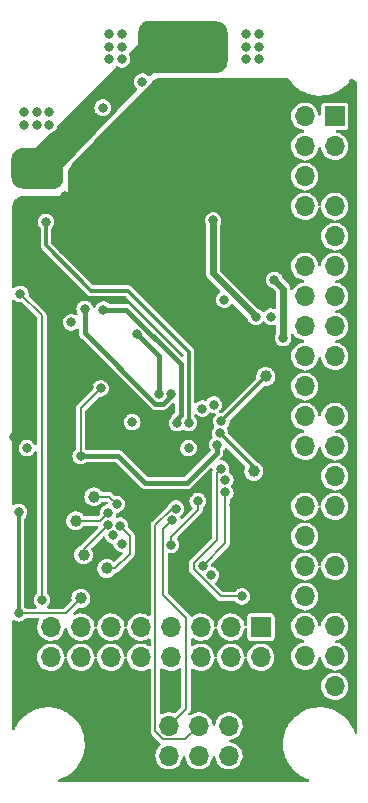
<source format=gbr>
%TF.GenerationSoftware,KiCad,Pcbnew,(6.0.0-0)*%
%TF.CreationDate,2022-06-22T07:40:47-04:00*%
%TF.ProjectId,hermes_v1,6865726d-6573-45f7-9631-2e6b69636164,rev?*%
%TF.SameCoordinates,Original*%
%TF.FileFunction,Copper,L4,Bot*%
%TF.FilePolarity,Positive*%
%FSLAX46Y46*%
G04 Gerber Fmt 4.6, Leading zero omitted, Abs format (unit mm)*
G04 Created by KiCad (PCBNEW (6.0.0-0)) date 2022-06-22 07:40:47*
%MOMM*%
%LPD*%
G01*
G04 APERTURE LIST*
%TA.AperFunction,ComponentPad*%
%ADD10C,0.600000*%
%TD*%
%TA.AperFunction,ComponentPad*%
%ADD11O,1.550000X0.890000*%
%TD*%
%TA.AperFunction,ComponentPad*%
%ADD12O,0.950000X1.250000*%
%TD*%
%TA.AperFunction,SMDPad,CuDef*%
%ADD13R,2.950000X4.900000*%
%TD*%
%TA.AperFunction,ComponentPad*%
%ADD14R,1.700000X1.700000*%
%TD*%
%TA.AperFunction,ComponentPad*%
%ADD15O,1.700000X1.700000*%
%TD*%
%TA.AperFunction,SMDPad,CuDef*%
%ADD16C,1.000000*%
%TD*%
%TA.AperFunction,ViaPad*%
%ADD17C,0.800000*%
%TD*%
%TA.AperFunction,Conductor*%
%ADD18C,0.200000*%
%TD*%
%TA.AperFunction,Conductor*%
%ADD19C,0.400000*%
%TD*%
%TA.AperFunction,Conductor*%
%ADD20C,0.600000*%
%TD*%
%TA.AperFunction,Conductor*%
%ADD21C,0.300000*%
%TD*%
%TA.AperFunction,Conductor*%
%ADD22C,0.350000*%
%TD*%
G04 APERTURE END LIST*
D10*
%TO.P,U3,57,GND*%
%TO.N,GND*%
X252525000Y-69975000D03*
X253800000Y-69975000D03*
X252525000Y-72525000D03*
X253800000Y-72525000D03*
X251250000Y-72525000D03*
X251250000Y-69975000D03*
X253800000Y-71250000D03*
X251250000Y-71250000D03*
X252525000Y-71250000D03*
%TD*%
D11*
%TO.P,J2,6,Shield*%
%TO.N,GND*%
X240950000Y-68925000D03*
X240950000Y-61925000D03*
D12*
X243650000Y-62925000D03*
X243650000Y-67925000D03*
%TD*%
D10*
%TO.P,U6,9,AGND*%
%TO.N,GND*%
X249950000Y-52500000D03*
X249950000Y-55100000D03*
X248650000Y-52500000D03*
X249950000Y-53800000D03*
X248650000Y-56400000D03*
D13*
X249300000Y-54450000D03*
D10*
X249950000Y-56400000D03*
X248650000Y-53800000D03*
X248650000Y-55100000D03*
%TD*%
D14*
%TO.P,J3,1,Pin_1*%
%TO.N,GND*%
X250700000Y-97100000D03*
D15*
%TO.P,J3,2,Pin_2*%
X250700000Y-94560000D03*
%TO.P,J3,3,Pin_3*%
%TO.N,FC_UART0_RX*%
X253240000Y-97100000D03*
%TO.P,J3,4,Pin_4*%
%TO.N,FC_UART1_RX*%
X253240000Y-94560000D03*
%TO.P,J3,5,Pin_5*%
%TO.N,FC_UART0_TX*%
X255780000Y-97100000D03*
%TO.P,J3,6,Pin_6*%
%TO.N,FC_UART1_TX*%
X255780000Y-94560000D03*
%TO.P,J3,7,Pin_7*%
%TO.N,+5V*%
X258320000Y-97100000D03*
%TO.P,J3,8,Pin_8*%
%TO.N,3V3_IO*%
X258320000Y-94560000D03*
%TD*%
D14*
%TO.P,J1,1,Pin_1*%
%TO.N,+5V*%
X267275000Y-42965000D03*
D15*
%TO.P,J1,2,Pin_2*%
%TO.N,unconnected-(J1-Pad2)*%
X264735000Y-42965000D03*
%TO.P,J1,3,Pin_3*%
%TO.N,+5V*%
X267275000Y-45505000D03*
%TO.P,J1,4,Pin_4*%
%TO.N,unconnected-(J1-Pad4)*%
X264735000Y-45505000D03*
%TO.P,J1,5,Pin_5*%
%TO.N,GND*%
X267275000Y-48045000D03*
%TO.P,J1,6,Pin_6*%
%TO.N,unconnected-(J1-Pad6)*%
X264735000Y-48045000D03*
%TO.P,J1,7,Pin_7*%
%TO.N,unconnected-(J1-Pad7)*%
X267275000Y-50585000D03*
%TO.P,J1,8,Pin_8*%
%TO.N,unconnected-(J1-Pad8)*%
X264735000Y-50585000D03*
%TO.P,J1,9,Pin_9*%
%TO.N,unconnected-(J1-Pad9)*%
X267275000Y-53125000D03*
%TO.P,J1,10,Pin_10*%
%TO.N,GND*%
X264735000Y-53125000D03*
%TO.P,J1,11,Pin_11*%
%TO.N,unconnected-(J1-Pad11)*%
X267275000Y-55665000D03*
%TO.P,J1,12,Pin_12*%
%TO.N,unconnected-(J1-Pad12)*%
X264735000Y-55665000D03*
%TO.P,J1,13,Pin_13*%
%TO.N,unconnected-(J1-Pad13)*%
X267275000Y-58205000D03*
%TO.P,J1,14,Pin_14*%
%TO.N,unconnected-(J1-Pad14)*%
X264735000Y-58205000D03*
%TO.P,J1,15,Pin_15*%
%TO.N,unconnected-(J1-Pad15)*%
X267275000Y-60745000D03*
%TO.P,J1,16,Pin_16*%
%TO.N,unconnected-(J1-Pad16)*%
X264735000Y-60745000D03*
%TO.P,J1,17,Pin_17*%
%TO.N,unconnected-(J1-Pad17)*%
X267275000Y-63285000D03*
%TO.P,J1,18,Pin_18*%
%TO.N,unconnected-(J1-Pad18)*%
X264735000Y-63285000D03*
%TO.P,J1,19,Pin_19*%
%TO.N,GND*%
X267275000Y-65825000D03*
%TO.P,J1,20,Pin_20*%
%TO.N,unconnected-(J1-Pad20)*%
X264735000Y-65825000D03*
%TO.P,J1,21,Pin_21*%
%TO.N,unconnected-(J1-Pad21)*%
X267275000Y-68365000D03*
%TO.P,J1,22,Pin_22*%
%TO.N,unconnected-(J1-Pad22)*%
X264735000Y-68365000D03*
%TO.P,J1,23,Pin_23*%
%TO.N,unconnected-(J1-Pad23)*%
X267275000Y-70905000D03*
%TO.P,J1,24,Pin_24*%
%TO.N,unconnected-(J1-Pad24)*%
X264735000Y-70905000D03*
%TO.P,J1,25,Pin_25*%
%TO.N,unconnected-(J1-Pad25)*%
X267275000Y-73445000D03*
%TO.P,J1,26,Pin_26*%
%TO.N,GND*%
X264735000Y-73445000D03*
%TO.P,J1,27,Pin_27*%
%TO.N,unconnected-(J1-Pad27)*%
X267275000Y-75985000D03*
%TO.P,J1,28,Pin_28*%
%TO.N,unconnected-(J1-Pad28)*%
X264735000Y-75985000D03*
%TO.P,J1,29,Pin_29*%
%TO.N,GND*%
X267275000Y-78525000D03*
%TO.P,J1,30,Pin_30*%
%TO.N,unconnected-(J1-Pad30)*%
X264735000Y-78525000D03*
%TO.P,J1,31,Pin_31*%
%TO.N,unconnected-(J1-Pad31)*%
X267275000Y-81065000D03*
%TO.P,J1,32,Pin_32*%
%TO.N,unconnected-(J1-Pad32)*%
X264735000Y-81065000D03*
%TO.P,J1,33,Pin_33*%
%TO.N,GND*%
X267275000Y-83605000D03*
%TO.P,J1,34,Pin_34*%
%TO.N,unconnected-(J1-Pad34)*%
X264735000Y-83605000D03*
%TO.P,J1,35,Pin_35*%
%TO.N,unconnected-(J1-Pad35)*%
X267275000Y-86145000D03*
%TO.P,J1,36,Pin_36*%
%TO.N,unconnected-(J1-Pad36)*%
X264735000Y-86145000D03*
%TO.P,J1,37,Pin_37*%
%TO.N,unconnected-(J1-Pad37)*%
X267275000Y-88685000D03*
%TO.P,J1,38,Pin_38*%
%TO.N,unconnected-(J1-Pad38)*%
X264735000Y-88685000D03*
%TO.P,J1,39,Pin_39*%
%TO.N,unconnected-(J1-Pad39)*%
X267275000Y-91225000D03*
%TO.P,J1,40,Pin_40*%
%TO.N,GND*%
X264735000Y-91225000D03*
%TD*%
D14*
%TO.P,J8,1,Pin_1*%
%TO.N,FC_SERVO_1*%
X261025000Y-86200000D03*
D15*
%TO.P,J8,2,Pin_2*%
%TO.N,FC_SERVO_2*%
X258485000Y-86200000D03*
%TO.P,J8,3,Pin_3*%
%TO.N,FC_SERVO_3*%
X255945000Y-86200000D03*
%TO.P,J8,4,Pin_4*%
%TO.N,FC_SERVO_4*%
X253405000Y-86200000D03*
%TO.P,J8,5,Pin_5*%
%TO.N,FC_SERVO_5*%
X250865000Y-86200000D03*
%TO.P,J8,6,Pin_6*%
%TO.N,FC_SERVO_6*%
X248325000Y-86200000D03*
%TO.P,J8,7,Pin_7*%
%TO.N,FC_SERVO_7*%
X245785000Y-86200000D03*
%TO.P,J8,8,Pin_8*%
%TO.N,FC_RADIO_PPM*%
X243245000Y-86200000D03*
%TD*%
D14*
%TO.P,J9,1,Pin_1*%
%TO.N,GND*%
X243225000Y-91300000D03*
D15*
%TO.P,J9,2,Pin_2*%
%TO.N,+5V*%
X243225000Y-88760000D03*
%TO.P,J9,3,Pin_3*%
%TO.N,GND*%
X245765000Y-91300000D03*
%TO.P,J9,4,Pin_4*%
%TO.N,+5V*%
X245765000Y-88760000D03*
%TO.P,J9,5,Pin_5*%
%TO.N,GND*%
X248305000Y-91300000D03*
%TO.P,J9,6,Pin_6*%
%TO.N,+5V*%
X248305000Y-88760000D03*
%TO.P,J9,7,Pin_7*%
%TO.N,GND*%
X250845000Y-91300000D03*
%TO.P,J9,8,Pin_8*%
%TO.N,+5V*%
X250845000Y-88760000D03*
%TO.P,J9,9,Pin_9*%
%TO.N,GND*%
X253385000Y-91300000D03*
%TO.P,J9,10,Pin_10*%
%TO.N,+5V*%
X253385000Y-88760000D03*
%TO.P,J9,11,Pin_11*%
%TO.N,GND*%
X255925000Y-91300000D03*
%TO.P,J9,12,Pin_12*%
%TO.N,+5V*%
X255925000Y-88760000D03*
%TO.P,J9,13,Pin_13*%
%TO.N,GND*%
X258465000Y-91300000D03*
%TO.P,J9,14,Pin_14*%
%TO.N,+5V*%
X258465000Y-88760000D03*
%TO.P,J9,15,Pin_15*%
%TO.N,GND*%
X261005000Y-91300000D03*
%TO.P,J9,16,Pin_16*%
%TO.N,+5V*%
X261005000Y-88760000D03*
%TD*%
D16*
%TO.P,TP8,1,1*%
%TO.N,FC_SWD*%
X261440000Y-64980000D03*
%TD*%
%TO.P,TP5,1,1*%
%TO.N,GND*%
X244010000Y-82450000D03*
%TD*%
%TO.P,TP6,1,1*%
%TO.N,FC_SPI0_MISO*%
X246880000Y-75170000D03*
%TD*%
%TO.P,TP1,1,1*%
%TO.N,FC_SPI0_CS*%
X245340000Y-77200000D03*
%TD*%
%TO.P,TP7,1,1*%
%TO.N,FC_SWCLK*%
X260430000Y-73010000D03*
%TD*%
%TO.P,TP3,1,1*%
%TO.N,3V3_IO*%
X245780000Y-83760000D03*
%TD*%
%TO.P,TP2,1,1*%
%TO.N,FC_SPI0_MOSI*%
X247970000Y-81230000D03*
%TD*%
%TO.P,TP4,1,1*%
%TO.N,FC_SPI0_SCK*%
X246010000Y-80080000D03*
%TD*%
D17*
%TO.N,GND*%
X241000000Y-42550000D03*
X241000000Y-43650000D03*
X243100000Y-43650000D03*
X243100000Y-42550000D03*
X242050000Y-43650000D03*
X242050000Y-42550000D03*
X249250000Y-37075000D03*
X248150000Y-37075000D03*
X249250000Y-36025000D03*
X248150000Y-36025000D03*
X248150000Y-38125000D03*
X249250000Y-38125000D03*
X259750000Y-38125000D03*
X260850000Y-37075000D03*
X259750000Y-37075000D03*
X260850000Y-38125000D03*
X260850000Y-36025000D03*
X259750000Y-36025000D03*
X240075000Y-70075000D03*
X254250000Y-52175000D03*
X261525000Y-51800000D03*
X252325000Y-49225000D03*
X244450000Y-80075000D03*
X258750000Y-72650000D03*
X244250000Y-54250000D03*
X258625000Y-48100000D03*
X244400000Y-49700000D03*
X241642878Y-72767878D03*
X261915000Y-76425000D03*
X262115000Y-82050000D03*
X250975000Y-40025000D03*
X258900000Y-65600000D03*
X242835000Y-58065000D03*
X253850000Y-57100000D03*
X247625000Y-42225000D03*
X255340000Y-61592500D03*
X240700000Y-51837500D03*
X257715000Y-82325000D03*
X246425000Y-65875000D03*
X258725000Y-75900000D03*
X257315000Y-61592500D03*
%TO.N,+1V1*%
X257329128Y-70750500D03*
X245761881Y-71723876D03*
X247450000Y-65990000D03*
%TO.N,+3V3*%
X262150000Y-56800000D03*
X262900000Y-61725000D03*
%TO.N,VCC*%
X240950000Y-46900000D03*
X242000000Y-46900000D03*
X242000000Y-48000000D03*
X243050000Y-48000000D03*
X243050000Y-46900000D03*
X253150000Y-36025000D03*
X253150000Y-37075000D03*
X252050000Y-36025000D03*
X253150000Y-38125000D03*
X252050000Y-38125000D03*
X252050000Y-37075000D03*
X256950000Y-37075000D03*
X255850000Y-38125000D03*
X256950000Y-36025000D03*
X255850000Y-37075000D03*
X256950000Y-38125000D03*
X255850000Y-36025000D03*
X240950000Y-48000000D03*
%TO.N,+5V*%
X257890000Y-58470000D03*
%TO.N,FC_STATUS_BLUE*%
X250500000Y-61350000D03*
X252425000Y-66500000D03*
%TO.N,FC_STATUS_RED*%
X247675000Y-59325000D03*
X253919729Y-68938809D03*
%TO.N,FC_STATUS_GREEN*%
X246100000Y-59275000D03*
X253424503Y-66500000D03*
%TO.N,FC_BOOTSEL*%
X242475000Y-83899500D03*
X240655000Y-57995000D03*
%TO.N,FC_RUN*%
X242825000Y-51887500D03*
X254919075Y-68921123D03*
%TO.N,FC_USB_VBUS*%
X261875000Y-59925000D03*
X241210000Y-71050000D03*
X244975000Y-60400000D03*
%TO.N,FC_SERVO_1*%
X259425000Y-83600000D03*
X257631540Y-72795314D03*
%TO.N,FC_SERVO_5*%
X255677574Y-75533514D03*
X253416941Y-79225000D03*
%TO.N,FC_I2C0_SCL*%
X257998539Y-74800000D03*
X256100000Y-81000000D03*
X249227589Y-79128715D03*
%TO.N,FC_I2C0_SDA*%
X257998540Y-73725000D03*
X248500911Y-78429215D03*
X256800000Y-81800000D03*
%TO.N,FC_SWCLK*%
X257560982Y-69778262D03*
%TO.N,FC_SWD*%
X257668069Y-68784514D03*
%TO.N,REG_5VIN*%
X256975000Y-51775000D03*
X260575000Y-59925000D03*
%TO.N,FC_SPI0_CS*%
X248093245Y-76506755D03*
%TO.N,FC_SPI0_MOSI*%
X249079368Y-77605774D03*
%TO.N,FC_SPI0_SCK*%
X248075000Y-77525000D03*
%TO.N,FC_SPI0_MISO*%
X248800000Y-75800000D03*
%TO.N,FC_UART1_TX*%
X253824500Y-76175000D03*
%TO.N,FC_UART1_RX*%
X253519313Y-77126768D03*
%TO.N,FC_UART0_TX*%
X257014326Y-67358427D03*
%TO.N,FC_UART0_RX*%
X256075000Y-67700000D03*
%TO.N,/FlightControlComputer/3V_MCU*%
X250125000Y-68850000D03*
X254900000Y-71050000D03*
%TO.N,3V3_IO*%
X240520000Y-85030000D03*
X240520000Y-76460000D03*
%TD*%
D18*
%TO.N,+1V1*%
X245761881Y-71723876D02*
X245761881Y-67678119D01*
D19*
X251250000Y-74025000D02*
X248948876Y-71723876D01*
X248948876Y-71723876D02*
X245761881Y-71723876D01*
X254750000Y-74025000D02*
X251250000Y-74025000D01*
D18*
X245761881Y-67678119D02*
X247450000Y-65990000D01*
D19*
X257329128Y-70750500D02*
X257329128Y-71445872D01*
X257329128Y-71445872D02*
X254750000Y-74025000D01*
D20*
%TO.N,+3V3*%
X262900000Y-57550000D02*
X262900000Y-61725000D01*
X262150000Y-56800000D02*
X262900000Y-57550000D01*
D19*
%TO.N,FC_STATUS_BLUE*%
X252425000Y-63275000D02*
X252425000Y-66500000D01*
X250500000Y-61350000D02*
X252425000Y-63275000D01*
%TO.N,FC_STATUS_RED*%
X249605680Y-59325000D02*
X254224014Y-63943334D01*
X247675000Y-59325000D02*
X249605680Y-59325000D01*
X254224014Y-63943334D02*
X254224014Y-68250986D01*
X253919729Y-68555271D02*
X253919729Y-68938809D01*
X254224014Y-68250986D02*
X253919729Y-68555271D01*
%TO.N,FC_STATUS_GREEN*%
X253424503Y-66631177D02*
X252755680Y-67300000D01*
X246100000Y-61305680D02*
X246100000Y-59275000D01*
X252755680Y-67300000D02*
X252094320Y-67300000D01*
X252094320Y-67300000D02*
X246100000Y-61305680D01*
X253424503Y-66500000D02*
X253424503Y-66631177D01*
D18*
%TO.N,FC_BOOTSEL*%
X242475000Y-83899500D02*
X242475000Y-59815000D01*
X242475000Y-59815000D02*
X240655000Y-57995000D01*
D21*
%TO.N,FC_RUN*%
X249750000Y-57725000D02*
X246665030Y-57725000D01*
X242825000Y-53884970D02*
X242825000Y-51887500D01*
X246665030Y-57725000D02*
X242825000Y-53884970D01*
X254919075Y-68921123D02*
X254919075Y-62894075D01*
X254919075Y-62894075D02*
X249750000Y-57725000D01*
D18*
%TO.N,FC_SERVO_1*%
X255325000Y-81314259D02*
X257610741Y-83600000D01*
X257299029Y-78811712D02*
X255325000Y-80785741D01*
X255325000Y-80785741D02*
X255325000Y-81314259D01*
X257610741Y-83600000D02*
X259425000Y-83600000D01*
X257631540Y-72795314D02*
X257299029Y-73127825D01*
X257299029Y-73127825D02*
X257299029Y-78811712D01*
%TO.N,FC_SERVO_5*%
X255677574Y-76322426D02*
X253416941Y-78583059D01*
X255677574Y-75533514D02*
X255677574Y-76322426D01*
X253416941Y-78583059D02*
X253416941Y-79225000D01*
%TO.N,FC_I2C0_SCL*%
X256100000Y-81000000D02*
X257998539Y-79101461D01*
X257998539Y-79101461D02*
X257998539Y-74800000D01*
D21*
%TO.N,FC_SWCLK*%
X260430000Y-73010000D02*
X260430000Y-72647280D01*
X260430000Y-72647280D02*
X257560982Y-69778262D01*
%TO.N,FC_SWD*%
X261440000Y-64980000D02*
X257668069Y-68751931D01*
X257668069Y-68751931D02*
X257668069Y-68784514D01*
D20*
%TO.N,REG_5VIN*%
X260575000Y-59925000D02*
X260575000Y-59882898D01*
X256950000Y-56257898D02*
X256950000Y-51800000D01*
X256950000Y-51800000D02*
X256975000Y-51775000D01*
X260575000Y-59882898D02*
X256950000Y-56257898D01*
D18*
%TO.N,FC_SPI0_CS*%
X245340000Y-77200000D02*
X247400000Y-77200000D01*
X247400000Y-77200000D02*
X248093245Y-76506755D01*
%TO.N,FC_SPI0_MOSI*%
X249927100Y-79980006D02*
X249927100Y-78453506D01*
X249927100Y-78453506D02*
X249079368Y-77605774D01*
X248677106Y-81230000D02*
X249927100Y-79980006D01*
X247970000Y-81230000D02*
X248677106Y-81230000D01*
%TO.N,FC_SPI0_SCK*%
X248075000Y-77525000D02*
X246010000Y-79590000D01*
X246010000Y-79590000D02*
X246010000Y-80080000D01*
%TO.N,FC_SPI0_MISO*%
X248170000Y-75170000D02*
X246880000Y-75170000D01*
X248800000Y-75800000D02*
X248170000Y-75170000D01*
%TO.N,FC_UART1_TX*%
X254630489Y-95709511D02*
X252763856Y-95709511D01*
X252090000Y-77566822D02*
X253481822Y-76175000D01*
X255780000Y-94560000D02*
X254630489Y-95709511D01*
X252763856Y-95709511D02*
X252090000Y-95035655D01*
X252090000Y-95035655D02*
X252090000Y-77566822D01*
X253481822Y-76175000D02*
X253824500Y-76175000D01*
%TO.N,FC_UART1_RX*%
X252717430Y-77928651D02*
X252717430Y-83457430D01*
X253519313Y-77126768D02*
X252717430Y-77928651D01*
X254690000Y-85430000D02*
X254690000Y-93110000D01*
X254690000Y-93110000D02*
X253240000Y-94560000D01*
X252717430Y-83457430D02*
X254690000Y-85430000D01*
%TO.N,3V3_IO*%
X244510000Y-85030000D02*
X245780000Y-83760000D01*
X240520000Y-85030000D02*
X244510000Y-85030000D01*
D22*
X240520000Y-76460000D02*
X240520000Y-85030000D01*
%TD*%
%TA.AperFunction,Conductor*%
%TO.N,VCC*%
G36*
X253537978Y-37561743D02*
G01*
X251648075Y-39547204D01*
X251588293Y-39574022D01*
X251518089Y-39563447D01*
X251487380Y-39543263D01*
X251383392Y-39450613D01*
X251377721Y-39445560D01*
X251227881Y-39366224D01*
X251063441Y-39324919D01*
X251055843Y-39324879D01*
X251055841Y-39324879D01*
X250978668Y-39324475D01*
X250893895Y-39324031D01*
X250886508Y-39325805D01*
X250886504Y-39325805D01*
X250743162Y-39360220D01*
X250729032Y-39363612D01*
X250722288Y-39367093D01*
X250722285Y-39367094D01*
X250717089Y-39369776D01*
X250578369Y-39441375D01*
X250450604Y-39552831D01*
X250353113Y-39691547D01*
X250291524Y-39849513D01*
X250269394Y-40017611D01*
X250287999Y-40186135D01*
X250346266Y-40345356D01*
X250350502Y-40351659D01*
X250350502Y-40351660D01*
X250365617Y-40374153D01*
X250440830Y-40486083D01*
X250446442Y-40491190D01*
X250446445Y-40491193D01*
X250513541Y-40552245D01*
X250550463Y-40612885D01*
X250548740Y-40683860D01*
X250520006Y-40732310D01*
X245353688Y-46159849D01*
X243683191Y-47914810D01*
X241556873Y-45985024D01*
X242236580Y-45298706D01*
X242236590Y-45298697D01*
X243148830Y-44377585D01*
X243210226Y-44343428D01*
X243331628Y-44315623D01*
X243339029Y-44313928D01*
X243490498Y-44237747D01*
X243619423Y-44127634D01*
X243718361Y-43989947D01*
X243781601Y-43832634D01*
X243791345Y-43764169D01*
X243820746Y-43699546D01*
X243826562Y-43693260D01*
X244587340Y-42925083D01*
X245287997Y-42217611D01*
X246919394Y-42217611D01*
X246937999Y-42386135D01*
X246996266Y-42545356D01*
X247000502Y-42551659D01*
X247000502Y-42551660D01*
X247013574Y-42571113D01*
X247090830Y-42686083D01*
X247096442Y-42691190D01*
X247096445Y-42691193D01*
X247210612Y-42795077D01*
X247210616Y-42795080D01*
X247216233Y-42800191D01*
X247222906Y-42803814D01*
X247222910Y-42803817D01*
X247358558Y-42877467D01*
X247358560Y-42877468D01*
X247365235Y-42881092D01*
X247372584Y-42883020D01*
X247521883Y-42922188D01*
X247521885Y-42922188D01*
X247529233Y-42924116D01*
X247615609Y-42925473D01*
X247691161Y-42926660D01*
X247691164Y-42926660D01*
X247698760Y-42926779D01*
X247706165Y-42925083D01*
X247706166Y-42925083D01*
X247766586Y-42911245D01*
X247864029Y-42888928D01*
X248015498Y-42812747D01*
X248144423Y-42702634D01*
X248243361Y-42564947D01*
X248252340Y-42542611D01*
X248303766Y-42414687D01*
X248303767Y-42414685D01*
X248306601Y-42407634D01*
X248330490Y-42239778D01*
X248330645Y-42225000D01*
X248328840Y-42210080D01*
X248313000Y-42079193D01*
X248310276Y-42056680D01*
X248250345Y-41898077D01*
X248217247Y-41849919D01*
X248158614Y-41764608D01*
X248158613Y-41764607D01*
X248154312Y-41758349D01*
X248142514Y-41747837D01*
X248033392Y-41650612D01*
X248033388Y-41650610D01*
X248027721Y-41645560D01*
X247877881Y-41566224D01*
X247713441Y-41524919D01*
X247705843Y-41524879D01*
X247705841Y-41524879D01*
X247628668Y-41524475D01*
X247543895Y-41524031D01*
X247536508Y-41525805D01*
X247536504Y-41525805D01*
X247393162Y-41560220D01*
X247379032Y-41563612D01*
X247372288Y-41567093D01*
X247372285Y-41567094D01*
X247367089Y-41569776D01*
X247228369Y-41641375D01*
X247100604Y-41752831D01*
X247096237Y-41759045D01*
X247032370Y-41849919D01*
X247003113Y-41891547D01*
X246941524Y-42049513D01*
X246940532Y-42057046D01*
X246940532Y-42057047D01*
X246937070Y-42083349D01*
X246919394Y-42217611D01*
X245287997Y-42217611D01*
X248207088Y-39270129D01*
X248729365Y-38742772D01*
X248791512Y-38708446D01*
X248862352Y-38713168D01*
X248879013Y-38720704D01*
X248990235Y-38781092D01*
X248997584Y-38783020D01*
X249146883Y-38822188D01*
X249146885Y-38822188D01*
X249154233Y-38824116D01*
X249240609Y-38825473D01*
X249316161Y-38826660D01*
X249316164Y-38826660D01*
X249323760Y-38826779D01*
X249331165Y-38825083D01*
X249331166Y-38825083D01*
X249391586Y-38811245D01*
X249489029Y-38788928D01*
X249640498Y-38712747D01*
X249769423Y-38602634D01*
X249868361Y-38464947D01*
X249876237Y-38445356D01*
X249928766Y-38314687D01*
X249928767Y-38314685D01*
X249931601Y-38307634D01*
X249938877Y-38256511D01*
X249954909Y-38143862D01*
X249954909Y-38143859D01*
X249955490Y-38139778D01*
X249955645Y-38125000D01*
X249935276Y-37956680D01*
X249932204Y-37948550D01*
X249878031Y-37805184D01*
X249878029Y-37805181D01*
X249875345Y-37798077D01*
X249848221Y-37758611D01*
X249826120Y-37691143D01*
X249844005Y-37622436D01*
X249862532Y-37598584D01*
X250360520Y-37095752D01*
X251661660Y-35781957D01*
X253537978Y-37561743D01*
G37*
%TD.AperFunction*%
%TD*%
%TA.AperFunction,Conductor*%
%TO.N,VCC*%
G36*
X244300000Y-48177193D02*
G01*
X244299389Y-48189588D01*
X244283586Y-48349451D01*
X244278733Y-48373760D01*
X244233755Y-48521469D01*
X244224235Y-48544358D01*
X244151212Y-48680393D01*
X244137400Y-48700970D01*
X244060966Y-48793635D01*
X244039150Y-48820083D01*
X244021573Y-48837561D01*
X243901905Y-48935133D01*
X243881248Y-48948829D01*
X243744791Y-49021082D01*
X243721853Y-49030469D01*
X243573890Y-49074609D01*
X243549557Y-49079323D01*
X243389605Y-49094216D01*
X243377219Y-49094757D01*
X242716698Y-49091004D01*
X241539395Y-49084315D01*
X240900488Y-49080685D01*
X240888186Y-49080013D01*
X240712331Y-49061746D01*
X240688217Y-49056824D01*
X240525200Y-49006550D01*
X240502503Y-48997035D01*
X240352364Y-48916029D01*
X240331949Y-48902283D01*
X240200420Y-48793635D01*
X240183066Y-48776183D01*
X240113812Y-48691367D01*
X240075164Y-48644035D01*
X240061539Y-48623547D01*
X239981387Y-48472950D01*
X239972001Y-48450199D01*
X239922654Y-48286897D01*
X239917869Y-48262756D01*
X239900602Y-48086802D01*
X239900000Y-48074496D01*
X239900000Y-46614218D01*
X239900594Y-46602001D01*
X239917611Y-46427319D01*
X239922326Y-46403346D01*
X239970972Y-46241115D01*
X239980226Y-46218501D01*
X240059269Y-46068709D01*
X240072710Y-46048312D01*
X240179183Y-45916584D01*
X240196303Y-45899171D01*
X240326193Y-45790471D01*
X240346362Y-45776682D01*
X240494777Y-45695102D01*
X240517230Y-45685463D01*
X240678613Y-45634058D01*
X240702502Y-45628935D01*
X240876872Y-45608943D01*
X240889077Y-45608141D01*
X241537941Y-45597081D01*
X241537945Y-45597081D01*
X241540979Y-45597029D01*
X241540981Y-45597029D01*
X244300000Y-45550000D01*
X244300000Y-48177193D01*
G37*
%TD.AperFunction*%
%TD*%
%TA.AperFunction,Conductor*%
%TO.N,GND*%
G36*
X263339527Y-39720002D02*
G01*
X263380248Y-39762523D01*
X263410313Y-39814076D01*
X263620999Y-40096219D01*
X263623443Y-40098817D01*
X263623448Y-40098823D01*
X263859820Y-40350093D01*
X263862270Y-40352697D01*
X263864999Y-40355007D01*
X264054652Y-40515560D01*
X264131024Y-40580214D01*
X264423807Y-40775845D01*
X264426989Y-40777484D01*
X264426991Y-40777485D01*
X264733670Y-40935436D01*
X264733675Y-40935438D01*
X264736853Y-40937075D01*
X264740194Y-40938341D01*
X264740199Y-40938343D01*
X264971696Y-41026049D01*
X265066139Y-41061830D01*
X265069603Y-41062710D01*
X265069607Y-41062711D01*
X265403963Y-41147627D01*
X265403971Y-41147629D01*
X265407430Y-41148507D01*
X265579152Y-41171878D01*
X265753347Y-41195585D01*
X265753354Y-41195586D01*
X265756340Y-41195992D01*
X265871081Y-41200500D01*
X266089198Y-41200500D01*
X266230756Y-41192462D01*
X266347992Y-41185805D01*
X266347999Y-41185804D01*
X266351560Y-41185602D01*
X266489883Y-41161834D01*
X266695082Y-41126575D01*
X266695090Y-41126573D01*
X266698600Y-41125970D01*
X266702025Y-41124972D01*
X266702028Y-41124971D01*
X267033221Y-41028436D01*
X267036659Y-41027434D01*
X267361390Y-40891263D01*
X267564556Y-40777485D01*
X267665502Y-40720953D01*
X267665507Y-40720950D01*
X267668619Y-40719207D01*
X267671515Y-40717122D01*
X267671520Y-40717119D01*
X267818239Y-40611496D01*
X267954395Y-40513477D01*
X268128858Y-40355007D01*
X268212405Y-40279118D01*
X268212406Y-40279117D01*
X268215046Y-40276719D01*
X268447219Y-40011977D01*
X268579874Y-39820755D01*
X268635138Y-39776184D01*
X268705724Y-39768567D01*
X268719959Y-39771994D01*
X268721440Y-39772443D01*
X268744250Y-39781886D01*
X268895190Y-39862515D01*
X268915722Y-39876225D01*
X269048044Y-39984741D01*
X269065506Y-40002188D01*
X269140394Y-40093354D01*
X269171363Y-40131054D01*
X269199146Y-40196388D01*
X269200000Y-40211032D01*
X269200000Y-95119230D01*
X269179998Y-95187351D01*
X269126342Y-95233844D01*
X269056068Y-95243948D01*
X268991488Y-95214454D01*
X268953668Y-95156594D01*
X268909961Y-95015836D01*
X268909955Y-95015820D01*
X268908896Y-95012408D01*
X268881849Y-94950938D01*
X268768522Y-94693382D01*
X268768520Y-94693379D01*
X268767079Y-94690103D01*
X268589687Y-94385924D01*
X268379001Y-94103781D01*
X268376557Y-94101183D01*
X268376552Y-94101177D01*
X268140180Y-93849907D01*
X268140176Y-93849904D01*
X268137730Y-93847303D01*
X267947809Y-93686523D01*
X267871698Y-93622090D01*
X267871694Y-93622087D01*
X267868976Y-93619786D01*
X267739966Y-93533584D01*
X267579170Y-93426144D01*
X267579168Y-93426143D01*
X267576193Y-93424155D01*
X267550459Y-93410901D01*
X267266330Y-93264564D01*
X267266325Y-93264562D01*
X267263147Y-93262925D01*
X267259806Y-93261659D01*
X267259801Y-93261657D01*
X266937205Y-93139437D01*
X266937206Y-93139437D01*
X266933861Y-93138170D01*
X266930397Y-93137290D01*
X266930393Y-93137289D01*
X266596037Y-93052373D01*
X266596029Y-93052371D01*
X266592570Y-93051493D01*
X266420848Y-93028122D01*
X266246653Y-93004415D01*
X266246646Y-93004414D01*
X266243660Y-93004008D01*
X266128919Y-92999500D01*
X265910802Y-92999500D01*
X265769244Y-93007538D01*
X265652008Y-93014195D01*
X265652001Y-93014196D01*
X265648440Y-93014398D01*
X265510117Y-93038166D01*
X265304918Y-93073425D01*
X265304910Y-93073427D01*
X265301400Y-93074030D01*
X265297975Y-93075028D01*
X265297972Y-93075029D01*
X265084370Y-93137289D01*
X264963341Y-93172566D01*
X264960039Y-93173951D01*
X264960038Y-93173951D01*
X264654409Y-93302112D01*
X264638610Y-93308737D01*
X264527601Y-93370905D01*
X264334498Y-93479047D01*
X264334493Y-93479050D01*
X264331381Y-93480793D01*
X264328485Y-93482878D01*
X264328480Y-93482881D01*
X264205456Y-93571446D01*
X264045605Y-93686523D01*
X264042969Y-93688917D01*
X264042967Y-93688919D01*
X263865733Y-93849907D01*
X263784954Y-93923281D01*
X263552781Y-94188023D01*
X263352071Y-94477347D01*
X263350380Y-94480494D01*
X263350377Y-94480499D01*
X263277160Y-94616763D01*
X263185402Y-94787532D01*
X263054919Y-95114590D01*
X262962299Y-95454317D01*
X262961757Y-95457839D01*
X262920142Y-95728216D01*
X262908732Y-95802345D01*
X262908592Y-95805909D01*
X262895807Y-96131328D01*
X262894908Y-96154200D01*
X262921004Y-96505358D01*
X262986684Y-96851304D01*
X262987742Y-96854713D01*
X262987744Y-96854719D01*
X263027961Y-96984239D01*
X263091104Y-97187592D01*
X263092545Y-97190867D01*
X263224577Y-97490933D01*
X263232921Y-97509897D01*
X263410313Y-97814076D01*
X263620999Y-98096219D01*
X263623443Y-98098817D01*
X263623448Y-98098823D01*
X263859820Y-98350093D01*
X263862270Y-98352697D01*
X263864999Y-98355007D01*
X264086301Y-98542353D01*
X264131024Y-98580214D01*
X264133988Y-98582194D01*
X264133990Y-98582196D01*
X264335917Y-98717119D01*
X264423807Y-98775845D01*
X264426989Y-98777484D01*
X264426991Y-98777485D01*
X264733670Y-98935436D01*
X264733675Y-98935438D01*
X264736853Y-98937075D01*
X264740194Y-98938341D01*
X264740199Y-98938343D01*
X264763453Y-98947153D01*
X265042923Y-99053034D01*
X265051208Y-99056173D01*
X265107823Y-99099012D01*
X265132291Y-99165659D01*
X265116842Y-99234955D01*
X265066381Y-99284897D01*
X265006567Y-99300000D01*
X243984089Y-99300000D01*
X243915968Y-99279998D01*
X243869475Y-99226342D01*
X243859371Y-99156068D01*
X243888865Y-99091488D01*
X243948830Y-99053034D01*
X244009590Y-99035324D01*
X244036659Y-99027434D01*
X244063588Y-99016142D01*
X244358092Y-98892646D01*
X244361390Y-98891263D01*
X244564556Y-98777485D01*
X244665502Y-98720953D01*
X244665507Y-98720950D01*
X244668619Y-98719207D01*
X244671515Y-98717122D01*
X244671520Y-98717119D01*
X244818239Y-98611496D01*
X244954395Y-98513477D01*
X245128858Y-98355007D01*
X245212405Y-98279118D01*
X245212406Y-98279117D01*
X245215046Y-98276719D01*
X245375853Y-98093354D01*
X245444868Y-98014658D01*
X245444869Y-98014656D01*
X245447219Y-98011977D01*
X245459753Y-97993910D01*
X245556521Y-97854418D01*
X245647929Y-97722653D01*
X245702466Y-97621156D01*
X245775254Y-97485690D01*
X245814598Y-97412468D01*
X245945081Y-97085410D01*
X246037701Y-96745683D01*
X246075239Y-96501796D01*
X246090726Y-96401178D01*
X246090726Y-96401174D01*
X246091268Y-96397655D01*
X246098198Y-96221280D01*
X246104952Y-96049370D01*
X246104952Y-96049365D01*
X246105092Y-96045800D01*
X246085611Y-95783659D01*
X246079261Y-95698204D01*
X246079260Y-95698199D01*
X246078996Y-95694642D01*
X246013316Y-95348696D01*
X246002673Y-95314418D01*
X245957766Y-95169796D01*
X245908896Y-95012408D01*
X245881849Y-94950938D01*
X245768522Y-94693382D01*
X245768520Y-94693379D01*
X245767079Y-94690103D01*
X245589687Y-94385924D01*
X245379001Y-94103781D01*
X245376557Y-94101183D01*
X245376552Y-94101177D01*
X245140180Y-93849907D01*
X245140176Y-93849904D01*
X245137730Y-93847303D01*
X244947809Y-93686523D01*
X244871698Y-93622090D01*
X244871694Y-93622087D01*
X244868976Y-93619786D01*
X244739966Y-93533584D01*
X244579170Y-93426144D01*
X244579168Y-93426143D01*
X244576193Y-93424155D01*
X244550459Y-93410901D01*
X244266330Y-93264564D01*
X244266325Y-93264562D01*
X244263147Y-93262925D01*
X244259806Y-93261659D01*
X244259801Y-93261657D01*
X243937205Y-93139437D01*
X243937206Y-93139437D01*
X243933861Y-93138170D01*
X243930397Y-93137290D01*
X243930393Y-93137289D01*
X243596037Y-93052373D01*
X243596029Y-93052371D01*
X243592570Y-93051493D01*
X243420848Y-93028122D01*
X243246653Y-93004415D01*
X243246646Y-93004414D01*
X243243660Y-93004008D01*
X243128919Y-92999500D01*
X242910802Y-92999500D01*
X242769244Y-93007538D01*
X242652008Y-93014195D01*
X242652001Y-93014196D01*
X242648440Y-93014398D01*
X242510117Y-93038166D01*
X242304918Y-93073425D01*
X242304910Y-93073427D01*
X242301400Y-93074030D01*
X242297975Y-93075028D01*
X242297972Y-93075029D01*
X242084370Y-93137289D01*
X241963341Y-93172566D01*
X241960039Y-93173951D01*
X241960038Y-93173951D01*
X241654409Y-93302112D01*
X241638610Y-93308737D01*
X241527601Y-93370905D01*
X241334498Y-93479047D01*
X241334493Y-93479050D01*
X241331381Y-93480793D01*
X241328485Y-93482878D01*
X241328480Y-93482881D01*
X241205456Y-93571446D01*
X241045605Y-93686523D01*
X241042969Y-93688917D01*
X241042967Y-93688919D01*
X240865733Y-93849907D01*
X240784954Y-93923281D01*
X240552781Y-94188023D01*
X240352071Y-94477347D01*
X240350380Y-94480494D01*
X240350377Y-94480499D01*
X240277160Y-94616763D01*
X240185402Y-94787532D01*
X240171081Y-94823428D01*
X240127259Y-94879287D01*
X240060195Y-94902587D01*
X239991180Y-94885931D01*
X239942126Y-94834606D01*
X239928051Y-94776676D01*
X239932456Y-85719849D01*
X239952491Y-85651738D01*
X240006169Y-85605271D01*
X240076448Y-85595201D01*
X240118578Y-85609179D01*
X240253558Y-85682467D01*
X240253560Y-85682468D01*
X240260235Y-85686092D01*
X240267584Y-85688020D01*
X240416883Y-85727188D01*
X240416885Y-85727188D01*
X240424233Y-85729116D01*
X240510609Y-85730473D01*
X240586161Y-85731660D01*
X240586164Y-85731660D01*
X240593760Y-85731779D01*
X240601165Y-85730083D01*
X240601166Y-85730083D01*
X240661586Y-85716245D01*
X240759029Y-85693928D01*
X240910498Y-85617747D01*
X241039423Y-85507634D01*
X241057143Y-85482974D01*
X241113138Y-85439326D01*
X241159466Y-85430500D01*
X242141076Y-85430500D01*
X242209197Y-85450502D01*
X242255690Y-85504158D01*
X242265794Y-85574432D01*
X242252585Y-85615167D01*
X242177523Y-85757836D01*
X242114820Y-85959773D01*
X242089967Y-86169754D01*
X242103796Y-86380749D01*
X242105217Y-86386345D01*
X242105218Y-86386350D01*
X242143208Y-86535933D01*
X242155845Y-86585690D01*
X242244369Y-86777714D01*
X242366405Y-86950391D01*
X242370539Y-86954418D01*
X242510727Y-87090983D01*
X242517865Y-87097937D01*
X242522661Y-87101142D01*
X242522664Y-87101144D01*
X242616132Y-87163597D01*
X242693677Y-87215411D01*
X242698985Y-87217692D01*
X242698986Y-87217692D01*
X242882650Y-87296600D01*
X242882653Y-87296601D01*
X242887953Y-87298878D01*
X242893582Y-87300152D01*
X242893583Y-87300152D01*
X243088550Y-87344269D01*
X243088553Y-87344269D01*
X243094186Y-87345544D01*
X243099957Y-87345771D01*
X243099959Y-87345771D01*
X243161989Y-87348208D01*
X243305470Y-87353846D01*
X243311179Y-87353018D01*
X243311183Y-87353018D01*
X243509015Y-87324333D01*
X243509019Y-87324332D01*
X243514730Y-87323504D01*
X243587276Y-87298878D01*
X243709483Y-87257395D01*
X243709488Y-87257393D01*
X243714955Y-87255537D01*
X243719998Y-87252713D01*
X243894395Y-87155046D01*
X243894399Y-87155043D01*
X243899442Y-87152219D01*
X244062012Y-87017012D01*
X244197219Y-86854442D01*
X244200043Y-86849399D01*
X244200046Y-86849395D01*
X244297713Y-86674998D01*
X244297714Y-86674996D01*
X244300537Y-86669955D01*
X244302393Y-86664488D01*
X244302395Y-86664483D01*
X244366647Y-86475200D01*
X244368504Y-86469730D01*
X244376479Y-86414730D01*
X244390090Y-86320860D01*
X244419660Y-86256315D01*
X244479432Y-86218003D01*
X244550429Y-86218087D01*
X244610109Y-86256542D01*
X244639525Y-86321158D01*
X244640515Y-86330695D01*
X244643796Y-86380749D01*
X244645217Y-86386345D01*
X244645218Y-86386350D01*
X244683208Y-86535933D01*
X244695845Y-86585690D01*
X244784369Y-86777714D01*
X244906405Y-86950391D01*
X244910539Y-86954418D01*
X245050727Y-87090983D01*
X245057865Y-87097937D01*
X245062661Y-87101142D01*
X245062664Y-87101144D01*
X245156132Y-87163597D01*
X245233677Y-87215411D01*
X245238985Y-87217692D01*
X245238986Y-87217692D01*
X245422650Y-87296600D01*
X245422653Y-87296601D01*
X245427953Y-87298878D01*
X245433582Y-87300152D01*
X245433583Y-87300152D01*
X245628550Y-87344269D01*
X245628553Y-87344269D01*
X245634186Y-87345544D01*
X245639957Y-87345771D01*
X245639959Y-87345771D01*
X245701989Y-87348208D01*
X245845470Y-87353846D01*
X245851179Y-87353018D01*
X245851183Y-87353018D01*
X246049015Y-87324333D01*
X246049019Y-87324332D01*
X246054730Y-87323504D01*
X246127276Y-87298878D01*
X246249483Y-87257395D01*
X246249488Y-87257393D01*
X246254955Y-87255537D01*
X246259998Y-87252713D01*
X246434395Y-87155046D01*
X246434399Y-87155043D01*
X246439442Y-87152219D01*
X246602012Y-87017012D01*
X246737219Y-86854442D01*
X246740043Y-86849399D01*
X246740046Y-86849395D01*
X246837713Y-86674998D01*
X246837714Y-86674996D01*
X246840537Y-86669955D01*
X246842393Y-86664488D01*
X246842395Y-86664483D01*
X246906647Y-86475200D01*
X246908504Y-86469730D01*
X246916479Y-86414730D01*
X246930090Y-86320860D01*
X246959660Y-86256315D01*
X247019432Y-86218003D01*
X247090429Y-86218087D01*
X247150109Y-86256542D01*
X247179525Y-86321158D01*
X247180515Y-86330695D01*
X247183796Y-86380749D01*
X247185217Y-86386345D01*
X247185218Y-86386350D01*
X247223208Y-86535933D01*
X247235845Y-86585690D01*
X247324369Y-86777714D01*
X247446405Y-86950391D01*
X247450539Y-86954418D01*
X247590727Y-87090983D01*
X247597865Y-87097937D01*
X247602661Y-87101142D01*
X247602664Y-87101144D01*
X247696132Y-87163597D01*
X247773677Y-87215411D01*
X247778985Y-87217692D01*
X247778986Y-87217692D01*
X247962650Y-87296600D01*
X247962653Y-87296601D01*
X247967953Y-87298878D01*
X247973582Y-87300152D01*
X247973583Y-87300152D01*
X248168550Y-87344269D01*
X248168553Y-87344269D01*
X248174186Y-87345544D01*
X248179957Y-87345771D01*
X248179959Y-87345771D01*
X248241989Y-87348208D01*
X248385470Y-87353846D01*
X248391179Y-87353018D01*
X248391183Y-87353018D01*
X248589015Y-87324333D01*
X248589019Y-87324332D01*
X248594730Y-87323504D01*
X248667276Y-87298878D01*
X248789483Y-87257395D01*
X248789488Y-87257393D01*
X248794955Y-87255537D01*
X248799998Y-87252713D01*
X248974395Y-87155046D01*
X248974399Y-87155043D01*
X248979442Y-87152219D01*
X249142012Y-87017012D01*
X249277219Y-86854442D01*
X249280043Y-86849399D01*
X249280046Y-86849395D01*
X249377713Y-86674998D01*
X249377714Y-86674996D01*
X249380537Y-86669955D01*
X249382393Y-86664488D01*
X249382395Y-86664483D01*
X249446647Y-86475200D01*
X249448504Y-86469730D01*
X249456479Y-86414730D01*
X249470090Y-86320860D01*
X249499660Y-86256315D01*
X249559432Y-86218003D01*
X249630429Y-86218087D01*
X249690109Y-86256542D01*
X249719525Y-86321158D01*
X249720515Y-86330695D01*
X249723796Y-86380749D01*
X249725217Y-86386345D01*
X249725218Y-86386350D01*
X249763208Y-86535933D01*
X249775845Y-86585690D01*
X249864369Y-86777714D01*
X249986405Y-86950391D01*
X249990539Y-86954418D01*
X250130727Y-87090983D01*
X250137865Y-87097937D01*
X250142661Y-87101142D01*
X250142664Y-87101144D01*
X250236132Y-87163597D01*
X250313677Y-87215411D01*
X250318985Y-87217692D01*
X250318986Y-87217692D01*
X250502650Y-87296600D01*
X250502653Y-87296601D01*
X250507953Y-87298878D01*
X250513582Y-87300152D01*
X250513583Y-87300152D01*
X250708550Y-87344269D01*
X250708553Y-87344269D01*
X250714186Y-87345544D01*
X250719957Y-87345771D01*
X250719959Y-87345771D01*
X250781989Y-87348208D01*
X250925470Y-87353846D01*
X250931179Y-87353018D01*
X250931183Y-87353018D01*
X251129015Y-87324333D01*
X251129019Y-87324332D01*
X251134730Y-87323504D01*
X251207276Y-87298878D01*
X251329483Y-87257395D01*
X251329488Y-87257393D01*
X251334955Y-87255537D01*
X251347407Y-87248564D01*
X251501934Y-87162024D01*
X251571142Y-87146190D01*
X251637924Y-87170287D01*
X251681077Y-87226664D01*
X251689500Y-87271958D01*
X251689500Y-87703891D01*
X251669498Y-87772012D01*
X251615842Y-87818505D01*
X251545568Y-87828609D01*
X251496265Y-87810453D01*
X251374439Y-87733587D01*
X251374437Y-87733586D01*
X251369554Y-87730505D01*
X251173160Y-87652152D01*
X251167503Y-87651027D01*
X251167497Y-87651025D01*
X250971442Y-87612028D01*
X250971440Y-87612028D01*
X250965775Y-87610901D01*
X250960000Y-87610825D01*
X250959996Y-87610825D01*
X250853976Y-87609437D01*
X250754346Y-87608133D01*
X250748649Y-87609112D01*
X250748648Y-87609112D01*
X250551650Y-87642962D01*
X250551649Y-87642962D01*
X250545953Y-87643941D01*
X250347575Y-87717127D01*
X250342614Y-87720079D01*
X250342613Y-87720079D01*
X250200924Y-87804375D01*
X250165856Y-87825238D01*
X250006881Y-87964655D01*
X249875976Y-88130708D01*
X249873287Y-88135819D01*
X249873285Y-88135822D01*
X249859792Y-88161469D01*
X249777523Y-88317836D01*
X249714820Y-88519773D01*
X249714141Y-88525510D01*
X249700088Y-88644239D01*
X249672217Y-88709537D01*
X249613469Y-88749401D01*
X249542494Y-88751174D01*
X249481828Y-88714295D01*
X249450730Y-88650471D01*
X249449490Y-88640958D01*
X249449338Y-88639295D01*
X249441081Y-88549440D01*
X249383686Y-88345931D01*
X249372553Y-88323354D01*
X249292719Y-88161469D01*
X249290165Y-88156290D01*
X249163651Y-87986867D01*
X249027079Y-87860621D01*
X249012622Y-87847257D01*
X249012620Y-87847255D01*
X249008381Y-87843337D01*
X248829554Y-87730505D01*
X248633160Y-87652152D01*
X248627503Y-87651027D01*
X248627497Y-87651025D01*
X248431442Y-87612028D01*
X248431440Y-87612028D01*
X248425775Y-87610901D01*
X248420000Y-87610825D01*
X248419996Y-87610825D01*
X248313976Y-87609437D01*
X248214346Y-87608133D01*
X248208649Y-87609112D01*
X248208648Y-87609112D01*
X248011650Y-87642962D01*
X248011649Y-87642962D01*
X248005953Y-87643941D01*
X247807575Y-87717127D01*
X247802614Y-87720079D01*
X247802613Y-87720079D01*
X247660924Y-87804375D01*
X247625856Y-87825238D01*
X247466881Y-87964655D01*
X247335976Y-88130708D01*
X247333287Y-88135819D01*
X247333285Y-88135822D01*
X247319792Y-88161469D01*
X247237523Y-88317836D01*
X247174820Y-88519773D01*
X247174141Y-88525510D01*
X247160088Y-88644239D01*
X247132217Y-88709537D01*
X247073469Y-88749401D01*
X247002494Y-88751174D01*
X246941828Y-88714295D01*
X246910730Y-88650471D01*
X246909490Y-88640958D01*
X246909338Y-88639295D01*
X246901081Y-88549440D01*
X246843686Y-88345931D01*
X246832553Y-88323354D01*
X246752719Y-88161469D01*
X246750165Y-88156290D01*
X246623651Y-87986867D01*
X246487079Y-87860621D01*
X246472622Y-87847257D01*
X246472620Y-87847255D01*
X246468381Y-87843337D01*
X246289554Y-87730505D01*
X246093160Y-87652152D01*
X246087503Y-87651027D01*
X246087497Y-87651025D01*
X245891442Y-87612028D01*
X245891440Y-87612028D01*
X245885775Y-87610901D01*
X245880000Y-87610825D01*
X245879996Y-87610825D01*
X245773976Y-87609437D01*
X245674346Y-87608133D01*
X245668649Y-87609112D01*
X245668648Y-87609112D01*
X245471650Y-87642962D01*
X245471649Y-87642962D01*
X245465953Y-87643941D01*
X245267575Y-87717127D01*
X245262614Y-87720079D01*
X245262613Y-87720079D01*
X245120924Y-87804375D01*
X245085856Y-87825238D01*
X244926881Y-87964655D01*
X244795976Y-88130708D01*
X244793287Y-88135819D01*
X244793285Y-88135822D01*
X244779792Y-88161469D01*
X244697523Y-88317836D01*
X244634820Y-88519773D01*
X244634141Y-88525510D01*
X244620088Y-88644239D01*
X244592217Y-88709537D01*
X244533469Y-88749401D01*
X244462494Y-88751174D01*
X244401828Y-88714295D01*
X244370730Y-88650471D01*
X244369490Y-88640958D01*
X244369338Y-88639295D01*
X244361081Y-88549440D01*
X244303686Y-88345931D01*
X244292553Y-88323354D01*
X244212719Y-88161469D01*
X244210165Y-88156290D01*
X244083651Y-87986867D01*
X243947079Y-87860621D01*
X243932622Y-87847257D01*
X243932620Y-87847255D01*
X243928381Y-87843337D01*
X243749554Y-87730505D01*
X243553160Y-87652152D01*
X243547503Y-87651027D01*
X243547497Y-87651025D01*
X243351442Y-87612028D01*
X243351440Y-87612028D01*
X243345775Y-87610901D01*
X243340000Y-87610825D01*
X243339996Y-87610825D01*
X243233976Y-87609437D01*
X243134346Y-87608133D01*
X243128649Y-87609112D01*
X243128648Y-87609112D01*
X242931650Y-87642962D01*
X242931649Y-87642962D01*
X242925953Y-87643941D01*
X242727575Y-87717127D01*
X242722614Y-87720079D01*
X242722613Y-87720079D01*
X242580924Y-87804375D01*
X242545856Y-87825238D01*
X242386881Y-87964655D01*
X242255976Y-88130708D01*
X242253287Y-88135819D01*
X242253285Y-88135822D01*
X242239792Y-88161469D01*
X242157523Y-88317836D01*
X242094820Y-88519773D01*
X242069967Y-88729754D01*
X242083796Y-88940749D01*
X242085217Y-88946345D01*
X242085218Y-88946350D01*
X242107784Y-89035200D01*
X242135845Y-89145690D01*
X242224369Y-89337714D01*
X242346405Y-89510391D01*
X242497865Y-89657937D01*
X242502661Y-89661142D01*
X242502664Y-89661144D01*
X242586501Y-89717162D01*
X242673677Y-89775411D01*
X242678985Y-89777692D01*
X242678986Y-89777692D01*
X242862650Y-89856600D01*
X242862653Y-89856601D01*
X242867953Y-89858878D01*
X242873582Y-89860152D01*
X242873583Y-89860152D01*
X243068550Y-89904269D01*
X243068553Y-89904269D01*
X243074186Y-89905544D01*
X243079957Y-89905771D01*
X243079959Y-89905771D01*
X243141989Y-89908208D01*
X243285470Y-89913846D01*
X243291179Y-89913018D01*
X243291183Y-89913018D01*
X243489015Y-89884333D01*
X243489019Y-89884332D01*
X243494730Y-89883504D01*
X243573987Y-89856600D01*
X243689483Y-89817395D01*
X243689488Y-89817393D01*
X243694955Y-89815537D01*
X243706033Y-89809333D01*
X243874395Y-89715046D01*
X243874399Y-89715043D01*
X243879442Y-89712219D01*
X244042012Y-89577012D01*
X244177219Y-89414442D01*
X244180043Y-89409399D01*
X244180046Y-89409395D01*
X244277713Y-89234998D01*
X244277714Y-89234996D01*
X244280537Y-89229955D01*
X244282393Y-89224488D01*
X244282395Y-89224483D01*
X244346647Y-89035200D01*
X244348504Y-89029730D01*
X244359379Y-88954730D01*
X244370090Y-88880860D01*
X244399660Y-88816315D01*
X244459432Y-88778003D01*
X244530429Y-88778087D01*
X244590109Y-88816542D01*
X244619525Y-88881158D01*
X244620515Y-88890695D01*
X244623796Y-88940749D01*
X244625217Y-88946345D01*
X244625218Y-88946350D01*
X244647784Y-89035200D01*
X244675845Y-89145690D01*
X244764369Y-89337714D01*
X244886405Y-89510391D01*
X245037865Y-89657937D01*
X245042661Y-89661142D01*
X245042664Y-89661144D01*
X245126501Y-89717162D01*
X245213677Y-89775411D01*
X245218985Y-89777692D01*
X245218986Y-89777692D01*
X245402650Y-89856600D01*
X245402653Y-89856601D01*
X245407953Y-89858878D01*
X245413582Y-89860152D01*
X245413583Y-89860152D01*
X245608550Y-89904269D01*
X245608553Y-89904269D01*
X245614186Y-89905544D01*
X245619957Y-89905771D01*
X245619959Y-89905771D01*
X245681989Y-89908208D01*
X245825470Y-89913846D01*
X245831179Y-89913018D01*
X245831183Y-89913018D01*
X246029015Y-89884333D01*
X246029019Y-89884332D01*
X246034730Y-89883504D01*
X246113987Y-89856600D01*
X246229483Y-89817395D01*
X246229488Y-89817393D01*
X246234955Y-89815537D01*
X246246033Y-89809333D01*
X246414395Y-89715046D01*
X246414399Y-89715043D01*
X246419442Y-89712219D01*
X246582012Y-89577012D01*
X246717219Y-89414442D01*
X246720043Y-89409399D01*
X246720046Y-89409395D01*
X246817713Y-89234998D01*
X246817714Y-89234996D01*
X246820537Y-89229955D01*
X246822393Y-89224488D01*
X246822395Y-89224483D01*
X246886647Y-89035200D01*
X246888504Y-89029730D01*
X246899379Y-88954730D01*
X246910090Y-88880860D01*
X246939660Y-88816315D01*
X246999432Y-88778003D01*
X247070429Y-88778087D01*
X247130109Y-88816542D01*
X247159525Y-88881158D01*
X247160515Y-88890695D01*
X247163796Y-88940749D01*
X247165217Y-88946345D01*
X247165218Y-88946350D01*
X247187784Y-89035200D01*
X247215845Y-89145690D01*
X247304369Y-89337714D01*
X247426405Y-89510391D01*
X247577865Y-89657937D01*
X247582661Y-89661142D01*
X247582664Y-89661144D01*
X247666501Y-89717162D01*
X247753677Y-89775411D01*
X247758985Y-89777692D01*
X247758986Y-89777692D01*
X247942650Y-89856600D01*
X247942653Y-89856601D01*
X247947953Y-89858878D01*
X247953582Y-89860152D01*
X247953583Y-89860152D01*
X248148550Y-89904269D01*
X248148553Y-89904269D01*
X248154186Y-89905544D01*
X248159957Y-89905771D01*
X248159959Y-89905771D01*
X248221989Y-89908208D01*
X248365470Y-89913846D01*
X248371179Y-89913018D01*
X248371183Y-89913018D01*
X248569015Y-89884333D01*
X248569019Y-89884332D01*
X248574730Y-89883504D01*
X248653987Y-89856600D01*
X248769483Y-89817395D01*
X248769488Y-89817393D01*
X248774955Y-89815537D01*
X248786033Y-89809333D01*
X248954395Y-89715046D01*
X248954399Y-89715043D01*
X248959442Y-89712219D01*
X249122012Y-89577012D01*
X249257219Y-89414442D01*
X249260043Y-89409399D01*
X249260046Y-89409395D01*
X249357713Y-89234998D01*
X249357714Y-89234996D01*
X249360537Y-89229955D01*
X249362393Y-89224488D01*
X249362395Y-89224483D01*
X249426647Y-89035200D01*
X249428504Y-89029730D01*
X249439379Y-88954730D01*
X249450090Y-88880860D01*
X249479660Y-88816315D01*
X249539432Y-88778003D01*
X249610429Y-88778087D01*
X249670109Y-88816542D01*
X249699525Y-88881158D01*
X249700515Y-88890695D01*
X249703796Y-88940749D01*
X249705217Y-88946345D01*
X249705218Y-88946350D01*
X249727784Y-89035200D01*
X249755845Y-89145690D01*
X249844369Y-89337714D01*
X249966405Y-89510391D01*
X250117865Y-89657937D01*
X250122661Y-89661142D01*
X250122664Y-89661144D01*
X250206501Y-89717162D01*
X250293677Y-89775411D01*
X250298985Y-89777692D01*
X250298986Y-89777692D01*
X250482650Y-89856600D01*
X250482653Y-89856601D01*
X250487953Y-89858878D01*
X250493582Y-89860152D01*
X250493583Y-89860152D01*
X250688550Y-89904269D01*
X250688553Y-89904269D01*
X250694186Y-89905544D01*
X250699957Y-89905771D01*
X250699959Y-89905771D01*
X250761989Y-89908208D01*
X250905470Y-89913846D01*
X250911179Y-89913018D01*
X250911183Y-89913018D01*
X251109015Y-89884333D01*
X251109019Y-89884332D01*
X251114730Y-89883504D01*
X251193987Y-89856600D01*
X251309483Y-89817395D01*
X251309488Y-89817393D01*
X251314955Y-89815537D01*
X251327514Y-89808504D01*
X251499442Y-89712219D01*
X251500383Y-89713900D01*
X251559592Y-89694501D01*
X251628300Y-89712380D01*
X251676435Y-89764568D01*
X251689500Y-89820440D01*
X251689500Y-95099088D01*
X251692564Y-95108519D01*
X251692565Y-95108523D01*
X251696297Y-95120008D01*
X251700913Y-95139233D01*
X251704354Y-95160959D01*
X251708855Y-95169792D01*
X251708856Y-95169796D01*
X251714341Y-95180561D01*
X251721905Y-95198821D01*
X251728704Y-95219745D01*
X251741639Y-95237548D01*
X251751965Y-95254400D01*
X251761950Y-95273997D01*
X251784503Y-95296550D01*
X251784516Y-95296564D01*
X252435806Y-95947853D01*
X252514923Y-96026970D01*
X252548948Y-96089283D01*
X252543884Y-96160098D01*
X252508906Y-96210797D01*
X252401881Y-96304655D01*
X252270976Y-96470708D01*
X252268287Y-96475819D01*
X252268285Y-96475822D01*
X252250898Y-96508870D01*
X252172523Y-96657836D01*
X252109820Y-96859773D01*
X252084967Y-97069754D01*
X252098796Y-97280749D01*
X252100217Y-97286345D01*
X252100218Y-97286350D01*
X252147044Y-97470724D01*
X252150845Y-97485690D01*
X252153262Y-97490933D01*
X252186840Y-97563769D01*
X252239369Y-97677714D01*
X252361405Y-97850391D01*
X252512865Y-97997937D01*
X252517661Y-98001142D01*
X252517664Y-98001144D01*
X252655666Y-98093354D01*
X252688677Y-98115411D01*
X252693985Y-98117692D01*
X252693986Y-98117692D01*
X252877650Y-98196600D01*
X252877653Y-98196601D01*
X252882953Y-98198878D01*
X252888582Y-98200152D01*
X252888583Y-98200152D01*
X253083550Y-98244269D01*
X253083553Y-98244269D01*
X253089186Y-98245544D01*
X253094957Y-98245771D01*
X253094959Y-98245771D01*
X253156989Y-98248208D01*
X253300470Y-98253846D01*
X253306179Y-98253018D01*
X253306183Y-98253018D01*
X253504015Y-98224333D01*
X253504019Y-98224332D01*
X253509730Y-98223504D01*
X253588987Y-98196600D01*
X253704483Y-98157395D01*
X253704488Y-98157393D01*
X253709955Y-98155537D01*
X253714998Y-98152713D01*
X253889395Y-98055046D01*
X253889399Y-98055043D01*
X253894442Y-98052219D01*
X254057012Y-97917012D01*
X254192219Y-97754442D01*
X254195043Y-97749399D01*
X254195046Y-97749395D01*
X254292713Y-97574998D01*
X254292714Y-97574996D01*
X254295537Y-97569955D01*
X254297393Y-97564488D01*
X254297395Y-97564483D01*
X254361647Y-97375200D01*
X254363504Y-97369730D01*
X254364333Y-97364015D01*
X254385090Y-97220860D01*
X254414660Y-97156315D01*
X254474432Y-97118003D01*
X254545429Y-97118087D01*
X254605109Y-97156542D01*
X254634525Y-97221158D01*
X254635515Y-97230695D01*
X254638796Y-97280749D01*
X254640217Y-97286345D01*
X254640218Y-97286350D01*
X254687044Y-97470724D01*
X254690845Y-97485690D01*
X254693262Y-97490933D01*
X254726840Y-97563769D01*
X254779369Y-97677714D01*
X254901405Y-97850391D01*
X255052865Y-97997937D01*
X255057661Y-98001142D01*
X255057664Y-98001144D01*
X255195666Y-98093354D01*
X255228677Y-98115411D01*
X255233985Y-98117692D01*
X255233986Y-98117692D01*
X255417650Y-98196600D01*
X255417653Y-98196601D01*
X255422953Y-98198878D01*
X255428582Y-98200152D01*
X255428583Y-98200152D01*
X255623550Y-98244269D01*
X255623553Y-98244269D01*
X255629186Y-98245544D01*
X255634957Y-98245771D01*
X255634959Y-98245771D01*
X255696989Y-98248208D01*
X255840470Y-98253846D01*
X255846179Y-98253018D01*
X255846183Y-98253018D01*
X256044015Y-98224333D01*
X256044019Y-98224332D01*
X256049730Y-98223504D01*
X256128987Y-98196600D01*
X256244483Y-98157395D01*
X256244488Y-98157393D01*
X256249955Y-98155537D01*
X256254998Y-98152713D01*
X256429395Y-98055046D01*
X256429399Y-98055043D01*
X256434442Y-98052219D01*
X256597012Y-97917012D01*
X256732219Y-97754442D01*
X256735043Y-97749399D01*
X256735046Y-97749395D01*
X256832713Y-97574998D01*
X256832714Y-97574996D01*
X256835537Y-97569955D01*
X256837393Y-97564488D01*
X256837395Y-97564483D01*
X256901647Y-97375200D01*
X256903504Y-97369730D01*
X256904333Y-97364015D01*
X256925090Y-97220860D01*
X256954660Y-97156315D01*
X257014432Y-97118003D01*
X257085429Y-97118087D01*
X257145109Y-97156542D01*
X257174525Y-97221158D01*
X257175515Y-97230695D01*
X257178796Y-97280749D01*
X257180217Y-97286345D01*
X257180218Y-97286350D01*
X257227044Y-97470724D01*
X257230845Y-97485690D01*
X257233262Y-97490933D01*
X257266840Y-97563769D01*
X257319369Y-97677714D01*
X257441405Y-97850391D01*
X257592865Y-97997937D01*
X257597661Y-98001142D01*
X257597664Y-98001144D01*
X257735666Y-98093354D01*
X257768677Y-98115411D01*
X257773985Y-98117692D01*
X257773986Y-98117692D01*
X257957650Y-98196600D01*
X257957653Y-98196601D01*
X257962953Y-98198878D01*
X257968582Y-98200152D01*
X257968583Y-98200152D01*
X258163550Y-98244269D01*
X258163553Y-98244269D01*
X258169186Y-98245544D01*
X258174957Y-98245771D01*
X258174959Y-98245771D01*
X258236989Y-98248208D01*
X258380470Y-98253846D01*
X258386179Y-98253018D01*
X258386183Y-98253018D01*
X258584015Y-98224333D01*
X258584019Y-98224332D01*
X258589730Y-98223504D01*
X258668987Y-98196600D01*
X258784483Y-98157395D01*
X258784488Y-98157393D01*
X258789955Y-98155537D01*
X258794998Y-98152713D01*
X258969395Y-98055046D01*
X258969399Y-98055043D01*
X258974442Y-98052219D01*
X259137012Y-97917012D01*
X259272219Y-97754442D01*
X259275043Y-97749399D01*
X259275046Y-97749395D01*
X259372713Y-97574998D01*
X259372714Y-97574996D01*
X259375537Y-97569955D01*
X259377393Y-97564488D01*
X259377395Y-97564483D01*
X259441647Y-97375200D01*
X259443504Y-97369730D01*
X259455493Y-97287050D01*
X259473314Y-97164140D01*
X259473314Y-97164138D01*
X259473846Y-97160470D01*
X259475429Y-97100000D01*
X259456081Y-96889440D01*
X259398686Y-96685931D01*
X259387553Y-96663354D01*
X259307719Y-96501469D01*
X259305165Y-96496290D01*
X259178651Y-96326867D01*
X259023381Y-96183337D01*
X258896394Y-96103214D01*
X258849434Y-96073584D01*
X258849433Y-96073584D01*
X258844554Y-96070505D01*
X258648160Y-95992152D01*
X258642503Y-95991027D01*
X258642497Y-95991025D01*
X258445234Y-95951788D01*
X258382324Y-95918881D01*
X258347192Y-95857186D01*
X258350992Y-95786291D01*
X258392517Y-95728705D01*
X258451734Y-95703513D01*
X258584015Y-95684333D01*
X258584019Y-95684332D01*
X258589730Y-95683504D01*
X258718299Y-95639861D01*
X258784483Y-95617395D01*
X258784488Y-95617393D01*
X258789955Y-95615537D01*
X258806706Y-95606156D01*
X258969395Y-95515046D01*
X258969399Y-95515043D01*
X258974442Y-95512219D01*
X259137012Y-95377012D01*
X259272219Y-95214442D01*
X259275043Y-95209399D01*
X259275046Y-95209395D01*
X259372713Y-95034998D01*
X259372714Y-95034996D01*
X259375537Y-95029955D01*
X259377393Y-95024488D01*
X259377395Y-95024483D01*
X259441647Y-94835200D01*
X259443504Y-94829730D01*
X259449141Y-94790858D01*
X259473314Y-94624140D01*
X259473314Y-94624138D01*
X259473846Y-94620470D01*
X259475429Y-94560000D01*
X259456081Y-94349440D01*
X259398686Y-94145931D01*
X259387553Y-94123354D01*
X259307719Y-93961469D01*
X259305165Y-93956290D01*
X259178651Y-93786867D01*
X259023381Y-93643337D01*
X259017257Y-93639473D01*
X258849434Y-93533584D01*
X258849433Y-93533584D01*
X258844554Y-93530505D01*
X258648160Y-93452152D01*
X258642503Y-93451027D01*
X258642497Y-93451025D01*
X258446442Y-93412028D01*
X258446440Y-93412028D01*
X258440775Y-93410901D01*
X258435000Y-93410825D01*
X258434996Y-93410825D01*
X258328976Y-93409437D01*
X258229346Y-93408133D01*
X258223649Y-93409112D01*
X258223648Y-93409112D01*
X258026650Y-93442962D01*
X258026649Y-93442962D01*
X258020953Y-93443941D01*
X257822575Y-93517127D01*
X257817614Y-93520079D01*
X257817613Y-93520079D01*
X257731273Y-93571446D01*
X257640856Y-93625238D01*
X257481881Y-93764655D01*
X257350976Y-93930708D01*
X257348287Y-93935819D01*
X257348285Y-93935822D01*
X257334792Y-93961469D01*
X257252523Y-94117836D01*
X257189820Y-94319773D01*
X257189141Y-94325510D01*
X257175088Y-94444239D01*
X257147217Y-94509537D01*
X257088469Y-94549401D01*
X257017494Y-94551174D01*
X256956828Y-94514295D01*
X256925730Y-94450471D01*
X256924490Y-94440958D01*
X256919718Y-94389016D01*
X256916081Y-94349440D01*
X256858686Y-94145931D01*
X256847553Y-94123354D01*
X256767719Y-93961469D01*
X256765165Y-93956290D01*
X256638651Y-93786867D01*
X256483381Y-93643337D01*
X256477257Y-93639473D01*
X256309434Y-93533584D01*
X256309433Y-93533584D01*
X256304554Y-93530505D01*
X256108160Y-93452152D01*
X256102503Y-93451027D01*
X256102497Y-93451025D01*
X255906442Y-93412028D01*
X255906440Y-93412028D01*
X255900775Y-93410901D01*
X255895000Y-93410825D01*
X255894996Y-93410825D01*
X255788976Y-93409437D01*
X255689346Y-93408133D01*
X255683649Y-93409112D01*
X255683648Y-93409112D01*
X255486650Y-93442962D01*
X255486649Y-93442962D01*
X255480953Y-93443941D01*
X255282575Y-93517127D01*
X255277614Y-93520079D01*
X255277613Y-93520079D01*
X255191273Y-93571446D01*
X255100856Y-93625238D01*
X255096512Y-93629048D01*
X255070765Y-93651627D01*
X255006361Y-93681504D01*
X254936028Y-93671818D01*
X254882097Y-93625645D01*
X254861690Y-93557644D01*
X254881287Y-93489406D01*
X254898593Y-93467800D01*
X254995484Y-93370909D01*
X254995487Y-93370905D01*
X255018050Y-93348342D01*
X255022555Y-93339501D01*
X255028037Y-93328742D01*
X255038365Y-93311887D01*
X255045467Y-93302112D01*
X255051296Y-93294089D01*
X255058094Y-93273168D01*
X255065658Y-93254908D01*
X255071144Y-93244141D01*
X255071145Y-93244137D01*
X255075646Y-93235304D01*
X255079087Y-93213578D01*
X255083703Y-93194353D01*
X255087435Y-93182868D01*
X255087436Y-93182864D01*
X255090500Y-93173433D01*
X255090500Y-89821927D01*
X255110502Y-89753806D01*
X255164158Y-89707313D01*
X255234432Y-89697209D01*
X255286500Y-89717161D01*
X255373677Y-89775411D01*
X255378985Y-89777692D01*
X255378986Y-89777692D01*
X255562650Y-89856600D01*
X255562653Y-89856601D01*
X255567953Y-89858878D01*
X255573582Y-89860152D01*
X255573583Y-89860152D01*
X255768550Y-89904269D01*
X255768553Y-89904269D01*
X255774186Y-89905544D01*
X255779957Y-89905771D01*
X255779959Y-89905771D01*
X255841989Y-89908208D01*
X255985470Y-89913846D01*
X255991179Y-89913018D01*
X255991183Y-89913018D01*
X256189015Y-89884333D01*
X256189019Y-89884332D01*
X256194730Y-89883504D01*
X256273987Y-89856600D01*
X256389483Y-89817395D01*
X256389488Y-89817393D01*
X256394955Y-89815537D01*
X256406033Y-89809333D01*
X256574395Y-89715046D01*
X256574399Y-89715043D01*
X256579442Y-89712219D01*
X256742012Y-89577012D01*
X256877219Y-89414442D01*
X256880043Y-89409399D01*
X256880046Y-89409395D01*
X256977713Y-89234998D01*
X256977714Y-89234996D01*
X256980537Y-89229955D01*
X256982393Y-89224488D01*
X256982395Y-89224483D01*
X257046647Y-89035200D01*
X257048504Y-89029730D01*
X257059379Y-88954730D01*
X257070090Y-88880860D01*
X257099660Y-88816315D01*
X257159432Y-88778003D01*
X257230429Y-88778087D01*
X257290109Y-88816542D01*
X257319525Y-88881158D01*
X257320515Y-88890695D01*
X257323796Y-88940749D01*
X257325217Y-88946345D01*
X257325218Y-88946350D01*
X257347784Y-89035200D01*
X257375845Y-89145690D01*
X257464369Y-89337714D01*
X257586405Y-89510391D01*
X257737865Y-89657937D01*
X257742661Y-89661142D01*
X257742664Y-89661144D01*
X257826501Y-89717162D01*
X257913677Y-89775411D01*
X257918985Y-89777692D01*
X257918986Y-89777692D01*
X258102650Y-89856600D01*
X258102653Y-89856601D01*
X258107953Y-89858878D01*
X258113582Y-89860152D01*
X258113583Y-89860152D01*
X258308550Y-89904269D01*
X258308553Y-89904269D01*
X258314186Y-89905544D01*
X258319957Y-89905771D01*
X258319959Y-89905771D01*
X258381989Y-89908208D01*
X258525470Y-89913846D01*
X258531179Y-89913018D01*
X258531183Y-89913018D01*
X258729015Y-89884333D01*
X258729019Y-89884332D01*
X258734730Y-89883504D01*
X258813987Y-89856600D01*
X258929483Y-89817395D01*
X258929488Y-89817393D01*
X258934955Y-89815537D01*
X258946033Y-89809333D01*
X259114395Y-89715046D01*
X259114399Y-89715043D01*
X259119442Y-89712219D01*
X259282012Y-89577012D01*
X259417219Y-89414442D01*
X259420043Y-89409399D01*
X259420046Y-89409395D01*
X259517713Y-89234998D01*
X259517714Y-89234996D01*
X259520537Y-89229955D01*
X259522393Y-89224488D01*
X259522395Y-89224483D01*
X259586647Y-89035200D01*
X259588504Y-89029730D01*
X259599379Y-88954730D01*
X259610090Y-88880860D01*
X259639660Y-88816315D01*
X259699432Y-88778003D01*
X259770429Y-88778087D01*
X259830109Y-88816542D01*
X259859525Y-88881158D01*
X259860515Y-88890695D01*
X259863796Y-88940749D01*
X259865217Y-88946345D01*
X259865218Y-88946350D01*
X259887784Y-89035200D01*
X259915845Y-89145690D01*
X260004369Y-89337714D01*
X260126405Y-89510391D01*
X260277865Y-89657937D01*
X260282661Y-89661142D01*
X260282664Y-89661144D01*
X260366501Y-89717162D01*
X260453677Y-89775411D01*
X260458985Y-89777692D01*
X260458986Y-89777692D01*
X260642650Y-89856600D01*
X260642653Y-89856601D01*
X260647953Y-89858878D01*
X260653582Y-89860152D01*
X260653583Y-89860152D01*
X260848550Y-89904269D01*
X260848553Y-89904269D01*
X260854186Y-89905544D01*
X260859957Y-89905771D01*
X260859959Y-89905771D01*
X260921989Y-89908208D01*
X261065470Y-89913846D01*
X261071179Y-89913018D01*
X261071183Y-89913018D01*
X261269015Y-89884333D01*
X261269019Y-89884332D01*
X261274730Y-89883504D01*
X261353987Y-89856600D01*
X261469483Y-89817395D01*
X261469488Y-89817393D01*
X261474955Y-89815537D01*
X261486033Y-89809333D01*
X261654395Y-89715046D01*
X261654399Y-89715043D01*
X261659442Y-89712219D01*
X261822012Y-89577012D01*
X261957219Y-89414442D01*
X261960043Y-89409399D01*
X261960046Y-89409395D01*
X262057713Y-89234998D01*
X262057714Y-89234996D01*
X262060537Y-89229955D01*
X262062393Y-89224488D01*
X262062395Y-89224483D01*
X262126647Y-89035200D01*
X262128504Y-89029730D01*
X262140208Y-88949015D01*
X262158314Y-88824140D01*
X262158314Y-88824138D01*
X262158846Y-88820470D01*
X262160429Y-88760000D01*
X262141081Y-88549440D01*
X262083686Y-88345931D01*
X262072553Y-88323354D01*
X261992719Y-88161469D01*
X261990165Y-88156290D01*
X261863651Y-87986867D01*
X261727079Y-87860621D01*
X261712622Y-87847257D01*
X261712620Y-87847255D01*
X261708381Y-87843337D01*
X261529554Y-87730505D01*
X261333160Y-87652152D01*
X261327503Y-87651027D01*
X261327497Y-87651025D01*
X261131442Y-87612028D01*
X261131440Y-87612028D01*
X261125775Y-87610901D01*
X261120000Y-87610825D01*
X261119996Y-87610825D01*
X261013976Y-87609437D01*
X260914346Y-87608133D01*
X260908649Y-87609112D01*
X260908648Y-87609112D01*
X260711650Y-87642962D01*
X260711649Y-87642962D01*
X260705953Y-87643941D01*
X260507575Y-87717127D01*
X260502614Y-87720079D01*
X260502613Y-87720079D01*
X260360924Y-87804375D01*
X260325856Y-87825238D01*
X260166881Y-87964655D01*
X260035976Y-88130708D01*
X260033287Y-88135819D01*
X260033285Y-88135822D01*
X260019792Y-88161469D01*
X259937523Y-88317836D01*
X259874820Y-88519773D01*
X259874141Y-88525510D01*
X259860088Y-88644239D01*
X259832217Y-88709537D01*
X259773469Y-88749401D01*
X259702494Y-88751174D01*
X259641828Y-88714295D01*
X259610730Y-88650471D01*
X259609490Y-88640958D01*
X259609338Y-88639295D01*
X259601081Y-88549440D01*
X259543686Y-88345931D01*
X259532553Y-88323354D01*
X259452719Y-88161469D01*
X259450165Y-88156290D01*
X259323651Y-87986867D01*
X259187079Y-87860621D01*
X259172622Y-87847257D01*
X259172620Y-87847255D01*
X259168381Y-87843337D01*
X258989554Y-87730505D01*
X258793160Y-87652152D01*
X258787503Y-87651027D01*
X258787497Y-87651025D01*
X258591442Y-87612028D01*
X258591440Y-87612028D01*
X258585775Y-87610901D01*
X258580000Y-87610825D01*
X258579996Y-87610825D01*
X258473976Y-87609437D01*
X258374346Y-87608133D01*
X258368649Y-87609112D01*
X258368648Y-87609112D01*
X258171650Y-87642962D01*
X258171649Y-87642962D01*
X258165953Y-87643941D01*
X257967575Y-87717127D01*
X257962614Y-87720079D01*
X257962613Y-87720079D01*
X257820924Y-87804375D01*
X257785856Y-87825238D01*
X257626881Y-87964655D01*
X257495976Y-88130708D01*
X257493287Y-88135819D01*
X257493285Y-88135822D01*
X257479792Y-88161469D01*
X257397523Y-88317836D01*
X257334820Y-88519773D01*
X257334141Y-88525510D01*
X257320088Y-88644239D01*
X257292217Y-88709537D01*
X257233469Y-88749401D01*
X257162494Y-88751174D01*
X257101828Y-88714295D01*
X257070730Y-88650471D01*
X257069490Y-88640958D01*
X257069338Y-88639295D01*
X257061081Y-88549440D01*
X257003686Y-88345931D01*
X256992553Y-88323354D01*
X256912719Y-88161469D01*
X256910165Y-88156290D01*
X256783651Y-87986867D01*
X256647079Y-87860621D01*
X256632622Y-87847257D01*
X256632620Y-87847255D01*
X256628381Y-87843337D01*
X256449554Y-87730505D01*
X256253160Y-87652152D01*
X256247503Y-87651027D01*
X256247497Y-87651025D01*
X256051442Y-87612028D01*
X256051440Y-87612028D01*
X256045775Y-87610901D01*
X256040000Y-87610825D01*
X256039996Y-87610825D01*
X255933976Y-87609437D01*
X255834346Y-87608133D01*
X255828649Y-87609112D01*
X255828648Y-87609112D01*
X255631650Y-87642962D01*
X255631649Y-87642962D01*
X255625953Y-87643941D01*
X255427575Y-87717127D01*
X255422614Y-87720079D01*
X255422613Y-87720079D01*
X255280923Y-87804375D01*
X255212152Y-87822015D01*
X255144762Y-87799674D01*
X255100148Y-87744446D01*
X255090500Y-87696090D01*
X255090500Y-87248564D01*
X255110502Y-87180443D01*
X255164158Y-87133950D01*
X255234432Y-87123846D01*
X255286502Y-87143799D01*
X255316132Y-87163597D01*
X255393677Y-87215411D01*
X255398985Y-87217692D01*
X255398986Y-87217692D01*
X255582650Y-87296600D01*
X255582653Y-87296601D01*
X255587953Y-87298878D01*
X255593582Y-87300152D01*
X255593583Y-87300152D01*
X255788550Y-87344269D01*
X255788553Y-87344269D01*
X255794186Y-87345544D01*
X255799957Y-87345771D01*
X255799959Y-87345771D01*
X255861989Y-87348208D01*
X256005470Y-87353846D01*
X256011179Y-87353018D01*
X256011183Y-87353018D01*
X256209015Y-87324333D01*
X256209019Y-87324332D01*
X256214730Y-87323504D01*
X256287276Y-87298878D01*
X256409483Y-87257395D01*
X256409488Y-87257393D01*
X256414955Y-87255537D01*
X256419998Y-87252713D01*
X256594395Y-87155046D01*
X256594399Y-87155043D01*
X256599442Y-87152219D01*
X256762012Y-87017012D01*
X256897219Y-86854442D01*
X256900043Y-86849399D01*
X256900046Y-86849395D01*
X256997713Y-86674998D01*
X256997714Y-86674996D01*
X257000537Y-86669955D01*
X257002393Y-86664488D01*
X257002395Y-86664483D01*
X257066647Y-86475200D01*
X257068504Y-86469730D01*
X257076479Y-86414730D01*
X257090090Y-86320860D01*
X257119660Y-86256315D01*
X257179432Y-86218003D01*
X257250429Y-86218087D01*
X257310109Y-86256542D01*
X257339525Y-86321158D01*
X257340515Y-86330695D01*
X257343796Y-86380749D01*
X257345217Y-86386345D01*
X257345218Y-86386350D01*
X257383208Y-86535933D01*
X257395845Y-86585690D01*
X257484369Y-86777714D01*
X257606405Y-86950391D01*
X257610539Y-86954418D01*
X257750727Y-87090983D01*
X257757865Y-87097937D01*
X257762661Y-87101142D01*
X257762664Y-87101144D01*
X257856132Y-87163597D01*
X257933677Y-87215411D01*
X257938985Y-87217692D01*
X257938986Y-87217692D01*
X258122650Y-87296600D01*
X258122653Y-87296601D01*
X258127953Y-87298878D01*
X258133582Y-87300152D01*
X258133583Y-87300152D01*
X258328550Y-87344269D01*
X258328553Y-87344269D01*
X258334186Y-87345544D01*
X258339957Y-87345771D01*
X258339959Y-87345771D01*
X258401989Y-87348208D01*
X258545470Y-87353846D01*
X258551179Y-87353018D01*
X258551183Y-87353018D01*
X258749015Y-87324333D01*
X258749019Y-87324332D01*
X258754730Y-87323504D01*
X258827276Y-87298878D01*
X258949483Y-87257395D01*
X258949488Y-87257393D01*
X258954955Y-87255537D01*
X258959998Y-87252713D01*
X259134395Y-87155046D01*
X259134399Y-87155043D01*
X259139442Y-87152219D01*
X259302012Y-87017012D01*
X259437219Y-86854442D01*
X259440043Y-86849399D01*
X259440046Y-86849395D01*
X259537713Y-86674998D01*
X259537714Y-86674996D01*
X259540537Y-86669955D01*
X259542393Y-86664488D01*
X259542395Y-86664483D01*
X259606647Y-86475200D01*
X259608504Y-86469730D01*
X259616479Y-86414730D01*
X259623804Y-86364211D01*
X259653374Y-86299665D01*
X259713146Y-86261353D01*
X259784143Y-86261437D01*
X259843823Y-86299892D01*
X259873239Y-86364508D01*
X259874500Y-86382291D01*
X259874500Y-87094646D01*
X259877618Y-87120846D01*
X259881456Y-87129486D01*
X259881456Y-87129487D01*
X259896205Y-87162692D01*
X259923061Y-87223153D01*
X259931294Y-87231372D01*
X259931295Y-87231373D01*
X259957363Y-87257395D01*
X260002287Y-87302241D01*
X260012924Y-87306944D01*
X260012926Y-87306945D01*
X260050382Y-87323504D01*
X260104673Y-87347506D01*
X260130354Y-87350500D01*
X261919646Y-87350500D01*
X261923350Y-87350059D01*
X261923353Y-87350059D01*
X261930746Y-87349179D01*
X261945846Y-87347382D01*
X262048153Y-87301939D01*
X262127241Y-87222713D01*
X262172506Y-87120327D01*
X262175500Y-87094646D01*
X262175500Y-85305354D01*
X262172382Y-85279154D01*
X262154029Y-85237834D01*
X262131663Y-85187482D01*
X262126939Y-85176847D01*
X262118444Y-85168366D01*
X262055945Y-85105977D01*
X262047713Y-85097759D01*
X262037076Y-85093056D01*
X262037074Y-85093055D01*
X261977538Y-85066735D01*
X261945327Y-85052494D01*
X261919646Y-85049500D01*
X260130354Y-85049500D01*
X260126650Y-85049941D01*
X260126647Y-85049941D01*
X260119254Y-85050821D01*
X260104154Y-85052618D01*
X260095514Y-85056456D01*
X260095513Y-85056456D01*
X260029131Y-85085942D01*
X260001847Y-85098061D01*
X259993628Y-85106294D01*
X259993627Y-85106295D01*
X259968694Y-85131272D01*
X259922759Y-85177287D01*
X259918056Y-85187924D01*
X259918055Y-85187926D01*
X259909497Y-85207284D01*
X259877494Y-85279673D01*
X259874500Y-85305354D01*
X259874500Y-85999111D01*
X259854498Y-86067232D01*
X259800842Y-86113725D01*
X259730568Y-86123829D01*
X259665988Y-86094335D01*
X259627604Y-86034609D01*
X259623029Y-86010640D01*
X259621610Y-85995197D01*
X259621081Y-85989440D01*
X259563686Y-85785931D01*
X259552553Y-85763354D01*
X259472719Y-85601469D01*
X259470165Y-85596290D01*
X259343651Y-85426867D01*
X259243286Y-85334090D01*
X259192622Y-85287257D01*
X259192620Y-85287255D01*
X259188381Y-85283337D01*
X259116352Y-85237890D01*
X259014434Y-85173584D01*
X259014433Y-85173584D01*
X259009554Y-85170505D01*
X258813160Y-85092152D01*
X258807503Y-85091027D01*
X258807497Y-85091025D01*
X258611442Y-85052028D01*
X258611440Y-85052028D01*
X258605775Y-85050901D01*
X258600000Y-85050825D01*
X258599996Y-85050825D01*
X258493873Y-85049436D01*
X258394346Y-85048133D01*
X258388649Y-85049112D01*
X258388648Y-85049112D01*
X258191650Y-85082962D01*
X258191649Y-85082962D01*
X258185953Y-85083941D01*
X257987575Y-85157127D01*
X257982614Y-85160079D01*
X257982613Y-85160079D01*
X257818730Y-85257579D01*
X257805856Y-85265238D01*
X257646881Y-85404655D01*
X257515976Y-85570708D01*
X257513287Y-85575819D01*
X257513285Y-85575822D01*
X257489432Y-85621159D01*
X257417523Y-85757836D01*
X257354820Y-85959773D01*
X257354141Y-85965510D01*
X257340088Y-86084239D01*
X257312217Y-86149537D01*
X257253469Y-86189401D01*
X257182494Y-86191174D01*
X257121828Y-86154295D01*
X257090730Y-86090471D01*
X257089490Y-86080958D01*
X257085232Y-86034609D01*
X257081081Y-85989440D01*
X257023686Y-85785931D01*
X257012553Y-85763354D01*
X256932719Y-85601469D01*
X256930165Y-85596290D01*
X256803651Y-85426867D01*
X256703286Y-85334090D01*
X256652622Y-85287257D01*
X256652620Y-85287255D01*
X256648381Y-85283337D01*
X256576352Y-85237890D01*
X256474434Y-85173584D01*
X256474433Y-85173584D01*
X256469554Y-85170505D01*
X256273160Y-85092152D01*
X256267503Y-85091027D01*
X256267497Y-85091025D01*
X256071442Y-85052028D01*
X256071440Y-85052028D01*
X256065775Y-85050901D01*
X256060000Y-85050825D01*
X256059996Y-85050825D01*
X255953873Y-85049436D01*
X255854346Y-85048133D01*
X255848649Y-85049112D01*
X255848648Y-85049112D01*
X255651650Y-85082962D01*
X255651649Y-85082962D01*
X255645953Y-85083941D01*
X255447575Y-85157127D01*
X255442614Y-85160079D01*
X255442613Y-85160079D01*
X255278730Y-85257579D01*
X255265856Y-85265238D01*
X255261516Y-85269044D01*
X255261512Y-85269047D01*
X255244960Y-85283563D01*
X255180556Y-85313439D01*
X255110223Y-85303752D01*
X255056292Y-85257579D01*
X255053541Y-85252820D01*
X255051296Y-85245910D01*
X255043134Y-85234676D01*
X255038368Y-85228116D01*
X255028038Y-85211259D01*
X255022552Y-85200493D01*
X255022551Y-85200492D01*
X255018050Y-85191658D01*
X254046248Y-84219856D01*
X253154835Y-83328442D01*
X253120809Y-83266130D01*
X253117930Y-83239347D01*
X253117930Y-80034115D01*
X253137932Y-79965994D01*
X253191588Y-79919501D01*
X253261862Y-79909397D01*
X253275904Y-79912240D01*
X253313819Y-79922187D01*
X253313823Y-79922188D01*
X253321174Y-79924116D01*
X253407550Y-79925473D01*
X253483102Y-79926660D01*
X253483105Y-79926660D01*
X253490701Y-79926779D01*
X253498106Y-79925083D01*
X253498107Y-79925083D01*
X253587978Y-79904500D01*
X253655970Y-79888928D01*
X253807439Y-79812747D01*
X253936364Y-79702634D01*
X254035302Y-79564947D01*
X254044249Y-79542692D01*
X254095707Y-79414687D01*
X254095708Y-79414685D01*
X254098542Y-79407634D01*
X254110985Y-79320203D01*
X254121850Y-79243862D01*
X254121850Y-79243859D01*
X254122431Y-79239778D01*
X254122586Y-79225000D01*
X254120171Y-79205039D01*
X254108358Y-79107430D01*
X254102217Y-79056680D01*
X254042286Y-78898077D01*
X253949310Y-78762797D01*
X253927211Y-78695330D01*
X253945096Y-78626623D01*
X253964056Y-78602337D01*
X255983058Y-76583335D01*
X255983061Y-76583331D01*
X256005624Y-76560768D01*
X256010129Y-76551927D01*
X256015611Y-76541168D01*
X256025939Y-76524313D01*
X256033041Y-76514538D01*
X256038870Y-76506515D01*
X256045668Y-76485594D01*
X256053232Y-76467334D01*
X256058718Y-76456567D01*
X256058719Y-76456563D01*
X256063220Y-76447730D01*
X256066661Y-76426004D01*
X256071277Y-76406779D01*
X256075009Y-76395294D01*
X256075010Y-76395289D01*
X256078074Y-76385859D01*
X256078074Y-76170805D01*
X256098076Y-76102684D01*
X256122244Y-76074994D01*
X256191222Y-76016081D01*
X256191225Y-76016078D01*
X256196997Y-76011148D01*
X256295935Y-75873461D01*
X256305918Y-75848627D01*
X256356340Y-75723201D01*
X256356341Y-75723199D01*
X256359175Y-75716148D01*
X256376843Y-75592007D01*
X256382483Y-75552376D01*
X256382483Y-75552373D01*
X256383064Y-75548292D01*
X256383219Y-75533514D01*
X256381414Y-75518594D01*
X256371575Y-75437291D01*
X256362850Y-75365194D01*
X256302919Y-75206591D01*
X256261353Y-75146113D01*
X256211188Y-75073122D01*
X256211187Y-75073121D01*
X256206886Y-75066863D01*
X256188227Y-75050238D01*
X256085966Y-74959126D01*
X256085962Y-74959124D01*
X256080295Y-74954074D01*
X256063307Y-74945079D01*
X256012654Y-74918260D01*
X255930455Y-74874738D01*
X255766015Y-74833433D01*
X255758417Y-74833393D01*
X255758415Y-74833393D01*
X255681242Y-74832989D01*
X255596469Y-74832545D01*
X255589082Y-74834319D01*
X255589078Y-74834319D01*
X255463303Y-74864516D01*
X255431606Y-74872126D01*
X255424862Y-74875607D01*
X255424859Y-74875608D01*
X255290262Y-74945079D01*
X255280943Y-74949889D01*
X255275221Y-74954881D01*
X255275219Y-74954882D01*
X255237749Y-74987569D01*
X255153178Y-75061345D01*
X255148811Y-75067559D01*
X255065675Y-75185850D01*
X255055687Y-75200061D01*
X254994098Y-75358027D01*
X254993106Y-75365560D01*
X254993106Y-75365561D01*
X254973157Y-75517094D01*
X254971968Y-75526125D01*
X254990573Y-75694649D01*
X255014134Y-75759031D01*
X255036898Y-75821236D01*
X255048840Y-75853870D01*
X255053076Y-75860173D01*
X255053076Y-75860174D01*
X255062150Y-75873677D01*
X255143404Y-75994597D01*
X255154819Y-76004984D01*
X255200486Y-76046538D01*
X255237408Y-76107178D01*
X255235685Y-76178154D01*
X255204781Y-76228826D01*
X254415307Y-77018300D01*
X254352995Y-77052326D01*
X254282180Y-77047261D01*
X254225344Y-77004714D01*
X254204976Y-76961645D01*
X254204589Y-76958448D01*
X254182524Y-76900054D01*
X254177156Y-76829262D01*
X254210914Y-76766804D01*
X254218559Y-76759706D01*
X254338151Y-76657564D01*
X254338152Y-76657563D01*
X254343923Y-76652634D01*
X254442861Y-76514947D01*
X254454659Y-76485598D01*
X254503266Y-76364687D01*
X254503267Y-76364685D01*
X254506101Y-76357634D01*
X254516498Y-76284577D01*
X254529409Y-76193862D01*
X254529409Y-76193859D01*
X254529990Y-76189778D01*
X254530145Y-76175000D01*
X254528328Y-76159981D01*
X254524314Y-76126819D01*
X254509776Y-76006680D01*
X254449845Y-75848077D01*
X254416373Y-75799375D01*
X254358114Y-75714608D01*
X254358113Y-75714607D01*
X254353812Y-75708349D01*
X254336208Y-75692664D01*
X254232892Y-75600612D01*
X254232888Y-75600610D01*
X254227221Y-75595560D01*
X254217669Y-75590502D01*
X254110036Y-75533514D01*
X254077381Y-75516224D01*
X253912941Y-75474919D01*
X253905343Y-75474879D01*
X253905341Y-75474879D01*
X253828168Y-75474475D01*
X253743395Y-75474031D01*
X253736008Y-75475805D01*
X253736004Y-75475805D01*
X253602340Y-75507896D01*
X253578532Y-75513612D01*
X253571788Y-75517093D01*
X253571785Y-75517094D01*
X253434617Y-75587892D01*
X253427869Y-75591375D01*
X253422147Y-75596367D01*
X253422145Y-75596368D01*
X253387292Y-75626772D01*
X253300104Y-75702831D01*
X253295737Y-75709045D01*
X253216888Y-75821236D01*
X253202613Y-75841547D01*
X253189034Y-75876375D01*
X253182648Y-75892754D01*
X253154350Y-75936079D01*
X251784516Y-77305913D01*
X251784513Y-77305917D01*
X251761950Y-77328480D01*
X251757446Y-77337320D01*
X251751965Y-77348077D01*
X251741639Y-77364929D01*
X251728704Y-77382732D01*
X251721907Y-77403652D01*
X251714341Y-77421916D01*
X251708856Y-77432681D01*
X251708855Y-77432685D01*
X251704354Y-77441518D01*
X251702803Y-77451309D01*
X251702803Y-77451310D01*
X251700913Y-77463244D01*
X251696297Y-77482469D01*
X251692565Y-77493954D01*
X251692564Y-77493958D01*
X251689500Y-77503389D01*
X251689500Y-85131272D01*
X251669498Y-85199393D01*
X251615842Y-85245886D01*
X251545568Y-85255990D01*
X251496265Y-85237834D01*
X251394439Y-85173587D01*
X251394437Y-85173586D01*
X251389554Y-85170505D01*
X251193160Y-85092152D01*
X251187503Y-85091027D01*
X251187497Y-85091025D01*
X250991442Y-85052028D01*
X250991440Y-85052028D01*
X250985775Y-85050901D01*
X250980000Y-85050825D01*
X250979996Y-85050825D01*
X250873873Y-85049436D01*
X250774346Y-85048133D01*
X250768649Y-85049112D01*
X250768648Y-85049112D01*
X250571650Y-85082962D01*
X250571649Y-85082962D01*
X250565953Y-85083941D01*
X250367575Y-85157127D01*
X250362614Y-85160079D01*
X250362613Y-85160079D01*
X250198730Y-85257579D01*
X250185856Y-85265238D01*
X250026881Y-85404655D01*
X249895976Y-85570708D01*
X249893287Y-85575819D01*
X249893285Y-85575822D01*
X249869432Y-85621159D01*
X249797523Y-85757836D01*
X249734820Y-85959773D01*
X249734141Y-85965510D01*
X249720088Y-86084239D01*
X249692217Y-86149537D01*
X249633469Y-86189401D01*
X249562494Y-86191174D01*
X249501828Y-86154295D01*
X249470730Y-86090471D01*
X249469490Y-86080958D01*
X249465232Y-86034609D01*
X249461081Y-85989440D01*
X249403686Y-85785931D01*
X249392553Y-85763354D01*
X249312719Y-85601469D01*
X249310165Y-85596290D01*
X249183651Y-85426867D01*
X249083286Y-85334090D01*
X249032622Y-85287257D01*
X249032620Y-85287255D01*
X249028381Y-85283337D01*
X248956352Y-85237890D01*
X248854434Y-85173584D01*
X248854433Y-85173584D01*
X248849554Y-85170505D01*
X248653160Y-85092152D01*
X248647503Y-85091027D01*
X248647497Y-85091025D01*
X248451442Y-85052028D01*
X248451440Y-85052028D01*
X248445775Y-85050901D01*
X248440000Y-85050825D01*
X248439996Y-85050825D01*
X248333873Y-85049436D01*
X248234346Y-85048133D01*
X248228649Y-85049112D01*
X248228648Y-85049112D01*
X248031650Y-85082962D01*
X248031649Y-85082962D01*
X248025953Y-85083941D01*
X247827575Y-85157127D01*
X247822614Y-85160079D01*
X247822613Y-85160079D01*
X247658730Y-85257579D01*
X247645856Y-85265238D01*
X247486881Y-85404655D01*
X247355976Y-85570708D01*
X247353287Y-85575819D01*
X247353285Y-85575822D01*
X247329432Y-85621159D01*
X247257523Y-85757836D01*
X247194820Y-85959773D01*
X247194141Y-85965510D01*
X247180088Y-86084239D01*
X247152217Y-86149537D01*
X247093469Y-86189401D01*
X247022494Y-86191174D01*
X246961828Y-86154295D01*
X246930730Y-86090471D01*
X246929490Y-86080958D01*
X246925232Y-86034609D01*
X246921081Y-85989440D01*
X246863686Y-85785931D01*
X246852553Y-85763354D01*
X246772719Y-85601469D01*
X246770165Y-85596290D01*
X246643651Y-85426867D01*
X246543286Y-85334090D01*
X246492622Y-85287257D01*
X246492620Y-85287255D01*
X246488381Y-85283337D01*
X246416352Y-85237890D01*
X246314434Y-85173584D01*
X246314433Y-85173584D01*
X246309554Y-85170505D01*
X246113160Y-85092152D01*
X246107503Y-85091027D01*
X246107497Y-85091025D01*
X245911442Y-85052028D01*
X245911440Y-85052028D01*
X245905775Y-85050901D01*
X245900000Y-85050825D01*
X245899996Y-85050825D01*
X245793873Y-85049436D01*
X245694346Y-85048133D01*
X245688649Y-85049112D01*
X245688648Y-85049112D01*
X245491650Y-85082962D01*
X245491649Y-85082962D01*
X245485953Y-85083941D01*
X245369056Y-85127067D01*
X245290275Y-85156131D01*
X245219442Y-85160943D01*
X245157251Y-85126696D01*
X245123449Y-85064263D01*
X245128766Y-84993466D01*
X245157569Y-84948824D01*
X245523120Y-84583273D01*
X245585432Y-84549247D01*
X245628878Y-84547475D01*
X245667079Y-84552572D01*
X245756149Y-84564457D01*
X245756153Y-84564457D01*
X245763130Y-84565388D01*
X245770142Y-84564750D01*
X245770146Y-84564750D01*
X245934960Y-84549751D01*
X245934961Y-84549751D01*
X245941981Y-84549112D01*
X246112782Y-84493615D01*
X246118833Y-84490008D01*
X246260992Y-84405265D01*
X246260994Y-84405264D01*
X246267044Y-84401657D01*
X246397099Y-84277807D01*
X246410246Y-84258020D01*
X246465277Y-84175191D01*
X246496483Y-84128222D01*
X246526321Y-84049674D01*
X246557757Y-83966919D01*
X246557758Y-83966914D01*
X246560257Y-83960336D01*
X246562256Y-83946113D01*
X246584700Y-83786416D01*
X246584700Y-83786411D01*
X246585251Y-83782493D01*
X246585565Y-83760000D01*
X246565546Y-83581528D01*
X246562621Y-83573127D01*
X246508803Y-83418584D01*
X246506485Y-83411927D01*
X246473573Y-83359256D01*
X246415049Y-83265599D01*
X246411316Y-83259625D01*
X246310120Y-83157720D01*
X246289733Y-83137190D01*
X246289729Y-83137187D01*
X246284770Y-83132193D01*
X246278630Y-83128296D01*
X246226860Y-83095442D01*
X246133136Y-83035963D01*
X246103352Y-83025357D01*
X245970586Y-82978081D01*
X245970581Y-82978080D01*
X245963951Y-82975719D01*
X245956965Y-82974886D01*
X245956961Y-82974885D01*
X245829177Y-82959648D01*
X245785624Y-82954455D01*
X245778621Y-82955191D01*
X245778620Y-82955191D01*
X245614025Y-82972490D01*
X245614021Y-82972491D01*
X245607017Y-82973227D01*
X245600346Y-82975498D01*
X245443677Y-83028832D01*
X245443674Y-83028833D01*
X245437007Y-83031103D01*
X245431009Y-83034793D01*
X245431007Y-83034794D01*
X245360526Y-83078154D01*
X245284045Y-83125206D01*
X245279014Y-83130132D01*
X245279011Y-83130135D01*
X245228604Y-83179498D01*
X245155732Y-83250859D01*
X245151913Y-83256784D01*
X245151912Y-83256786D01*
X245145890Y-83266130D01*
X245058446Y-83401817D01*
X245056037Y-83408437D01*
X245056035Y-83408440D01*
X245047151Y-83432849D01*
X244997022Y-83570578D01*
X244974514Y-83748753D01*
X244975201Y-83755760D01*
X244975201Y-83755763D01*
X244991056Y-83917465D01*
X244977796Y-83987212D01*
X244954752Y-84018856D01*
X244622931Y-84350676D01*
X244381011Y-84592596D01*
X244318699Y-84626621D01*
X244291916Y-84629500D01*
X243040479Y-84629500D01*
X242972358Y-84609498D01*
X242925865Y-84555842D01*
X242915761Y-84485568D01*
X242945255Y-84420988D01*
X242958648Y-84407689D01*
X242988651Y-84382064D01*
X242988652Y-84382063D01*
X242994423Y-84377134D01*
X243093361Y-84239447D01*
X243101237Y-84219856D01*
X243153766Y-84089187D01*
X243153767Y-84089185D01*
X243156601Y-84082134D01*
X243170333Y-83985646D01*
X243179909Y-83918362D01*
X243179909Y-83918359D01*
X243180490Y-83914278D01*
X243180582Y-83905484D01*
X243180602Y-83903635D01*
X243180602Y-83903629D01*
X243180645Y-83899500D01*
X243178840Y-83884580D01*
X243166960Y-83786416D01*
X243160276Y-83731180D01*
X243100345Y-83572577D01*
X243004312Y-83432849D01*
X242988302Y-83418584D01*
X242917681Y-83355663D01*
X242880125Y-83295413D01*
X242875500Y-83261587D01*
X242875500Y-77188753D01*
X244534514Y-77188753D01*
X244552039Y-77367486D01*
X244554262Y-77374168D01*
X244554262Y-77374169D01*
X244594625Y-77495505D01*
X244608726Y-77537896D01*
X244612373Y-77543918D01*
X244686947Y-77667054D01*
X244701759Y-77691512D01*
X244826514Y-77820699D01*
X244976789Y-77919036D01*
X245145116Y-77981636D01*
X245152097Y-77982567D01*
X245152099Y-77982568D01*
X245316149Y-78004457D01*
X245316153Y-78004457D01*
X245323130Y-78005388D01*
X245330142Y-78004750D01*
X245330146Y-78004750D01*
X245494960Y-77989751D01*
X245494961Y-77989751D01*
X245501981Y-77989112D01*
X245672782Y-77933615D01*
X245743983Y-77891171D01*
X245820992Y-77845265D01*
X245820994Y-77845264D01*
X245827044Y-77841657D01*
X245929140Y-77744432D01*
X245951999Y-77722664D01*
X245952000Y-77722662D01*
X245957099Y-77717807D01*
X245983995Y-77677326D01*
X245997651Y-77656772D01*
X246052009Y-77611102D01*
X246102599Y-77600500D01*
X247128917Y-77600500D01*
X247197038Y-77620502D01*
X247243531Y-77674158D01*
X247253635Y-77744432D01*
X247224141Y-77809012D01*
X247218012Y-77815595D01*
X245710190Y-79323417D01*
X245674743Y-79348330D01*
X245673671Y-79348834D01*
X245667007Y-79351103D01*
X245514045Y-79445206D01*
X245509014Y-79450132D01*
X245509011Y-79450135D01*
X245483432Y-79475184D01*
X245385732Y-79570859D01*
X245381913Y-79576784D01*
X245381912Y-79576786D01*
X245350742Y-79625152D01*
X245288446Y-79721817D01*
X245286037Y-79728437D01*
X245286035Y-79728440D01*
X245264818Y-79786735D01*
X245227022Y-79890578D01*
X245204514Y-80068753D01*
X245205201Y-80075760D01*
X245205201Y-80075763D01*
X245210253Y-80127284D01*
X245222039Y-80247486D01*
X245224262Y-80254168D01*
X245224262Y-80254169D01*
X245238341Y-80296491D01*
X245278726Y-80417896D01*
X245282373Y-80423918D01*
X245357156Y-80547399D01*
X245371759Y-80571512D01*
X245376648Y-80576575D01*
X245376649Y-80576576D01*
X245416382Y-80617720D01*
X245496514Y-80700699D01*
X245646789Y-80799036D01*
X245815116Y-80861636D01*
X245822097Y-80862567D01*
X245822099Y-80862568D01*
X245986149Y-80884457D01*
X245986153Y-80884457D01*
X245993130Y-80885388D01*
X246000142Y-80884750D01*
X246000146Y-80884750D01*
X246164960Y-80869751D01*
X246164961Y-80869751D01*
X246171981Y-80869112D01*
X246342782Y-80813615D01*
X246473589Y-80735639D01*
X246490992Y-80725265D01*
X246490994Y-80725264D01*
X246497044Y-80721657D01*
X246627099Y-80597807D01*
X246631280Y-80591515D01*
X246692858Y-80498832D01*
X246726483Y-80448222D01*
X246741168Y-80409564D01*
X246787757Y-80286919D01*
X246787758Y-80286914D01*
X246790257Y-80280336D01*
X246795859Y-80240476D01*
X246814700Y-80106416D01*
X246814700Y-80106411D01*
X246815251Y-80102493D01*
X246815565Y-80080000D01*
X246795546Y-79901528D01*
X246791749Y-79890623D01*
X246743228Y-79751291D01*
X246736485Y-79731927D01*
X246726465Y-79715891D01*
X246673450Y-79631048D01*
X246654314Y-79562679D01*
X246675180Y-79494818D01*
X246691209Y-79475184D01*
X247610601Y-78555792D01*
X247672913Y-78521766D01*
X247743728Y-78526831D01*
X247800564Y-78569378D01*
X247818022Y-78601586D01*
X247851559Y-78693229D01*
X247872177Y-78749571D01*
X247876413Y-78755874D01*
X247876413Y-78755875D01*
X247881066Y-78762800D01*
X247966741Y-78890298D01*
X247972353Y-78895405D01*
X247972356Y-78895408D01*
X248086523Y-78999292D01*
X248086527Y-78999295D01*
X248092144Y-79004406D01*
X248098817Y-79008029D01*
X248098821Y-79008032D01*
X248234469Y-79081682D01*
X248234471Y-79081683D01*
X248241146Y-79085307D01*
X248248495Y-79087235D01*
X248397794Y-79126403D01*
X248397796Y-79126403D01*
X248405144Y-79128331D01*
X248412744Y-79128450D01*
X248420262Y-79129480D01*
X248420057Y-79130975D01*
X248479689Y-79149506D01*
X248525333Y-79203886D01*
X248535150Y-79240594D01*
X248540588Y-79289850D01*
X248561436Y-79346820D01*
X248587818Y-79418910D01*
X248598855Y-79449071D01*
X248693419Y-79589798D01*
X248699031Y-79594905D01*
X248699034Y-79594908D01*
X248813201Y-79698792D01*
X248813205Y-79698795D01*
X248818822Y-79703906D01*
X248825495Y-79707529D01*
X248825499Y-79707532D01*
X248961147Y-79781182D01*
X248961149Y-79781183D01*
X248967824Y-79784807D01*
X248975173Y-79786735D01*
X249124472Y-79825903D01*
X249124474Y-79825903D01*
X249131822Y-79827831D01*
X249179171Y-79828575D01*
X249209468Y-79829051D01*
X249277266Y-79850120D01*
X249322910Y-79904500D01*
X249331908Y-79974924D01*
X249296583Y-80044130D01*
X248695591Y-80645122D01*
X248633279Y-80679147D01*
X248562463Y-80674082D01*
X248517090Y-80644809D01*
X248479737Y-80607194D01*
X248479733Y-80607191D01*
X248474770Y-80602193D01*
X248463761Y-80595206D01*
X248402358Y-80556239D01*
X248323136Y-80505963D01*
X248293352Y-80495357D01*
X248160586Y-80448081D01*
X248160581Y-80448080D01*
X248153951Y-80445719D01*
X248146965Y-80444886D01*
X248146961Y-80444885D01*
X248019177Y-80429648D01*
X247975624Y-80424455D01*
X247968621Y-80425191D01*
X247968620Y-80425191D01*
X247804025Y-80442490D01*
X247804021Y-80442491D01*
X247797017Y-80443227D01*
X247790346Y-80445498D01*
X247633677Y-80498832D01*
X247633674Y-80498833D01*
X247627007Y-80501103D01*
X247621009Y-80504793D01*
X247621007Y-80504794D01*
X247563160Y-80540382D01*
X247474045Y-80595206D01*
X247469014Y-80600132D01*
X247469011Y-80600135D01*
X247407433Y-80660437D01*
X247345732Y-80720859D01*
X247341913Y-80726784D01*
X247341912Y-80726786D01*
X247273834Y-80832422D01*
X247248446Y-80871817D01*
X247246037Y-80878437D01*
X247246035Y-80878440D01*
X247224847Y-80936654D01*
X247187022Y-81040578D01*
X247164514Y-81218753D01*
X247165201Y-81225760D01*
X247165201Y-81225763D01*
X247167161Y-81245749D01*
X247182039Y-81397486D01*
X247184262Y-81404168D01*
X247184262Y-81404169D01*
X247235451Y-81558050D01*
X247238726Y-81567896D01*
X247242373Y-81573918D01*
X247327449Y-81714395D01*
X247331759Y-81721512D01*
X247456514Y-81850699D01*
X247606789Y-81949036D01*
X247775116Y-82011636D01*
X247782097Y-82012567D01*
X247782099Y-82012568D01*
X247946149Y-82034457D01*
X247946153Y-82034457D01*
X247953130Y-82035388D01*
X247960142Y-82034750D01*
X247960146Y-82034750D01*
X248124960Y-82019751D01*
X248124961Y-82019751D01*
X248131981Y-82019112D01*
X248302782Y-81963615D01*
X248333714Y-81945176D01*
X248450992Y-81875265D01*
X248450994Y-81875264D01*
X248457044Y-81871657D01*
X248587099Y-81747807D01*
X248627650Y-81686772D01*
X248682009Y-81641102D01*
X248720968Y-81632937D01*
X248720828Y-81632051D01*
X248730621Y-81630500D01*
X248740539Y-81630500D01*
X248749970Y-81627436D01*
X248749974Y-81627435D01*
X248761459Y-81623703D01*
X248780684Y-81619087D01*
X248792618Y-81617197D01*
X248792619Y-81617197D01*
X248802410Y-81615646D01*
X248811243Y-81611145D01*
X248811247Y-81611144D01*
X248822012Y-81605659D01*
X248840272Y-81598095D01*
X248861196Y-81591296D01*
X248878999Y-81578361D01*
X248895851Y-81568035D01*
X248906608Y-81562554D01*
X248915448Y-81558050D01*
X248938011Y-81535487D01*
X248938015Y-81535484D01*
X250232583Y-80240915D01*
X250255150Y-80218348D01*
X250259652Y-80209513D01*
X250265138Y-80198747D01*
X250275468Y-80181890D01*
X250282565Y-80172121D01*
X250288396Y-80164096D01*
X250295194Y-80143174D01*
X250302758Y-80124913D01*
X250308245Y-80114145D01*
X250308246Y-80114141D01*
X250312746Y-80105310D01*
X250314297Y-80095521D01*
X250314299Y-80095513D01*
X250316189Y-80083579D01*
X250320803Y-80064359D01*
X250324535Y-80052873D01*
X250324536Y-80052866D01*
X250327599Y-80043439D01*
X250327599Y-80011531D01*
X250327600Y-80011525D01*
X250327600Y-78390073D01*
X250324536Y-78380642D01*
X250324535Y-78380638D01*
X250320803Y-78369153D01*
X250316187Y-78349928D01*
X250314297Y-78337994D01*
X250314297Y-78337993D01*
X250312746Y-78328202D01*
X250308245Y-78319369D01*
X250308244Y-78319365D01*
X250302759Y-78308600D01*
X250295193Y-78290336D01*
X250293386Y-78284773D01*
X250288396Y-78269416D01*
X250282567Y-78261394D01*
X250282566Y-78261391D01*
X250275468Y-78251622D01*
X250265138Y-78234765D01*
X250259652Y-78223999D01*
X250259651Y-78223998D01*
X250255150Y-78215164D01*
X249813888Y-77773902D01*
X249779862Y-77711590D01*
X249778240Y-77667054D01*
X249784277Y-77624637D01*
X249784277Y-77624631D01*
X249784858Y-77620552D01*
X249785013Y-77605774D01*
X249782776Y-77587284D01*
X249776799Y-77537896D01*
X249764644Y-77437454D01*
X249704713Y-77278851D01*
X249608680Y-77139123D01*
X249603009Y-77134070D01*
X249487760Y-77031386D01*
X249487756Y-77031384D01*
X249482089Y-77026334D01*
X249466916Y-77018300D01*
X249384133Y-76974469D01*
X249332249Y-76946998D01*
X249167809Y-76905693D01*
X249160211Y-76905653D01*
X249160209Y-76905653D01*
X249083036Y-76905249D01*
X248998263Y-76904805D01*
X248990876Y-76906579D01*
X248990872Y-76906579D01*
X248914927Y-76924813D01*
X248892509Y-76930195D01*
X248821601Y-76926649D01*
X248763867Y-76885330D01*
X248737636Y-76819356D01*
X248746187Y-76760680D01*
X248756353Y-76735391D01*
X248774846Y-76689389D01*
X248786912Y-76604608D01*
X248816313Y-76539986D01*
X248875984Y-76501517D01*
X248883516Y-76499545D01*
X249039029Y-76463928D01*
X249190498Y-76387747D01*
X249294149Y-76299220D01*
X249313651Y-76282564D01*
X249313652Y-76282563D01*
X249319423Y-76277634D01*
X249418361Y-76139947D01*
X249421194Y-76132900D01*
X249478766Y-75989687D01*
X249478767Y-75989685D01*
X249481601Y-75982634D01*
X249499740Y-75855180D01*
X249504909Y-75818862D01*
X249504909Y-75818859D01*
X249505490Y-75814778D01*
X249505580Y-75806225D01*
X249505602Y-75804135D01*
X249505602Y-75804129D01*
X249505645Y-75800000D01*
X249504520Y-75790699D01*
X249494554Y-75708349D01*
X249485276Y-75631680D01*
X249425345Y-75473077D01*
X249362261Y-75381290D01*
X249333614Y-75339608D01*
X249333613Y-75339607D01*
X249329312Y-75333349D01*
X249272316Y-75282567D01*
X249208392Y-75225612D01*
X249208388Y-75225610D01*
X249202721Y-75220560D01*
X249189754Y-75213694D01*
X249099227Y-75165763D01*
X249052881Y-75141224D01*
X248888441Y-75099919D01*
X248880843Y-75099879D01*
X248880841Y-75099879D01*
X248718895Y-75099031D01*
X248718910Y-75096097D01*
X248662325Y-75086356D01*
X248628722Y-75062329D01*
X248430909Y-74864516D01*
X248430905Y-74864513D01*
X248408342Y-74841950D01*
X248388746Y-74831965D01*
X248371893Y-74821639D01*
X248354090Y-74808704D01*
X248333166Y-74801905D01*
X248314906Y-74794341D01*
X248304141Y-74788856D01*
X248304137Y-74788855D01*
X248295304Y-74784354D01*
X248285513Y-74782803D01*
X248285512Y-74782803D01*
X248273578Y-74780913D01*
X248254353Y-74776297D01*
X248242868Y-74772565D01*
X248242864Y-74772564D01*
X248233433Y-74769500D01*
X247643568Y-74769500D01*
X247575447Y-74749498D01*
X247536714Y-74710270D01*
X247515049Y-74675599D01*
X247511316Y-74669625D01*
X247430768Y-74588513D01*
X247389733Y-74547190D01*
X247389729Y-74547187D01*
X247384770Y-74542193D01*
X247373761Y-74535206D01*
X247298200Y-74487254D01*
X247233136Y-74445963D01*
X247151327Y-74416832D01*
X247070586Y-74388081D01*
X247070581Y-74388080D01*
X247063951Y-74385719D01*
X247056965Y-74384886D01*
X247056961Y-74384885D01*
X246929177Y-74369648D01*
X246885624Y-74364455D01*
X246878621Y-74365191D01*
X246878620Y-74365191D01*
X246714025Y-74382490D01*
X246714021Y-74382491D01*
X246707017Y-74383227D01*
X246700346Y-74385498D01*
X246543677Y-74438832D01*
X246543674Y-74438833D01*
X246537007Y-74441103D01*
X246531009Y-74444793D01*
X246531007Y-74444794D01*
X246485034Y-74473077D01*
X246384045Y-74535206D01*
X246379014Y-74540132D01*
X246379011Y-74540135D01*
X246326534Y-74591525D01*
X246255732Y-74660859D01*
X246251913Y-74666784D01*
X246251912Y-74666786D01*
X246164833Y-74801907D01*
X246158446Y-74811817D01*
X246156037Y-74818437D01*
X246156035Y-74818440D01*
X246135545Y-74874738D01*
X246097022Y-74980578D01*
X246074514Y-75158753D01*
X246075201Y-75165760D01*
X246075201Y-75165763D01*
X246079338Y-75207951D01*
X246092039Y-75337486D01*
X246094262Y-75344168D01*
X246094262Y-75344169D01*
X246105917Y-75379204D01*
X246148726Y-75507896D01*
X246152373Y-75513918D01*
X246228259Y-75639220D01*
X246241759Y-75661512D01*
X246246648Y-75666575D01*
X246246649Y-75666576D01*
X246286989Y-75708349D01*
X246366514Y-75790699D01*
X246516789Y-75889036D01*
X246685116Y-75951636D01*
X246692097Y-75952567D01*
X246692099Y-75952568D01*
X246856149Y-75974457D01*
X246856153Y-75974457D01*
X246863130Y-75975388D01*
X246870142Y-75974750D01*
X246870146Y-75974750D01*
X247034960Y-75959751D01*
X247034961Y-75959751D01*
X247041981Y-75959112D01*
X247212782Y-75903615D01*
X247243714Y-75885176D01*
X247360992Y-75815265D01*
X247360994Y-75815264D01*
X247367044Y-75811657D01*
X247480834Y-75703296D01*
X247491999Y-75692664D01*
X247492000Y-75692662D01*
X247497099Y-75687807D01*
X247523995Y-75647326D01*
X247537651Y-75626772D01*
X247592009Y-75581102D01*
X247642599Y-75570500D01*
X247927611Y-75570500D01*
X247995732Y-75590502D01*
X248042225Y-75644158D01*
X248052329Y-75714432D01*
X248022835Y-75779012D01*
X247957026Y-75819018D01*
X247847277Y-75845367D01*
X247840533Y-75848848D01*
X247840530Y-75848849D01*
X247703362Y-75919647D01*
X247696614Y-75923130D01*
X247690892Y-75928122D01*
X247690890Y-75928123D01*
X247621912Y-75988296D01*
X247568849Y-76034586D01*
X247540450Y-76074994D01*
X247490467Y-76146113D01*
X247471358Y-76173302D01*
X247409769Y-76331268D01*
X247408777Y-76338801D01*
X247408777Y-76338802D01*
X247389452Y-76485598D01*
X247387639Y-76499366D01*
X247389314Y-76514538D01*
X247395575Y-76571254D01*
X247383169Y-76641158D01*
X247359431Y-76674175D01*
X247271011Y-76762595D01*
X247208699Y-76796621D01*
X247181916Y-76799500D01*
X246103568Y-76799500D01*
X246035447Y-76779498D01*
X245996714Y-76740270D01*
X245975049Y-76705599D01*
X245971316Y-76699625D01*
X245855831Y-76583331D01*
X245849733Y-76577190D01*
X245849729Y-76577187D01*
X245844770Y-76572193D01*
X245837825Y-76567785D01*
X245753920Y-76514538D01*
X245693136Y-76475963D01*
X245627556Y-76452611D01*
X245530586Y-76418081D01*
X245530581Y-76418080D01*
X245523951Y-76415719D01*
X245516965Y-76414886D01*
X245516961Y-76414885D01*
X245389177Y-76399648D01*
X245345624Y-76394455D01*
X245338621Y-76395191D01*
X245338620Y-76395191D01*
X245174025Y-76412490D01*
X245174021Y-76412491D01*
X245167017Y-76413227D01*
X245160346Y-76415498D01*
X245003677Y-76468832D01*
X245003674Y-76468833D01*
X244997007Y-76471103D01*
X244991009Y-76474793D01*
X244991007Y-76474794D01*
X244925740Y-76514947D01*
X244844045Y-76565206D01*
X244839014Y-76570132D01*
X244839011Y-76570135D01*
X244831807Y-76577190D01*
X244715732Y-76690859D01*
X244711913Y-76696784D01*
X244711912Y-76696786D01*
X244645495Y-76799845D01*
X244618446Y-76841817D01*
X244616037Y-76848437D01*
X244616035Y-76848440D01*
X244587734Y-76926197D01*
X244557022Y-77010578D01*
X244534514Y-77188753D01*
X242875500Y-77188753D01*
X242875500Y-59751567D01*
X242872436Y-59742136D01*
X242872435Y-59742132D01*
X242868703Y-59730647D01*
X242864087Y-59711422D01*
X242862197Y-59699488D01*
X242862197Y-59699487D01*
X242860646Y-59689696D01*
X242856145Y-59680863D01*
X242856144Y-59680859D01*
X242850658Y-59670092D01*
X242843092Y-59651828D01*
X242843038Y-59651660D01*
X242836296Y-59630911D01*
X242823365Y-59613113D01*
X242813037Y-59596258D01*
X242807555Y-59585499D01*
X242807554Y-59585497D01*
X242803050Y-59576658D01*
X242780487Y-59554095D01*
X242780484Y-59554091D01*
X241389520Y-58163127D01*
X241355494Y-58100815D01*
X241353872Y-58056278D01*
X241359909Y-58013860D01*
X241360490Y-58009778D01*
X241360562Y-58002932D01*
X241360602Y-57999135D01*
X241360602Y-57999129D01*
X241360645Y-57995000D01*
X241356320Y-57959256D01*
X241341188Y-57834220D01*
X241340276Y-57826680D01*
X241280345Y-57668077D01*
X241248034Y-57621065D01*
X241188614Y-57534608D01*
X241188613Y-57534607D01*
X241184312Y-57528349D01*
X241156884Y-57503911D01*
X241063392Y-57420612D01*
X241063388Y-57420610D01*
X241057721Y-57415560D01*
X241046569Y-57409655D01*
X240947579Y-57357243D01*
X240907881Y-57336224D01*
X240743441Y-57294919D01*
X240735843Y-57294879D01*
X240735841Y-57294879D01*
X240658668Y-57294475D01*
X240573895Y-57294031D01*
X240566508Y-57295805D01*
X240566504Y-57295805D01*
X240432574Y-57327960D01*
X240409032Y-57333612D01*
X240402288Y-57337093D01*
X240402285Y-57337094D01*
X240265117Y-57407892D01*
X240258369Y-57411375D01*
X240252647Y-57416367D01*
X240252645Y-57416368D01*
X240155056Y-57501500D01*
X240090574Y-57531208D01*
X240020266Y-57521338D01*
X239966456Y-57475024D01*
X239946227Y-57406490D01*
X239948915Y-51880111D01*
X242119394Y-51880111D01*
X242137999Y-52048635D01*
X242155097Y-52095356D01*
X242189819Y-52190238D01*
X242196266Y-52207856D01*
X242200502Y-52214159D01*
X242200502Y-52214160D01*
X242213574Y-52233613D01*
X242290830Y-52348583D01*
X242296446Y-52353693D01*
X242333300Y-52387228D01*
X242370222Y-52447868D01*
X242374500Y-52480421D01*
X242374500Y-53850750D01*
X242373627Y-53865559D01*
X242369636Y-53899280D01*
X242371328Y-53908544D01*
X242371328Y-53908545D01*
X242380172Y-53956971D01*
X242380822Y-53960874D01*
X242389551Y-54018932D01*
X242392679Y-54025445D01*
X242393975Y-54032543D01*
X242421025Y-54084617D01*
X242422768Y-54088107D01*
X242448191Y-54141049D01*
X242453077Y-54146335D01*
X242453110Y-54146383D01*
X242456421Y-54152758D01*
X242460725Y-54157798D01*
X242497952Y-54195025D01*
X242501381Y-54198590D01*
X242540146Y-54240526D01*
X242546505Y-54244219D01*
X242552663Y-54249736D01*
X246322281Y-58019355D01*
X246332136Y-58030444D01*
X246353158Y-58057110D01*
X246360902Y-58062462D01*
X246360904Y-58062464D01*
X246401400Y-58090452D01*
X246404615Y-58092750D01*
X246451847Y-58127635D01*
X246458664Y-58130029D01*
X246464599Y-58134131D01*
X246473574Y-58136969D01*
X246473575Y-58136970D01*
X246494625Y-58143627D01*
X246520505Y-58151812D01*
X246524245Y-58153060D01*
X246570775Y-58169400D01*
X246570778Y-58169401D01*
X246579661Y-58172520D01*
X246586846Y-58172803D01*
X246586919Y-58172817D01*
X246593760Y-58174980D01*
X246600367Y-58175500D01*
X246653021Y-58175500D01*
X246657967Y-58175597D01*
X246715024Y-58177839D01*
X246722133Y-58175954D01*
X246730382Y-58175500D01*
X249511207Y-58175500D01*
X249579328Y-58195502D01*
X249600302Y-58212405D01*
X254431670Y-63043773D01*
X254465696Y-63106085D01*
X254468575Y-63132868D01*
X254468575Y-63175891D01*
X254448573Y-63244012D01*
X254394917Y-63290505D01*
X254324643Y-63300609D01*
X254260063Y-63271115D01*
X254253480Y-63264986D01*
X250009214Y-59020720D01*
X250001748Y-59011376D01*
X250001358Y-59011708D01*
X249995540Y-59004872D01*
X249990750Y-58997280D01*
X249951079Y-58962244D01*
X249945392Y-58956898D01*
X249934174Y-58945680D01*
X249930585Y-58942990D01*
X249925996Y-58939550D01*
X249918157Y-58933168D01*
X249890019Y-58908318D01*
X249883292Y-58902377D01*
X249875169Y-58898563D01*
X249872016Y-58896492D01*
X249859004Y-58888673D01*
X249855685Y-58886856D01*
X249848504Y-58881474D01*
X249804941Y-58865143D01*
X249795627Y-58861217D01*
X249761646Y-58845263D01*
X249761643Y-58845262D01*
X249753517Y-58841447D01*
X249744643Y-58840065D01*
X249741030Y-58838961D01*
X249726373Y-58835115D01*
X249722670Y-58834301D01*
X249714260Y-58831148D01*
X249667837Y-58827698D01*
X249657824Y-58826548D01*
X249644671Y-58824500D01*
X249629476Y-58824500D01*
X249620139Y-58824154D01*
X249604716Y-58823008D01*
X249571288Y-58820524D01*
X249562512Y-58822397D01*
X249553555Y-58823008D01*
X249553555Y-58823002D01*
X249539362Y-58824500D01*
X248214309Y-58824500D01*
X248146188Y-58804498D01*
X248130499Y-58792583D01*
X248077721Y-58745560D01*
X248052504Y-58732208D01*
X247985589Y-58696779D01*
X247927881Y-58666224D01*
X247763441Y-58624919D01*
X247755843Y-58624879D01*
X247755841Y-58624879D01*
X247678668Y-58624475D01*
X247593895Y-58624031D01*
X247586508Y-58625805D01*
X247586504Y-58625805D01*
X247443162Y-58660220D01*
X247429032Y-58663612D01*
X247422288Y-58667093D01*
X247422285Y-58667094D01*
X247295401Y-58732584D01*
X247278369Y-58741375D01*
X247272647Y-58746367D01*
X247272645Y-58746368D01*
X247266650Y-58751598D01*
X247150604Y-58852831D01*
X247125414Y-58888673D01*
X247073707Y-58962245D01*
X247053113Y-58991547D01*
X247025972Y-59061159D01*
X247014239Y-59091252D01*
X246970857Y-59147453D01*
X246903978Y-59171279D01*
X246834834Y-59155165D01*
X246785379Y-59104227D01*
X246778980Y-59090019D01*
X246764923Y-59052816D01*
X246725345Y-58948077D01*
X246693936Y-58902377D01*
X246633614Y-58814608D01*
X246633613Y-58814607D01*
X246629312Y-58808349D01*
X246616193Y-58796660D01*
X246508392Y-58700612D01*
X246508388Y-58700610D01*
X246502721Y-58695560D01*
X246473330Y-58679998D01*
X246367701Y-58624071D01*
X246352881Y-58616224D01*
X246188441Y-58574919D01*
X246180843Y-58574879D01*
X246180841Y-58574879D01*
X246103668Y-58574475D01*
X246018895Y-58574031D01*
X246011508Y-58575805D01*
X246011504Y-58575805D01*
X245868162Y-58610220D01*
X245854032Y-58613612D01*
X245847288Y-58617093D01*
X245847285Y-58617094D01*
X245715149Y-58685295D01*
X245703369Y-58691375D01*
X245697647Y-58696367D01*
X245697645Y-58696368D01*
X245656561Y-58732208D01*
X245575604Y-58802831D01*
X245539364Y-58854395D01*
X245484002Y-58933168D01*
X245478113Y-58941547D01*
X245416524Y-59099513D01*
X245415532Y-59107046D01*
X245415532Y-59107047D01*
X245395474Y-59259408D01*
X245394394Y-59267611D01*
X245412999Y-59436135D01*
X245438933Y-59507002D01*
X245461856Y-59569641D01*
X245471266Y-59595356D01*
X245475501Y-59601659D01*
X245475505Y-59601666D01*
X245478058Y-59605465D01*
X245499451Y-59673162D01*
X245480847Y-59741678D01*
X245428154Y-59789259D01*
X245358102Y-59800799D01*
X245314518Y-59787095D01*
X245234596Y-59744779D01*
X245234593Y-59744778D01*
X245227881Y-59741224D01*
X245063441Y-59699919D01*
X245055843Y-59699879D01*
X245055841Y-59699879D01*
X244978668Y-59699475D01*
X244893895Y-59699031D01*
X244886508Y-59700805D01*
X244886504Y-59700805D01*
X244762208Y-59730647D01*
X244729032Y-59738612D01*
X244722288Y-59742093D01*
X244722285Y-59742094D01*
X244635098Y-59787095D01*
X244578369Y-59816375D01*
X244572647Y-59821367D01*
X244572645Y-59821368D01*
X244501069Y-59883808D01*
X244450604Y-59927831D01*
X244413172Y-59981092D01*
X244371740Y-60040044D01*
X244353113Y-60066547D01*
X244291524Y-60224513D01*
X244290532Y-60232046D01*
X244290532Y-60232047D01*
X244271083Y-60379783D01*
X244269394Y-60392611D01*
X244287999Y-60561135D01*
X244312922Y-60629239D01*
X244338559Y-60699295D01*
X244346266Y-60720356D01*
X244350502Y-60726659D01*
X244350502Y-60726660D01*
X244360343Y-60741305D01*
X244440830Y-60861083D01*
X244446442Y-60866190D01*
X244446445Y-60866193D01*
X244560612Y-60970077D01*
X244560616Y-60970080D01*
X244566233Y-60975191D01*
X244572906Y-60978814D01*
X244572910Y-60978817D01*
X244708558Y-61052467D01*
X244708560Y-61052468D01*
X244715235Y-61056092D01*
X244722584Y-61058020D01*
X244871883Y-61097188D01*
X244871885Y-61097188D01*
X244879233Y-61099116D01*
X244965609Y-61100473D01*
X245041161Y-61101660D01*
X245041164Y-61101660D01*
X245048760Y-61101779D01*
X245056165Y-61100083D01*
X245056166Y-61100083D01*
X245116586Y-61086245D01*
X245214029Y-61063928D01*
X245365498Y-60987747D01*
X245371271Y-60982816D01*
X245371276Y-60982813D01*
X245391670Y-60965395D01*
X245456460Y-60936364D01*
X245526660Y-60946969D01*
X245579982Y-60993844D01*
X245599500Y-61061206D01*
X245599500Y-61235499D01*
X245598172Y-61247384D01*
X245598682Y-61247425D01*
X245597962Y-61256371D01*
X245595981Y-61265127D01*
X245596537Y-61274087D01*
X245599258Y-61317944D01*
X245599500Y-61325747D01*
X245599500Y-61341620D01*
X245600135Y-61346054D01*
X245600948Y-61351730D01*
X245601978Y-61361786D01*
X245604859Y-61408218D01*
X245607907Y-61416662D01*
X245608676Y-61420374D01*
X245612343Y-61435079D01*
X245613404Y-61438707D01*
X245614677Y-61447598D01*
X245633939Y-61489962D01*
X245637746Y-61499317D01*
X245650491Y-61534623D01*
X245650493Y-61534627D01*
X245653540Y-61543067D01*
X245658835Y-61550315D01*
X245660611Y-61553655D01*
X245668274Y-61566769D01*
X245670303Y-61569941D01*
X245674016Y-61578108D01*
X245679871Y-61584903D01*
X245679873Y-61584906D01*
X245704387Y-61613355D01*
X245710675Y-61621275D01*
X245718522Y-61632016D01*
X245729265Y-61642759D01*
X245735623Y-61649605D01*
X245767600Y-61686717D01*
X245775134Y-61691600D01*
X245781896Y-61697499D01*
X245781892Y-61697504D01*
X245792986Y-61706480D01*
X251690786Y-67604280D01*
X251698252Y-67613624D01*
X251698642Y-67613292D01*
X251704460Y-67620128D01*
X251709250Y-67627720D01*
X251715978Y-67633662D01*
X251715979Y-67633663D01*
X251748920Y-67662755D01*
X251754608Y-67668102D01*
X251765827Y-67679321D01*
X251769415Y-67682010D01*
X251769416Y-67682011D01*
X251774004Y-67685450D01*
X251781843Y-67691832D01*
X251796233Y-67704540D01*
X251816708Y-67722623D01*
X251824826Y-67726434D01*
X251827979Y-67728506D01*
X251841000Y-67736329D01*
X251844309Y-67738141D01*
X251851496Y-67743527D01*
X251859901Y-67746678D01*
X251859903Y-67746679D01*
X251895057Y-67759857D01*
X251904377Y-67763784D01*
X251946483Y-67783553D01*
X251955355Y-67784934D01*
X251958978Y-67786042D01*
X251973637Y-67789888D01*
X251977334Y-67790701D01*
X251985740Y-67793852D01*
X252032163Y-67797302D01*
X252042176Y-67798452D01*
X252055329Y-67800500D01*
X252070524Y-67800500D01*
X252079862Y-67800846D01*
X252128712Y-67804476D01*
X252137488Y-67802603D01*
X252146445Y-67801992D01*
X252146445Y-67801998D01*
X252160638Y-67800500D01*
X252685499Y-67800500D01*
X252697384Y-67801828D01*
X252697425Y-67801318D01*
X252706371Y-67802038D01*
X252715127Y-67804019D01*
X252758660Y-67801318D01*
X252767944Y-67800742D01*
X252775747Y-67800500D01*
X252791620Y-67800500D01*
X252801732Y-67799052D01*
X252811786Y-67798022D01*
X252839777Y-67796285D01*
X252858218Y-67795141D01*
X252866662Y-67792093D01*
X252870374Y-67791324D01*
X252885079Y-67787657D01*
X252888707Y-67786596D01*
X252897598Y-67785323D01*
X252939962Y-67766061D01*
X252949317Y-67762254D01*
X252984623Y-67749509D01*
X252984627Y-67749507D01*
X252993067Y-67746460D01*
X253000315Y-67741165D01*
X253003655Y-67739389D01*
X253016769Y-67731726D01*
X253019941Y-67729697D01*
X253028108Y-67725984D01*
X253034903Y-67720129D01*
X253034906Y-67720127D01*
X253063355Y-67695613D01*
X253071276Y-67689324D01*
X253078082Y-67684352D01*
X253082016Y-67681478D01*
X253092759Y-67670735D01*
X253099606Y-67664377D01*
X253129917Y-67638259D01*
X253136717Y-67632400D01*
X253141600Y-67624866D01*
X253147499Y-67618104D01*
X253147504Y-67618108D01*
X253156480Y-67607014D01*
X253508419Y-67255075D01*
X253570731Y-67221049D01*
X253641546Y-67226114D01*
X253698382Y-67268661D01*
X253723193Y-67335181D01*
X253723514Y-67344170D01*
X253723514Y-67991482D01*
X253703512Y-68059603D01*
X253686609Y-68080577D01*
X253615449Y-68151737D01*
X253606105Y-68159203D01*
X253606437Y-68159593D01*
X253599601Y-68165411D01*
X253592009Y-68170201D01*
X253586067Y-68176929D01*
X253586066Y-68176930D01*
X253556974Y-68209871D01*
X253551627Y-68215559D01*
X253540409Y-68226777D01*
X253537720Y-68230365D01*
X253537719Y-68230366D01*
X253534279Y-68234955D01*
X253527897Y-68242794D01*
X253515316Y-68257040D01*
X253497106Y-68277659D01*
X253493292Y-68285782D01*
X253491221Y-68288935D01*
X253483402Y-68301947D01*
X253481585Y-68305266D01*
X253476203Y-68312447D01*
X253473054Y-68320848D01*
X253473053Y-68320849D01*
X253459873Y-68356007D01*
X253455946Y-68365324D01*
X253439991Y-68399307D01*
X253439990Y-68399311D01*
X253436176Y-68407434D01*
X253436174Y-68407446D01*
X253405231Y-68455186D01*
X253406139Y-68456003D01*
X253401059Y-68461645D01*
X253395333Y-68466640D01*
X253390966Y-68472854D01*
X253305683Y-68594200D01*
X253297842Y-68605356D01*
X253236253Y-68763322D01*
X253235261Y-68770855D01*
X253235261Y-68770856D01*
X253215479Y-68921123D01*
X253214123Y-68931420D01*
X253232728Y-69099944D01*
X253290995Y-69259165D01*
X253295231Y-69265468D01*
X253295231Y-69265469D01*
X253310346Y-69287962D01*
X253385559Y-69399892D01*
X253391171Y-69404999D01*
X253391174Y-69405002D01*
X253505341Y-69508886D01*
X253505345Y-69508889D01*
X253510962Y-69514000D01*
X253517635Y-69517623D01*
X253517639Y-69517626D01*
X253653287Y-69591276D01*
X253653289Y-69591277D01*
X253659964Y-69594901D01*
X253667313Y-69596829D01*
X253816612Y-69635997D01*
X253816614Y-69635997D01*
X253823962Y-69637925D01*
X253910338Y-69639282D01*
X253985890Y-69640469D01*
X253985893Y-69640469D01*
X253993489Y-69640588D01*
X254000894Y-69638892D01*
X254000895Y-69638892D01*
X254090757Y-69618311D01*
X254158758Y-69602737D01*
X254310227Y-69526556D01*
X254315998Y-69521627D01*
X254316001Y-69521625D01*
X254346419Y-69495645D01*
X254411209Y-69466614D01*
X254481409Y-69477219D01*
X254501239Y-69488750D01*
X254504692Y-69491204D01*
X254510308Y-69496314D01*
X254533463Y-69508886D01*
X254652633Y-69573590D01*
X254652635Y-69573591D01*
X254659310Y-69577215D01*
X254666659Y-69579143D01*
X254815958Y-69618311D01*
X254815960Y-69618311D01*
X254823308Y-69620239D01*
X254909684Y-69621596D01*
X254985236Y-69622783D01*
X254985239Y-69622783D01*
X254992835Y-69622902D01*
X255000240Y-69621206D01*
X255000241Y-69621206D01*
X255060661Y-69607368D01*
X255158104Y-69585051D01*
X255309573Y-69508870D01*
X255398620Y-69432816D01*
X255432726Y-69403687D01*
X255432727Y-69403686D01*
X255438498Y-69398757D01*
X255537436Y-69261070D01*
X255567734Y-69185703D01*
X255597841Y-69110810D01*
X255597842Y-69110808D01*
X255600676Y-69103757D01*
X255623178Y-68945649D01*
X255623984Y-68939985D01*
X255623984Y-68939982D01*
X255624565Y-68935901D01*
X255624720Y-68921123D01*
X255604351Y-68752803D01*
X255544420Y-68594200D01*
X255491050Y-68516547D01*
X255452689Y-68460731D01*
X255452688Y-68460730D01*
X255448387Y-68454472D01*
X255411756Y-68421835D01*
X255374200Y-68361585D01*
X255369575Y-68327759D01*
X255369575Y-68290259D01*
X255389577Y-68222138D01*
X255443233Y-68175645D01*
X255513507Y-68165541D01*
X255580375Y-68197066D01*
X255660612Y-68270077D01*
X255660616Y-68270080D01*
X255666233Y-68275191D01*
X255672906Y-68278814D01*
X255672910Y-68278817D01*
X255808558Y-68352467D01*
X255808560Y-68352468D01*
X255815235Y-68356092D01*
X255822584Y-68358020D01*
X255971883Y-68397188D01*
X255971885Y-68397188D01*
X255979233Y-68399116D01*
X256065609Y-68400473D01*
X256141161Y-68401660D01*
X256141164Y-68401660D01*
X256148760Y-68401779D01*
X256156165Y-68400083D01*
X256156166Y-68400083D01*
X256253324Y-68377831D01*
X256314029Y-68363928D01*
X256465498Y-68287747D01*
X256571671Y-68197066D01*
X256588651Y-68182564D01*
X256588652Y-68182563D01*
X256594423Y-68177634D01*
X256667909Y-68075367D01*
X256723903Y-68031720D01*
X256794606Y-68025274D01*
X256802204Y-68027018D01*
X256911209Y-68055615D01*
X256911211Y-68055615D01*
X256918559Y-68057543D01*
X256998859Y-68058804D01*
X257080483Y-68060087D01*
X257080487Y-68060087D01*
X257088063Y-68060206D01*
X257088086Y-68060206D01*
X257088086Y-68060210D01*
X257154723Y-68072396D01*
X257206570Y-68120897D01*
X257223965Y-68189730D01*
X257201384Y-68257040D01*
X257180885Y-68279883D01*
X257143673Y-68312345D01*
X257127924Y-68334754D01*
X257062678Y-68427590D01*
X257046182Y-68451061D01*
X256984593Y-68609027D01*
X256983601Y-68616560D01*
X256983601Y-68616561D01*
X256965253Y-68755933D01*
X256962463Y-68777125D01*
X256981068Y-68945649D01*
X257039335Y-69104870D01*
X257056643Y-69130627D01*
X257061608Y-69138016D01*
X257083001Y-69205713D01*
X257064397Y-69274229D01*
X257046851Y-69294969D01*
X257047392Y-69295456D01*
X257042312Y-69301098D01*
X257036586Y-69306093D01*
X257032219Y-69312307D01*
X256947524Y-69432816D01*
X256939095Y-69444809D01*
X256877506Y-69602775D01*
X256876514Y-69610308D01*
X256876514Y-69610309D01*
X256869685Y-69662186D01*
X256855376Y-69770873D01*
X256873981Y-69939397D01*
X256876591Y-69946529D01*
X256921482Y-70069200D01*
X256926108Y-70140046D01*
X256891698Y-70202146D01*
X256885988Y-70207447D01*
X256804732Y-70278331D01*
X256800365Y-70284545D01*
X256725390Y-70391224D01*
X256707241Y-70417047D01*
X256645652Y-70575013D01*
X256644660Y-70582546D01*
X256644660Y-70582547D01*
X256626984Y-70716816D01*
X256623522Y-70743111D01*
X256642127Y-70911635D01*
X256661828Y-70965470D01*
X256692821Y-71050161D01*
X256700394Y-71070856D01*
X256704630Y-71077159D01*
X256704632Y-71077164D01*
X256761504Y-71161799D01*
X256782896Y-71229496D01*
X256764292Y-71298011D01*
X256746017Y-71321169D01*
X254579591Y-73487595D01*
X254517279Y-73521621D01*
X254490496Y-73524500D01*
X251509504Y-73524500D01*
X251441383Y-73504498D01*
X251420409Y-73487595D01*
X249352410Y-71419596D01*
X249344944Y-71410252D01*
X249344554Y-71410584D01*
X249338736Y-71403748D01*
X249333946Y-71396156D01*
X249315651Y-71379998D01*
X249294276Y-71361121D01*
X249288588Y-71355774D01*
X249277370Y-71344556D01*
X249273781Y-71341866D01*
X249269192Y-71338426D01*
X249261353Y-71332044D01*
X249233215Y-71307194D01*
X249226488Y-71301253D01*
X249218365Y-71297439D01*
X249215212Y-71295368D01*
X249202200Y-71287549D01*
X249198881Y-71285732D01*
X249191700Y-71280350D01*
X249148137Y-71264019D01*
X249138823Y-71260093D01*
X249104842Y-71244139D01*
X249104839Y-71244138D01*
X249096713Y-71240323D01*
X249087839Y-71238941D01*
X249084226Y-71237837D01*
X249069569Y-71233991D01*
X249065866Y-71233177D01*
X249057456Y-71230024D01*
X249011033Y-71226574D01*
X249001020Y-71225424D01*
X248987867Y-71223376D01*
X248972672Y-71223376D01*
X248963335Y-71223030D01*
X248947912Y-71221884D01*
X248914484Y-71219400D01*
X248905708Y-71221273D01*
X248896751Y-71221884D01*
X248896751Y-71221878D01*
X248882558Y-71223376D01*
X246301190Y-71223376D01*
X246233069Y-71203374D01*
X246217369Y-71191450D01*
X246204560Y-71180037D01*
X246167006Y-71119786D01*
X246162381Y-71085963D01*
X246162381Y-71042611D01*
X254194394Y-71042611D01*
X254212999Y-71211135D01*
X254232352Y-71264020D01*
X254265930Y-71355774D01*
X254271266Y-71370356D01*
X254275502Y-71376659D01*
X254275502Y-71376660D01*
X254284609Y-71390213D01*
X254365830Y-71511083D01*
X254371442Y-71516190D01*
X254371445Y-71516193D01*
X254485612Y-71620077D01*
X254485616Y-71620080D01*
X254491233Y-71625191D01*
X254497906Y-71628814D01*
X254497910Y-71628817D01*
X254633558Y-71702467D01*
X254633560Y-71702468D01*
X254640235Y-71706092D01*
X254647584Y-71708020D01*
X254796883Y-71747188D01*
X254796885Y-71747188D01*
X254804233Y-71749116D01*
X254890609Y-71750473D01*
X254966161Y-71751660D01*
X254966164Y-71751660D01*
X254973760Y-71751779D01*
X254981165Y-71750083D01*
X254981166Y-71750083D01*
X255067941Y-71730209D01*
X255139029Y-71713928D01*
X255290498Y-71637747D01*
X255419423Y-71527634D01*
X255518361Y-71389947D01*
X255522539Y-71379554D01*
X255578766Y-71239687D01*
X255578767Y-71239685D01*
X255581601Y-71232634D01*
X255594153Y-71144436D01*
X255604909Y-71068862D01*
X255604909Y-71068859D01*
X255605490Y-71064778D01*
X255605645Y-71050000D01*
X255603840Y-71035080D01*
X255600300Y-71005833D01*
X255585276Y-70881680D01*
X255525345Y-70723077D01*
X255501839Y-70688876D01*
X255433614Y-70589608D01*
X255433613Y-70589607D01*
X255429312Y-70583349D01*
X255331831Y-70496496D01*
X255308392Y-70475612D01*
X255308388Y-70475610D01*
X255302721Y-70470560D01*
X255278471Y-70457720D01*
X255189910Y-70410830D01*
X255152881Y-70391224D01*
X254988441Y-70349919D01*
X254980843Y-70349879D01*
X254980841Y-70349879D01*
X254903668Y-70349475D01*
X254818895Y-70349031D01*
X254811508Y-70350805D01*
X254811504Y-70350805D01*
X254668162Y-70385220D01*
X254654032Y-70388612D01*
X254647288Y-70392093D01*
X254647285Y-70392094D01*
X254510117Y-70462892D01*
X254503369Y-70466375D01*
X254375604Y-70577831D01*
X254278113Y-70716547D01*
X254216524Y-70874513D01*
X254215532Y-70882046D01*
X254215532Y-70882047D01*
X254199236Y-71005833D01*
X254194394Y-71042611D01*
X246162381Y-71042611D01*
X246162381Y-68842611D01*
X249419394Y-68842611D01*
X249437999Y-69011135D01*
X249445867Y-69032634D01*
X249476152Y-69115391D01*
X249496266Y-69170356D01*
X249500502Y-69176659D01*
X249500502Y-69176660D01*
X249513574Y-69196113D01*
X249590830Y-69311083D01*
X249596442Y-69316190D01*
X249596445Y-69316193D01*
X249710612Y-69420077D01*
X249710616Y-69420080D01*
X249716233Y-69425191D01*
X249722906Y-69428814D01*
X249722910Y-69428817D01*
X249858558Y-69502467D01*
X249858560Y-69502468D01*
X249865235Y-69506092D01*
X249872584Y-69508020D01*
X250021883Y-69547188D01*
X250021885Y-69547188D01*
X250029233Y-69549116D01*
X250115609Y-69550473D01*
X250191161Y-69551660D01*
X250191164Y-69551660D01*
X250198760Y-69551779D01*
X250206165Y-69550083D01*
X250206166Y-69550083D01*
X250266586Y-69536245D01*
X250364029Y-69513928D01*
X250515498Y-69437747D01*
X250608517Y-69358301D01*
X250638651Y-69332564D01*
X250638652Y-69332563D01*
X250644423Y-69327634D01*
X250743361Y-69189947D01*
X250751237Y-69170356D01*
X250803766Y-69039687D01*
X250803767Y-69039685D01*
X250806601Y-69032634D01*
X250821883Y-68925258D01*
X250829909Y-68868862D01*
X250829909Y-68868859D01*
X250830490Y-68864778D01*
X250830645Y-68850000D01*
X250828840Y-68835080D01*
X250822720Y-68784514D01*
X250810276Y-68681680D01*
X250750345Y-68523077D01*
X250724766Y-68485860D01*
X250658614Y-68389608D01*
X250658613Y-68389607D01*
X250654312Y-68383349D01*
X250634417Y-68365623D01*
X250533392Y-68275612D01*
X250533388Y-68275610D01*
X250527721Y-68270560D01*
X250468113Y-68238999D01*
X250460080Y-68234746D01*
X250377881Y-68191224D01*
X250213441Y-68149919D01*
X250205843Y-68149879D01*
X250205841Y-68149879D01*
X250128668Y-68149475D01*
X250043895Y-68149031D01*
X250036508Y-68150805D01*
X250036504Y-68150805D01*
X249904223Y-68182564D01*
X249879032Y-68188612D01*
X249872288Y-68192093D01*
X249872285Y-68192094D01*
X249798135Y-68230366D01*
X249728369Y-68266375D01*
X249722647Y-68271367D01*
X249722645Y-68271368D01*
X249651069Y-68333808D01*
X249600604Y-68377831D01*
X249569728Y-68421763D01*
X249517764Y-68495701D01*
X249503113Y-68516547D01*
X249441524Y-68674513D01*
X249440532Y-68682046D01*
X249440532Y-68682047D01*
X249420402Y-68834955D01*
X249419394Y-68842611D01*
X246162381Y-68842611D01*
X246162381Y-67896202D01*
X246182383Y-67828081D01*
X246199286Y-67807107D01*
X247280122Y-66726271D01*
X247342434Y-66692245D01*
X247371192Y-66689382D01*
X247453406Y-66690674D01*
X247516162Y-66691660D01*
X247516165Y-66691660D01*
X247523760Y-66691779D01*
X247531165Y-66690083D01*
X247531166Y-66690083D01*
X247591586Y-66676245D01*
X247689029Y-66653928D01*
X247840498Y-66577747D01*
X247969423Y-66467634D01*
X248068361Y-66329947D01*
X248114195Y-66215933D01*
X248128766Y-66179687D01*
X248128767Y-66179685D01*
X248131601Y-66172634D01*
X248155490Y-66004778D01*
X248155645Y-65990000D01*
X248153840Y-65975080D01*
X248146735Y-65916375D01*
X248135276Y-65821680D01*
X248075345Y-65663077D01*
X248041918Y-65614440D01*
X247983614Y-65529608D01*
X247983613Y-65529607D01*
X247979312Y-65523349D01*
X247956098Y-65502666D01*
X247858392Y-65415612D01*
X247858388Y-65415610D01*
X247852721Y-65410560D01*
X247702881Y-65331224D01*
X247538441Y-65289919D01*
X247530843Y-65289879D01*
X247530841Y-65289879D01*
X247453668Y-65289475D01*
X247368895Y-65289031D01*
X247361508Y-65290805D01*
X247361504Y-65290805D01*
X247218162Y-65325220D01*
X247204032Y-65328612D01*
X247197288Y-65332093D01*
X247197285Y-65332094D01*
X247192089Y-65334776D01*
X247053369Y-65406375D01*
X246925604Y-65517831D01*
X246921237Y-65524045D01*
X246861617Y-65608876D01*
X246828113Y-65656547D01*
X246766524Y-65814513D01*
X246765532Y-65822046D01*
X246765532Y-65822047D01*
X246748123Y-65954288D01*
X246744394Y-65982611D01*
X246752331Y-66054499D01*
X246739925Y-66124402D01*
X246716187Y-66157420D01*
X245456397Y-67417210D01*
X245456394Y-67417214D01*
X245433831Y-67439777D01*
X245429327Y-67448617D01*
X245423846Y-67459374D01*
X245413520Y-67476226D01*
X245400585Y-67494029D01*
X245393788Y-67514949D01*
X245386222Y-67533213D01*
X245380737Y-67543978D01*
X245380736Y-67543982D01*
X245376235Y-67552815D01*
X245374684Y-67562606D01*
X245374684Y-67562607D01*
X245372794Y-67574541D01*
X245368178Y-67593766D01*
X245364446Y-67605251D01*
X245364445Y-67605255D01*
X245361381Y-67614686D01*
X245361381Y-71086337D01*
X245341379Y-71154458D01*
X245318210Y-71181286D01*
X245237485Y-71251707D01*
X245214020Y-71285095D01*
X245145278Y-71382905D01*
X245139994Y-71390423D01*
X245078405Y-71548389D01*
X245077413Y-71555922D01*
X245077413Y-71555923D01*
X245057390Y-71708020D01*
X245056275Y-71716487D01*
X245074880Y-71885011D01*
X245101485Y-71957713D01*
X245127695Y-72029333D01*
X245133147Y-72044232D01*
X245227711Y-72184959D01*
X245233323Y-72190066D01*
X245233326Y-72190069D01*
X245347493Y-72293953D01*
X245347497Y-72293956D01*
X245353114Y-72299067D01*
X245359787Y-72302690D01*
X245359791Y-72302693D01*
X245495439Y-72376343D01*
X245495441Y-72376344D01*
X245502116Y-72379968D01*
X245509465Y-72381896D01*
X245658764Y-72421064D01*
X245658766Y-72421064D01*
X245666114Y-72422992D01*
X245752490Y-72424349D01*
X245828042Y-72425536D01*
X245828045Y-72425536D01*
X245835641Y-72425655D01*
X245843046Y-72423959D01*
X245843047Y-72423959D01*
X245947095Y-72400129D01*
X246000910Y-72387804D01*
X246152379Y-72311623D01*
X246158151Y-72306694D01*
X246158153Y-72306692D01*
X246219185Y-72254565D01*
X246283975Y-72225534D01*
X246301016Y-72224376D01*
X248689372Y-72224376D01*
X248757493Y-72244378D01*
X248778467Y-72261281D01*
X250846466Y-74329280D01*
X250853932Y-74338624D01*
X250854322Y-74338292D01*
X250860140Y-74345128D01*
X250864930Y-74352720D01*
X250871658Y-74358662D01*
X250871659Y-74358663D01*
X250904600Y-74387755D01*
X250910288Y-74393102D01*
X250921507Y-74404321D01*
X250925095Y-74407010D01*
X250925096Y-74407011D01*
X250929684Y-74410450D01*
X250937523Y-74416832D01*
X250972388Y-74447623D01*
X250980506Y-74451434D01*
X250983659Y-74453506D01*
X250996680Y-74461329D01*
X250999989Y-74463141D01*
X251007176Y-74468527D01*
X251015581Y-74471678D01*
X251015583Y-74471679D01*
X251050737Y-74484857D01*
X251060057Y-74488784D01*
X251102163Y-74508553D01*
X251111035Y-74509934D01*
X251114658Y-74511042D01*
X251129317Y-74514888D01*
X251133014Y-74515701D01*
X251141420Y-74518852D01*
X251187843Y-74522302D01*
X251197856Y-74523452D01*
X251211009Y-74525500D01*
X251226204Y-74525500D01*
X251235542Y-74525846D01*
X251284392Y-74529476D01*
X251293168Y-74527603D01*
X251302125Y-74526992D01*
X251302125Y-74526998D01*
X251316318Y-74525500D01*
X254679819Y-74525500D01*
X254691704Y-74526828D01*
X254691745Y-74526318D01*
X254700691Y-74527038D01*
X254709447Y-74529019D01*
X254752980Y-74526318D01*
X254762264Y-74525742D01*
X254770067Y-74525500D01*
X254785940Y-74525500D01*
X254796052Y-74524052D01*
X254806106Y-74523022D01*
X254834097Y-74521285D01*
X254852538Y-74520141D01*
X254860982Y-74517093D01*
X254864694Y-74516324D01*
X254879399Y-74512657D01*
X254883027Y-74511596D01*
X254891918Y-74510323D01*
X254934282Y-74491061D01*
X254943637Y-74487254D01*
X254978943Y-74474509D01*
X254978947Y-74474507D01*
X254987387Y-74471460D01*
X254994635Y-74466165D01*
X254997975Y-74464389D01*
X255011089Y-74456726D01*
X255014261Y-74454697D01*
X255022428Y-74450984D01*
X255029223Y-74445129D01*
X255029226Y-74445127D01*
X255057675Y-74420613D01*
X255065596Y-74414324D01*
X255072402Y-74409352D01*
X255076336Y-74406478D01*
X255087079Y-74395735D01*
X255093926Y-74389377D01*
X255124237Y-74363259D01*
X255131037Y-74357400D01*
X255135920Y-74349866D01*
X255141819Y-74343104D01*
X255141824Y-74343108D01*
X255150800Y-74332014D01*
X256717422Y-72765392D01*
X256779734Y-72731366D01*
X256850549Y-72736431D01*
X256907385Y-72778978D01*
X256931756Y-72840660D01*
X256938789Y-72904361D01*
X256933380Y-72957131D01*
X256931133Y-72964047D01*
X256930933Y-72964663D01*
X256923370Y-72982919D01*
X256917885Y-72993684D01*
X256917884Y-72993688D01*
X256913383Y-73002521D01*
X256911832Y-73012312D01*
X256911832Y-73012313D01*
X256909942Y-73024247D01*
X256905326Y-73043472D01*
X256901594Y-73054957D01*
X256901593Y-73054961D01*
X256898529Y-73064392D01*
X256898529Y-78593629D01*
X256878527Y-78661750D01*
X256861624Y-78682724D01*
X255019516Y-80524832D01*
X255019513Y-80524836D01*
X254996950Y-80547399D01*
X254992446Y-80556239D01*
X254986965Y-80566996D01*
X254976639Y-80583848D01*
X254963704Y-80601651D01*
X254958483Y-80617720D01*
X254956907Y-80622571D01*
X254949341Y-80640835D01*
X254943856Y-80651600D01*
X254943855Y-80651604D01*
X254939354Y-80660437D01*
X254937803Y-80670228D01*
X254937803Y-80670229D01*
X254935913Y-80682163D01*
X254931297Y-80701388D01*
X254927565Y-80712873D01*
X254927564Y-80712877D01*
X254924500Y-80722308D01*
X254924500Y-81377692D01*
X254927564Y-81387123D01*
X254927565Y-81387127D01*
X254931297Y-81398612D01*
X254935913Y-81417837D01*
X254939354Y-81439563D01*
X254943855Y-81448396D01*
X254943856Y-81448400D01*
X254949341Y-81459165D01*
X254956905Y-81477425D01*
X254963704Y-81498349D01*
X254976639Y-81516152D01*
X254986965Y-81533004D01*
X254996950Y-81552601D01*
X255019513Y-81575164D01*
X255019516Y-81575168D01*
X257349832Y-83905484D01*
X257349836Y-83905487D01*
X257372399Y-83928050D01*
X257381239Y-83932554D01*
X257391996Y-83938035D01*
X257408848Y-83948361D01*
X257426651Y-83961296D01*
X257447575Y-83968095D01*
X257465835Y-83975659D01*
X257476600Y-83981144D01*
X257476604Y-83981145D01*
X257485437Y-83985646D01*
X257495228Y-83987197D01*
X257495229Y-83987197D01*
X257507163Y-83989087D01*
X257526388Y-83993703D01*
X257537873Y-83997435D01*
X257537877Y-83997436D01*
X257547308Y-84000500D01*
X258782983Y-84000500D01*
X258851104Y-84020502D01*
X258880879Y-84049674D01*
X258881628Y-84049027D01*
X258886597Y-84054784D01*
X258890830Y-84061083D01*
X258896442Y-84066190D01*
X258896445Y-84066193D01*
X259010612Y-84170077D01*
X259010616Y-84170080D01*
X259016233Y-84175191D01*
X259022906Y-84178814D01*
X259022910Y-84178817D01*
X259158558Y-84252467D01*
X259158560Y-84252468D01*
X259165235Y-84256092D01*
X259172584Y-84258020D01*
X259321883Y-84297188D01*
X259321885Y-84297188D01*
X259329233Y-84299116D01*
X259415609Y-84300473D01*
X259491161Y-84301660D01*
X259491164Y-84301660D01*
X259498760Y-84301779D01*
X259506165Y-84300083D01*
X259506166Y-84300083D01*
X259603429Y-84277807D01*
X259664029Y-84263928D01*
X259815498Y-84187747D01*
X259944423Y-84077634D01*
X260043361Y-83939947D01*
X260048370Y-83927486D01*
X260103766Y-83789687D01*
X260103767Y-83789685D01*
X260106601Y-83782634D01*
X260130490Y-83614778D01*
X260130645Y-83600000D01*
X260110276Y-83431680D01*
X260050345Y-83273077D01*
X260045570Y-83266130D01*
X259958614Y-83139608D01*
X259958613Y-83139607D01*
X259954312Y-83133349D01*
X259941030Y-83121515D01*
X259833392Y-83025612D01*
X259833388Y-83025610D01*
X259827721Y-83020560D01*
X259782586Y-82996662D01*
X259702870Y-82954455D01*
X259677881Y-82941224D01*
X259513441Y-82899919D01*
X259505843Y-82899879D01*
X259505841Y-82899879D01*
X259428668Y-82899475D01*
X259343895Y-82899031D01*
X259336508Y-82900805D01*
X259336504Y-82900805D01*
X259193162Y-82935220D01*
X259179032Y-82938612D01*
X259172288Y-82942093D01*
X259172285Y-82942094D01*
X259035117Y-83012892D01*
X259028369Y-83016375D01*
X259022647Y-83021367D01*
X259022645Y-83021368D01*
X259001583Y-83039742D01*
X258900604Y-83127831D01*
X258892327Y-83139608D01*
X258887869Y-83145951D01*
X258832334Y-83190182D01*
X258784782Y-83199500D01*
X257828824Y-83199500D01*
X257760703Y-83179498D01*
X257739729Y-83162595D01*
X257163139Y-82586005D01*
X257129113Y-82523693D01*
X257134178Y-82452878D01*
X257182503Y-82391964D01*
X257183716Y-82391158D01*
X257190498Y-82387747D01*
X257303433Y-82291291D01*
X257313651Y-82282564D01*
X257313652Y-82282563D01*
X257319423Y-82277634D01*
X257418361Y-82139947D01*
X257460394Y-82035388D01*
X257478766Y-81989687D01*
X257478767Y-81989685D01*
X257481601Y-81982634D01*
X257497395Y-81871657D01*
X257504909Y-81818862D01*
X257504909Y-81818859D01*
X257505490Y-81814778D01*
X257505645Y-81800000D01*
X257485276Y-81631680D01*
X257425345Y-81473077D01*
X257421044Y-81466819D01*
X257333614Y-81339608D01*
X257333613Y-81339607D01*
X257329312Y-81333349D01*
X257237279Y-81251350D01*
X257208392Y-81225612D01*
X257208388Y-81225610D01*
X257202721Y-81220560D01*
X257155771Y-81195701D01*
X257135080Y-81184746D01*
X257052881Y-81141224D01*
X256899506Y-81102698D01*
X256838312Y-81066704D01*
X256806291Y-81003339D01*
X256805116Y-80995632D01*
X256797979Y-80936654D01*
X256809652Y-80866624D01*
X256833971Y-80832422D01*
X258304023Y-79362370D01*
X258304026Y-79362366D01*
X258326589Y-79339803D01*
X258334938Y-79323417D01*
X258336576Y-79320203D01*
X258346904Y-79303348D01*
X258354006Y-79293573D01*
X258359835Y-79285550D01*
X258366633Y-79264629D01*
X258374197Y-79246369D01*
X258379683Y-79235602D01*
X258379684Y-79235598D01*
X258384185Y-79226765D01*
X258387626Y-79205039D01*
X258392242Y-79185814D01*
X258395974Y-79174329D01*
X258395975Y-79174325D01*
X258399039Y-79164894D01*
X258399039Y-75437291D01*
X258419041Y-75369170D01*
X258443209Y-75341480D01*
X258512187Y-75282567D01*
X258512190Y-75282564D01*
X258517962Y-75277634D01*
X258616900Y-75139947D01*
X258632991Y-75099919D01*
X258677305Y-74989687D01*
X258677306Y-74989685D01*
X258680140Y-74982634D01*
X258687416Y-74931511D01*
X258703448Y-74818862D01*
X258703448Y-74818859D01*
X258704029Y-74814778D01*
X258704184Y-74800000D01*
X258702836Y-74788856D01*
X258697188Y-74742186D01*
X258683815Y-74631680D01*
X258623884Y-74473077D01*
X258578112Y-74406478D01*
X258527851Y-74333349D01*
X258530445Y-74331566D01*
X258506462Y-74280229D01*
X258515959Y-74209870D01*
X258528698Y-74187694D01*
X258612469Y-74071115D01*
X258612469Y-74071114D01*
X258616901Y-74064947D01*
X258680141Y-73907634D01*
X258704030Y-73739778D01*
X258704185Y-73725000D01*
X258683816Y-73556680D01*
X258623885Y-73398077D01*
X258527852Y-73258349D01*
X258507479Y-73240197D01*
X258406932Y-73150612D01*
X258406928Y-73150610D01*
X258401261Y-73145560D01*
X258394552Y-73142008D01*
X258394548Y-73142005D01*
X258372664Y-73130418D01*
X258321821Y-73080865D01*
X258305840Y-73011691D01*
X258309917Y-72986453D01*
X258310307Y-72984998D01*
X258313141Y-72977948D01*
X258316104Y-72957134D01*
X258336449Y-72814176D01*
X258336449Y-72814173D01*
X258337030Y-72810092D01*
X258337185Y-72795314D01*
X258316816Y-72626994D01*
X258256885Y-72468391D01*
X258199154Y-72384392D01*
X258165154Y-72334922D01*
X258165153Y-72334921D01*
X258160852Y-72328663D01*
X258155181Y-72323610D01*
X258039932Y-72220926D01*
X258039928Y-72220924D01*
X258034261Y-72215874D01*
X257884421Y-72136538D01*
X257719981Y-72095233D01*
X257712384Y-72095193D01*
X257712382Y-72095193D01*
X257705582Y-72095158D01*
X257691260Y-72095083D01*
X257623246Y-72074726D01*
X257577034Y-72020828D01*
X257567297Y-71950502D01*
X257597127Y-71886076D01*
X257602824Y-71879990D01*
X257633408Y-71849406D01*
X257642752Y-71841940D01*
X257642420Y-71841550D01*
X257649256Y-71835732D01*
X257656848Y-71830942D01*
X257691884Y-71791271D01*
X257697230Y-71785584D01*
X257708449Y-71774365D01*
X257714578Y-71766188D01*
X257720960Y-71758349D01*
X257745812Y-71730209D01*
X257745813Y-71730208D01*
X257751751Y-71723484D01*
X257755562Y-71715366D01*
X257757634Y-71712213D01*
X257765457Y-71699192D01*
X257767269Y-71695883D01*
X257772655Y-71688696D01*
X257788985Y-71645135D01*
X257792912Y-71635815D01*
X257808865Y-71601836D01*
X257812681Y-71593709D01*
X257814062Y-71584837D01*
X257815170Y-71581214D01*
X257819016Y-71566555D01*
X257819829Y-71562858D01*
X257822980Y-71554452D01*
X257826430Y-71508029D01*
X257827581Y-71498011D01*
X257829628Y-71484863D01*
X257829628Y-71469668D01*
X257829974Y-71460331D01*
X257832939Y-71420428D01*
X257833604Y-71411480D01*
X257831731Y-71402704D01*
X257831120Y-71393747D01*
X257831126Y-71393747D01*
X257829628Y-71379554D01*
X257829628Y-71295044D01*
X257853305Y-71221518D01*
X257860766Y-71211135D01*
X257947489Y-71090447D01*
X257951696Y-71079982D01*
X257959096Y-71061576D01*
X258003064Y-71005833D01*
X258070189Y-70982709D01*
X258139160Y-70999547D01*
X258165097Y-71019480D01*
X259675432Y-72529815D01*
X259709458Y-72592127D01*
X259704738Y-72662005D01*
X259647022Y-72820578D01*
X259624514Y-72998753D01*
X259625201Y-73005760D01*
X259625201Y-73005763D01*
X259632565Y-73080865D01*
X259642039Y-73177486D01*
X259644262Y-73184168D01*
X259644262Y-73184169D01*
X259652967Y-73210336D01*
X259698726Y-73347896D01*
X259702373Y-73353918D01*
X259783331Y-73487595D01*
X259791759Y-73501512D01*
X259916514Y-73630699D01*
X260066789Y-73729036D01*
X260235116Y-73791636D01*
X260242097Y-73792567D01*
X260242099Y-73792568D01*
X260406149Y-73814457D01*
X260406153Y-73814457D01*
X260413130Y-73815388D01*
X260420142Y-73814750D01*
X260420146Y-73814750D01*
X260584960Y-73799751D01*
X260584961Y-73799751D01*
X260591981Y-73799112D01*
X260762782Y-73743615D01*
X260769219Y-73739778D01*
X260910992Y-73655265D01*
X260910994Y-73655264D01*
X260917044Y-73651657D01*
X261047099Y-73527807D01*
X261059502Y-73509140D01*
X261122211Y-73414754D01*
X261146483Y-73378222D01*
X261201101Y-73234440D01*
X261207757Y-73216919D01*
X261207758Y-73216914D01*
X261210257Y-73210336D01*
X261233708Y-73043472D01*
X261234700Y-73036416D01*
X261234700Y-73036411D01*
X261235251Y-73032493D01*
X261235565Y-73010000D01*
X261215546Y-72831528D01*
X261209504Y-72814176D01*
X261158803Y-72668584D01*
X261156485Y-72661927D01*
X261134657Y-72626994D01*
X261065049Y-72515599D01*
X261061316Y-72509625D01*
X260975404Y-72423111D01*
X260939733Y-72387190D01*
X260939729Y-72387187D01*
X260934770Y-72382193D01*
X260783136Y-72285963D01*
X260689760Y-72252714D01*
X260642933Y-72223110D01*
X258303364Y-69883541D01*
X258269338Y-69821229D01*
X258267310Y-69793049D01*
X258266472Y-69793040D01*
X258266584Y-69782397D01*
X258266584Y-69782391D01*
X258266627Y-69778262D01*
X258264822Y-69763342D01*
X258252228Y-69659276D01*
X258246258Y-69609942D01*
X258186327Y-69451339D01*
X258179331Y-69441159D01*
X258168754Y-69425770D01*
X258146653Y-69358301D01*
X258164538Y-69289594D01*
X258179847Y-69269114D01*
X258181717Y-69267080D01*
X258187492Y-69262148D01*
X258286430Y-69124461D01*
X258297174Y-69097735D01*
X258346835Y-68974201D01*
X258346836Y-68974199D01*
X258349670Y-68967148D01*
X258365754Y-68854135D01*
X258372978Y-68803376D01*
X258372978Y-68803373D01*
X258373559Y-68799292D01*
X258373714Y-68784514D01*
X258373219Y-68780420D01*
X258373218Y-68780409D01*
X258370165Y-68755178D01*
X258381838Y-68685148D01*
X258406157Y-68650946D01*
X261245506Y-65811597D01*
X261307818Y-65777571D01*
X261351265Y-65775799D01*
X261364545Y-65777571D01*
X261416149Y-65784457D01*
X261416153Y-65784457D01*
X261423130Y-65785388D01*
X261430142Y-65784750D01*
X261430145Y-65784750D01*
X261594960Y-65769751D01*
X261594961Y-65769751D01*
X261601981Y-65769112D01*
X261772782Y-65713615D01*
X261810305Y-65691247D01*
X261920992Y-65625265D01*
X261920994Y-65625264D01*
X261927044Y-65621657D01*
X262057099Y-65497807D01*
X262156483Y-65348222D01*
X262178630Y-65289919D01*
X262217757Y-65186919D01*
X262217758Y-65186914D01*
X262220257Y-65180336D01*
X262227002Y-65132343D01*
X262244700Y-65006416D01*
X262244700Y-65006411D01*
X262245251Y-65002493D01*
X262245565Y-64980000D01*
X262225546Y-64801528D01*
X262219427Y-64783955D01*
X262168803Y-64638584D01*
X262166485Y-64631927D01*
X262089459Y-64508659D01*
X262075049Y-64485599D01*
X262071316Y-64479625D01*
X262001513Y-64409333D01*
X261949733Y-64357190D01*
X261949729Y-64357187D01*
X261944770Y-64352193D01*
X261933761Y-64345206D01*
X261863175Y-64300411D01*
X261793136Y-64255963D01*
X261740497Y-64237219D01*
X261630586Y-64198081D01*
X261630581Y-64198080D01*
X261623951Y-64195719D01*
X261616965Y-64194886D01*
X261616961Y-64194885D01*
X261482985Y-64178910D01*
X261445624Y-64174455D01*
X261438621Y-64175191D01*
X261438620Y-64175191D01*
X261274025Y-64192490D01*
X261274021Y-64192491D01*
X261267017Y-64193227D01*
X261260346Y-64195498D01*
X261103677Y-64248832D01*
X261103674Y-64248833D01*
X261097007Y-64251103D01*
X261091009Y-64254793D01*
X261091007Y-64254794D01*
X261022076Y-64297201D01*
X260944045Y-64345206D01*
X260939014Y-64350132D01*
X260939011Y-64350135D01*
X260904554Y-64383878D01*
X260815732Y-64470859D01*
X260811913Y-64476784D01*
X260811912Y-64476786D01*
X260789675Y-64511291D01*
X260718446Y-64621817D01*
X260657022Y-64790578D01*
X260634514Y-64968753D01*
X260635201Y-64975760D01*
X260635201Y-64975763D01*
X260644742Y-65073069D01*
X260631482Y-65142816D01*
X260608438Y-65174459D01*
X257735945Y-68046952D01*
X257673633Y-68080978D01*
X257646191Y-68083855D01*
X257586965Y-68083545D01*
X257586979Y-68080807D01*
X257529715Y-68070960D01*
X257477358Y-68023009D01*
X257459237Y-67954364D01*
X257481104Y-67886819D01*
X257503357Y-67862019D01*
X257527976Y-67840992D01*
X257527978Y-67840990D01*
X257533749Y-67836061D01*
X257632687Y-67698374D01*
X257635520Y-67691327D01*
X257693092Y-67548114D01*
X257693093Y-67548112D01*
X257695927Y-67541061D01*
X257707553Y-67459374D01*
X257719235Y-67377289D01*
X257719235Y-67377286D01*
X257719816Y-67373205D01*
X257719971Y-67358427D01*
X257699602Y-67190107D01*
X257639671Y-67031504D01*
X257583196Y-66949333D01*
X257547940Y-66898035D01*
X257547939Y-66898034D01*
X257543638Y-66891776D01*
X257488548Y-66842692D01*
X257422718Y-66784039D01*
X257422714Y-66784037D01*
X257417047Y-66778987D01*
X257406724Y-66773521D01*
X257349406Y-66743173D01*
X257267207Y-66699651D01*
X257102767Y-66658346D01*
X257095169Y-66658306D01*
X257095167Y-66658306D01*
X257017994Y-66657902D01*
X256933221Y-66657458D01*
X256925834Y-66659232D01*
X256925830Y-66659232D01*
X256801359Y-66689116D01*
X256768358Y-66697039D01*
X256761614Y-66700520D01*
X256761611Y-66700521D01*
X256711968Y-66726144D01*
X256617695Y-66774802D01*
X256611973Y-66779794D01*
X256611971Y-66779795D01*
X256607106Y-66784039D01*
X256489930Y-66886258D01*
X256485563Y-66892472D01*
X256422839Y-66981719D01*
X256367304Y-67025950D01*
X256296672Y-67033136D01*
X256289065Y-67031474D01*
X256163441Y-66999919D01*
X256155843Y-66999879D01*
X256155841Y-66999879D01*
X256078668Y-66999475D01*
X255993895Y-66999031D01*
X255986508Y-67000805D01*
X255986504Y-67000805D01*
X255858638Y-67031504D01*
X255829032Y-67038612D01*
X255822288Y-67042093D01*
X255822285Y-67042094D01*
X255685117Y-67112892D01*
X255678369Y-67116375D01*
X255672647Y-67121367D01*
X255672645Y-67121368D01*
X255658440Y-67133760D01*
X255601991Y-67183004D01*
X255578404Y-67203580D01*
X255513922Y-67233288D01*
X255443615Y-67223418D01*
X255389805Y-67177105D01*
X255369575Y-67108631D01*
X255369575Y-62928295D01*
X255370448Y-62913486D01*
X255373332Y-62889118D01*
X255374439Y-62879765D01*
X255363903Y-62822074D01*
X255363253Y-62818171D01*
X255355925Y-62769430D01*
X255355925Y-62769429D01*
X255354524Y-62760113D01*
X255351396Y-62753600D01*
X255350100Y-62746502D01*
X255323050Y-62694428D01*
X255321300Y-62690925D01*
X255295884Y-62637996D01*
X255290998Y-62632710D01*
X255290965Y-62632662D01*
X255287654Y-62626287D01*
X255283350Y-62621247D01*
X255246123Y-62584020D01*
X255242693Y-62580454D01*
X255210321Y-62545434D01*
X255203929Y-62538519D01*
X255197570Y-62534826D01*
X255191412Y-62529309D01*
X250092753Y-57430650D01*
X250082899Y-57419561D01*
X250067707Y-57400291D01*
X250067705Y-57400289D01*
X250061872Y-57392890D01*
X250054125Y-57387535D01*
X250054123Y-57387534D01*
X250013625Y-57359545D01*
X250010403Y-57357243D01*
X249970758Y-57327960D01*
X249970757Y-57327959D01*
X249963184Y-57322366D01*
X249956368Y-57319973D01*
X249950431Y-57315869D01*
X249941451Y-57313029D01*
X249941449Y-57313028D01*
X249921283Y-57306650D01*
X249894481Y-57298174D01*
X249890750Y-57296929D01*
X249844263Y-57280604D01*
X249844261Y-57280604D01*
X249835369Y-57277481D01*
X249828181Y-57277199D01*
X249828122Y-57277188D01*
X249821270Y-57275020D01*
X249814663Y-57274500D01*
X249761984Y-57274500D01*
X249757037Y-57274403D01*
X249700006Y-57272162D01*
X249692900Y-57274046D01*
X249684653Y-57274500D01*
X246903824Y-57274500D01*
X246835703Y-57254498D01*
X246814729Y-57237595D01*
X243312405Y-53735272D01*
X243278379Y-53672960D01*
X243275500Y-53646177D01*
X243275500Y-52482087D01*
X243295502Y-52413966D01*
X243319669Y-52386276D01*
X243338651Y-52370064D01*
X243338652Y-52370063D01*
X243344423Y-52365134D01*
X243443361Y-52227447D01*
X243448702Y-52214160D01*
X243503766Y-52077187D01*
X243503767Y-52077185D01*
X243506601Y-52070134D01*
X243530490Y-51902278D01*
X243530645Y-51887500D01*
X243528840Y-51872580D01*
X243521104Y-51808659D01*
X243516137Y-51767611D01*
X256269394Y-51767611D01*
X256287999Y-51936135D01*
X256331778Y-52055766D01*
X256341826Y-52083223D01*
X256349500Y-52126524D01*
X256349500Y-56210279D01*
X256348422Y-56226725D01*
X256344318Y-56257898D01*
X256359303Y-56371718D01*
X256364956Y-56414660D01*
X256425464Y-56560739D01*
X256521718Y-56686180D01*
X256528264Y-56691203D01*
X256546671Y-56705327D01*
X256559062Y-56716195D01*
X257526987Y-57684120D01*
X257561013Y-57746432D01*
X257555948Y-57817247D01*
X257513401Y-57874083D01*
X257506330Y-57878512D01*
X257506403Y-57878620D01*
X257500116Y-57882892D01*
X257493369Y-57886375D01*
X257365604Y-57997831D01*
X257361237Y-58004045D01*
X257276247Y-58124974D01*
X257268113Y-58136547D01*
X257206524Y-58294513D01*
X257205532Y-58302046D01*
X257205532Y-58302047D01*
X257201102Y-58335701D01*
X257184394Y-58462611D01*
X257202999Y-58631135D01*
X257227195Y-58697252D01*
X257246721Y-58750609D01*
X257261266Y-58790356D01*
X257265502Y-58796659D01*
X257265502Y-58796660D01*
X257277563Y-58814608D01*
X257355830Y-58931083D01*
X257361442Y-58936190D01*
X257361445Y-58936193D01*
X257475612Y-59040077D01*
X257475616Y-59040080D01*
X257481233Y-59045191D01*
X257487906Y-59048814D01*
X257487910Y-59048817D01*
X257623558Y-59122467D01*
X257623560Y-59122468D01*
X257630235Y-59126092D01*
X257637584Y-59128020D01*
X257786883Y-59167188D01*
X257786885Y-59167188D01*
X257794233Y-59169116D01*
X257880609Y-59170473D01*
X257956161Y-59171660D01*
X257956164Y-59171660D01*
X257963760Y-59171779D01*
X257971165Y-59170083D01*
X257971166Y-59170083D01*
X258060980Y-59149513D01*
X258129029Y-59133928D01*
X258280498Y-59057747D01*
X258395626Y-58959418D01*
X258403651Y-58952564D01*
X258403652Y-58952563D01*
X258409423Y-58947634D01*
X258482215Y-58846333D01*
X258538209Y-58802686D01*
X258608912Y-58796240D01*
X258673632Y-58830765D01*
X259851622Y-60008755D01*
X259885648Y-60071067D01*
X259886214Y-60074529D01*
X259887166Y-60078588D01*
X259887999Y-60086135D01*
X259890608Y-60093263D01*
X259890608Y-60093265D01*
X259942843Y-60236001D01*
X259946266Y-60245356D01*
X259950502Y-60251659D01*
X259950502Y-60251660D01*
X259965617Y-60274153D01*
X260040830Y-60386083D01*
X260046442Y-60391190D01*
X260046445Y-60391193D01*
X260160612Y-60495077D01*
X260160616Y-60495080D01*
X260166233Y-60500191D01*
X260172906Y-60503814D01*
X260172910Y-60503817D01*
X260308558Y-60577467D01*
X260308560Y-60577468D01*
X260315235Y-60581092D01*
X260322584Y-60583020D01*
X260471883Y-60622188D01*
X260471885Y-60622188D01*
X260479233Y-60624116D01*
X260565609Y-60625473D01*
X260641161Y-60626660D01*
X260641164Y-60626660D01*
X260648760Y-60626779D01*
X260656165Y-60625083D01*
X260656166Y-60625083D01*
X260716586Y-60611245D01*
X260814029Y-60588928D01*
X260965498Y-60512747D01*
X261094423Y-60402634D01*
X261098854Y-60396468D01*
X261121713Y-60364657D01*
X261177708Y-60321010D01*
X261248411Y-60314564D01*
X261311376Y-60347368D01*
X261328617Y-60367908D01*
X261340830Y-60386083D01*
X261346442Y-60391190D01*
X261346445Y-60391193D01*
X261460612Y-60495077D01*
X261460616Y-60495080D01*
X261466233Y-60500191D01*
X261472906Y-60503814D01*
X261472910Y-60503817D01*
X261608558Y-60577467D01*
X261608560Y-60577468D01*
X261615235Y-60581092D01*
X261622584Y-60583020D01*
X261771883Y-60622188D01*
X261771885Y-60622188D01*
X261779233Y-60624116D01*
X261865609Y-60625473D01*
X261941161Y-60626660D01*
X261941164Y-60626660D01*
X261948760Y-60626779D01*
X261956165Y-60625083D01*
X261956166Y-60625083D01*
X262016586Y-60611245D01*
X262114029Y-60588928D01*
X262120813Y-60585516D01*
X262127963Y-60582942D01*
X262128817Y-60585315D01*
X262186727Y-60574752D01*
X262252372Y-60601795D01*
X262292975Y-60660035D01*
X262299500Y-60700056D01*
X262299500Y-61321943D01*
X262284544Y-61381486D01*
X262282485Y-61385327D01*
X262278113Y-61391547D01*
X262216524Y-61549513D01*
X262215532Y-61557046D01*
X262215532Y-61557047D01*
X262197042Y-61697499D01*
X262194394Y-61717611D01*
X262212999Y-61886135D01*
X262271266Y-62045356D01*
X262275502Y-62051659D01*
X262275502Y-62051660D01*
X262288345Y-62070773D01*
X262365830Y-62186083D01*
X262371442Y-62191190D01*
X262371445Y-62191193D01*
X262485612Y-62295077D01*
X262485616Y-62295080D01*
X262491233Y-62300191D01*
X262497906Y-62303814D01*
X262497910Y-62303817D01*
X262633558Y-62377467D01*
X262633560Y-62377468D01*
X262640235Y-62381092D01*
X262647584Y-62383020D01*
X262796883Y-62422188D01*
X262796885Y-62422188D01*
X262804233Y-62424116D01*
X262890609Y-62425473D01*
X262966161Y-62426660D01*
X262966164Y-62426660D01*
X262973760Y-62426779D01*
X262981165Y-62425083D01*
X262981166Y-62425083D01*
X263041586Y-62411245D01*
X263139029Y-62388928D01*
X263290498Y-62312747D01*
X263419423Y-62202634D01*
X263518361Y-62064947D01*
X263528681Y-62039276D01*
X263578766Y-61914687D01*
X263578767Y-61914685D01*
X263581601Y-61907634D01*
X263596239Y-61804783D01*
X263604909Y-61743862D01*
X263604909Y-61743859D01*
X263605490Y-61739778D01*
X263605645Y-61725000D01*
X263603840Y-61710080D01*
X263596102Y-61646144D01*
X263585276Y-61556680D01*
X263572854Y-61523806D01*
X263567486Y-61453012D01*
X263601244Y-61390555D01*
X263663410Y-61356263D01*
X263734246Y-61361025D01*
X263793617Y-61406548D01*
X263856405Y-61495391D01*
X264007865Y-61642937D01*
X264012661Y-61646142D01*
X264012664Y-61646144D01*
X264108351Y-61710080D01*
X264183677Y-61760411D01*
X264188985Y-61762692D01*
X264188986Y-61762692D01*
X264372650Y-61841600D01*
X264372653Y-61841601D01*
X264377953Y-61843878D01*
X264383582Y-61845152D01*
X264383583Y-61845152D01*
X264578550Y-61889269D01*
X264578553Y-61889269D01*
X264584186Y-61890544D01*
X264589958Y-61890771D01*
X264595687Y-61891525D01*
X264595327Y-61894257D01*
X264651604Y-61913216D01*
X264695950Y-61968659D01*
X264703282Y-62039276D01*
X264671271Y-62102647D01*
X264610081Y-62138651D01*
X264600704Y-62140632D01*
X264441650Y-62167962D01*
X264441649Y-62167962D01*
X264435953Y-62168941D01*
X264237575Y-62242127D01*
X264232614Y-62245079D01*
X264232613Y-62245079D01*
X264215089Y-62255505D01*
X264055856Y-62350238D01*
X263896881Y-62489655D01*
X263765976Y-62655708D01*
X263763287Y-62660819D01*
X263763285Y-62660822D01*
X263749792Y-62686469D01*
X263667523Y-62842836D01*
X263604820Y-63044773D01*
X263579967Y-63254754D01*
X263593796Y-63465749D01*
X263595217Y-63471345D01*
X263595218Y-63471350D01*
X263642323Y-63656824D01*
X263645845Y-63670690D01*
X263734369Y-63862714D01*
X263856405Y-64035391D01*
X263860539Y-64039418D01*
X263999914Y-64175191D01*
X264007865Y-64182937D01*
X264012661Y-64186142D01*
X264012664Y-64186144D01*
X264155936Y-64281875D01*
X264183677Y-64300411D01*
X264188985Y-64302692D01*
X264188986Y-64302692D01*
X264372650Y-64381600D01*
X264372653Y-64381601D01*
X264377953Y-64383878D01*
X264383582Y-64385152D01*
X264383583Y-64385152D01*
X264578550Y-64429269D01*
X264578553Y-64429269D01*
X264584186Y-64430544D01*
X264589958Y-64430771D01*
X264595687Y-64431525D01*
X264595327Y-64434257D01*
X264651604Y-64453216D01*
X264695950Y-64508659D01*
X264703282Y-64579276D01*
X264671271Y-64642647D01*
X264610081Y-64678651D01*
X264600704Y-64680632D01*
X264441650Y-64707962D01*
X264441649Y-64707962D01*
X264435953Y-64708941D01*
X264237575Y-64782127D01*
X264232614Y-64785079D01*
X264232613Y-64785079D01*
X264215089Y-64795505D01*
X264055856Y-64890238D01*
X263896881Y-65029655D01*
X263765976Y-65195708D01*
X263763287Y-65200819D01*
X263763285Y-65200822D01*
X263749792Y-65226469D01*
X263667523Y-65382836D01*
X263604820Y-65584773D01*
X263579967Y-65794754D01*
X263593796Y-66005749D01*
X263595217Y-66011345D01*
X263595218Y-66011350D01*
X263634634Y-66166547D01*
X263645845Y-66210690D01*
X263734369Y-66402714D01*
X263856405Y-66575391D01*
X263860539Y-66579418D01*
X263987608Y-66703203D01*
X264007865Y-66722937D01*
X264012661Y-66726142D01*
X264012664Y-66726144D01*
X264099310Y-66784039D01*
X264183677Y-66840411D01*
X264188985Y-66842692D01*
X264188986Y-66842692D01*
X264372650Y-66921600D01*
X264372653Y-66921601D01*
X264377953Y-66923878D01*
X264383582Y-66925152D01*
X264383583Y-66925152D01*
X264578550Y-66969269D01*
X264578553Y-66969269D01*
X264584186Y-66970544D01*
X264589958Y-66970771D01*
X264595687Y-66971525D01*
X264595327Y-66974257D01*
X264651604Y-66993216D01*
X264695950Y-67048659D01*
X264703282Y-67119276D01*
X264671271Y-67182647D01*
X264610081Y-67218651D01*
X264600704Y-67220632D01*
X264441650Y-67247962D01*
X264441649Y-67247962D01*
X264435953Y-67248941D01*
X264237575Y-67322127D01*
X264232614Y-67325079D01*
X264232613Y-67325079D01*
X264144856Y-67377289D01*
X264055856Y-67430238D01*
X263896881Y-67569655D01*
X263765976Y-67735708D01*
X263763287Y-67740819D01*
X263763285Y-67740822D01*
X263731102Y-67801992D01*
X263667523Y-67922836D01*
X263604820Y-68124773D01*
X263579967Y-68334754D01*
X263593796Y-68545749D01*
X263595217Y-68551345D01*
X263595218Y-68551350D01*
X263628318Y-68681680D01*
X263645845Y-68750690D01*
X263648262Y-68755933D01*
X263731228Y-68935901D01*
X263734369Y-68942714D01*
X263856405Y-69115391D01*
X263860539Y-69119418D01*
X264000727Y-69255983D01*
X264007865Y-69262937D01*
X264012661Y-69266142D01*
X264012664Y-69266144D01*
X264104691Y-69327634D01*
X264183677Y-69380411D01*
X264188985Y-69382692D01*
X264188986Y-69382692D01*
X264372650Y-69461600D01*
X264372653Y-69461601D01*
X264377953Y-69463878D01*
X264383582Y-69465152D01*
X264383583Y-69465152D01*
X264578550Y-69509269D01*
X264578553Y-69509269D01*
X264584186Y-69510544D01*
X264589958Y-69510771D01*
X264595687Y-69511525D01*
X264595327Y-69514257D01*
X264651604Y-69533216D01*
X264695950Y-69588659D01*
X264703282Y-69659276D01*
X264671271Y-69722647D01*
X264610081Y-69758651D01*
X264600704Y-69760632D01*
X264441650Y-69787962D01*
X264441649Y-69787962D01*
X264435953Y-69788941D01*
X264237575Y-69862127D01*
X264232614Y-69865079D01*
X264232613Y-69865079D01*
X264215089Y-69875505D01*
X264055856Y-69970238D01*
X263896881Y-70109655D01*
X263765976Y-70275708D01*
X263763287Y-70280819D01*
X263763285Y-70280822D01*
X263749792Y-70306469D01*
X263667523Y-70462836D01*
X263604820Y-70664773D01*
X263579967Y-70874754D01*
X263593796Y-71085749D01*
X263595217Y-71091345D01*
X263595218Y-71091350D01*
X263639072Y-71264020D01*
X263645845Y-71290690D01*
X263648262Y-71295933D01*
X263694465Y-71396156D01*
X263734369Y-71482714D01*
X263856405Y-71655391D01*
X263901368Y-71699192D01*
X263995891Y-71791272D01*
X264007865Y-71802937D01*
X264012661Y-71806142D01*
X264012664Y-71806144D01*
X264155936Y-71901875D01*
X264183677Y-71920411D01*
X264188985Y-71922692D01*
X264188986Y-71922692D01*
X264372650Y-72001600D01*
X264372653Y-72001601D01*
X264377953Y-72003878D01*
X264383582Y-72005152D01*
X264383583Y-72005152D01*
X264578550Y-72049269D01*
X264578553Y-72049269D01*
X264584186Y-72050544D01*
X264589957Y-72050771D01*
X264589959Y-72050771D01*
X264651989Y-72053208D01*
X264795470Y-72058846D01*
X264801179Y-72058018D01*
X264801183Y-72058018D01*
X264999015Y-72029333D01*
X264999019Y-72029332D01*
X265004730Y-72028504D01*
X265083987Y-72001600D01*
X265199483Y-71962395D01*
X265199488Y-71962393D01*
X265204955Y-71960537D01*
X265222874Y-71950502D01*
X265384395Y-71860046D01*
X265384399Y-71860043D01*
X265389442Y-71857219D01*
X265552012Y-71722012D01*
X265687219Y-71559442D01*
X265690043Y-71554399D01*
X265690046Y-71554395D01*
X265787713Y-71379998D01*
X265787714Y-71379996D01*
X265790537Y-71374955D01*
X265792393Y-71369488D01*
X265792395Y-71369483D01*
X265852828Y-71191450D01*
X265858504Y-71174730D01*
X265860379Y-71161799D01*
X265880090Y-71025860D01*
X265909660Y-70961315D01*
X265969432Y-70923003D01*
X266040429Y-70923087D01*
X266100109Y-70961542D01*
X266129525Y-71026158D01*
X266130515Y-71035695D01*
X266133796Y-71085749D01*
X266135217Y-71091345D01*
X266135218Y-71091350D01*
X266179072Y-71264020D01*
X266185845Y-71290690D01*
X266188262Y-71295933D01*
X266234465Y-71396156D01*
X266274369Y-71482714D01*
X266396405Y-71655391D01*
X266441368Y-71699192D01*
X266535891Y-71791272D01*
X266547865Y-71802937D01*
X266552661Y-71806142D01*
X266552664Y-71806144D01*
X266695936Y-71901875D01*
X266723677Y-71920411D01*
X266728985Y-71922692D01*
X266728986Y-71922692D01*
X266912650Y-72001600D01*
X266912653Y-72001601D01*
X266917953Y-72003878D01*
X266923582Y-72005152D01*
X266923583Y-72005152D01*
X267118550Y-72049269D01*
X267118553Y-72049269D01*
X267124186Y-72050544D01*
X267129958Y-72050771D01*
X267135687Y-72051525D01*
X267135327Y-72054257D01*
X267191604Y-72073216D01*
X267235950Y-72128659D01*
X267243282Y-72199276D01*
X267211271Y-72262647D01*
X267150081Y-72298651D01*
X267140704Y-72300632D01*
X266981650Y-72327962D01*
X266981649Y-72327962D01*
X266975953Y-72328941D01*
X266777575Y-72402127D01*
X266772614Y-72405079D01*
X266772613Y-72405079D01*
X266646040Y-72480382D01*
X266595856Y-72510238D01*
X266436881Y-72649655D01*
X266305976Y-72815708D01*
X266303287Y-72820819D01*
X266303285Y-72820822D01*
X266289792Y-72846469D01*
X266207523Y-73002836D01*
X266144820Y-73204773D01*
X266119967Y-73414754D01*
X266133796Y-73625749D01*
X266135217Y-73631345D01*
X266135218Y-73631350D01*
X266163793Y-73743862D01*
X266185845Y-73830690D01*
X266274369Y-74022714D01*
X266396405Y-74195391D01*
X266400539Y-74199418D01*
X266543438Y-74338624D01*
X266547865Y-74342937D01*
X266552661Y-74346142D01*
X266552664Y-74346144D01*
X266659175Y-74417312D01*
X266723677Y-74460411D01*
X266728985Y-74462692D01*
X266728986Y-74462692D01*
X266912650Y-74541600D01*
X266912653Y-74541601D01*
X266917953Y-74543878D01*
X266923582Y-74545152D01*
X266923583Y-74545152D01*
X267118550Y-74589269D01*
X267118553Y-74589269D01*
X267124186Y-74590544D01*
X267129958Y-74590771D01*
X267135687Y-74591525D01*
X267135327Y-74594257D01*
X267191604Y-74613216D01*
X267235950Y-74668659D01*
X267243282Y-74739276D01*
X267211271Y-74802647D01*
X267150081Y-74838651D01*
X267140705Y-74840632D01*
X267100076Y-74847613D01*
X266981650Y-74867962D01*
X266981649Y-74867962D01*
X266975953Y-74868941D01*
X266777575Y-74942127D01*
X266772614Y-74945079D01*
X266772613Y-74945079D01*
X266701194Y-74987569D01*
X266595856Y-75050238D01*
X266436881Y-75189655D01*
X266305976Y-75355708D01*
X266303287Y-75360819D01*
X266303285Y-75360822D01*
X266289792Y-75386469D01*
X266207523Y-75542836D01*
X266144820Y-75744773D01*
X266144141Y-75750510D01*
X266130088Y-75869239D01*
X266102217Y-75934537D01*
X266043469Y-75974401D01*
X265972494Y-75976174D01*
X265911828Y-75939295D01*
X265880730Y-75875471D01*
X265879490Y-75865958D01*
X265878380Y-75853870D01*
X265871081Y-75774440D01*
X265866975Y-75759879D01*
X265839232Y-75661512D01*
X265813686Y-75570931D01*
X265802553Y-75548354D01*
X265722719Y-75386469D01*
X265720165Y-75381290D01*
X265646445Y-75282567D01*
X265597104Y-75216491D01*
X265597103Y-75216490D01*
X265593651Y-75211867D01*
X265457874Y-75086356D01*
X265442622Y-75072257D01*
X265442620Y-75072255D01*
X265438381Y-75068337D01*
X265427299Y-75061345D01*
X265264434Y-74958584D01*
X265264433Y-74958584D01*
X265259554Y-74955505D01*
X265063160Y-74877152D01*
X265057503Y-74876027D01*
X265057497Y-74876025D01*
X264861442Y-74837028D01*
X264861440Y-74837028D01*
X264855775Y-74835901D01*
X264850000Y-74835825D01*
X264849996Y-74835825D01*
X264743976Y-74834437D01*
X264644346Y-74833133D01*
X264638649Y-74834112D01*
X264638648Y-74834112D01*
X264441650Y-74867962D01*
X264441649Y-74867962D01*
X264435953Y-74868941D01*
X264237575Y-74942127D01*
X264232614Y-74945079D01*
X264232613Y-74945079D01*
X264161194Y-74987569D01*
X264055856Y-75050238D01*
X263896881Y-75189655D01*
X263765976Y-75355708D01*
X263763287Y-75360819D01*
X263763285Y-75360822D01*
X263749792Y-75386469D01*
X263667523Y-75542836D01*
X263604820Y-75744773D01*
X263579967Y-75954754D01*
X263593796Y-76165749D01*
X263595217Y-76171345D01*
X263595218Y-76171350D01*
X263623975Y-76284577D01*
X263645845Y-76370690D01*
X263648262Y-76375933D01*
X263698818Y-76485598D01*
X263734369Y-76562714D01*
X263856405Y-76735391D01*
X264007865Y-76882937D01*
X264012661Y-76886142D01*
X264012664Y-76886144D01*
X264144852Y-76974469D01*
X264183677Y-77000411D01*
X264188985Y-77002692D01*
X264188986Y-77002692D01*
X264372650Y-77081600D01*
X264372653Y-77081601D01*
X264377953Y-77083878D01*
X264383582Y-77085152D01*
X264383583Y-77085152D01*
X264578550Y-77129269D01*
X264578553Y-77129269D01*
X264584186Y-77130544D01*
X264589958Y-77130771D01*
X264595687Y-77131525D01*
X264595327Y-77134257D01*
X264651604Y-77153216D01*
X264695950Y-77208659D01*
X264703282Y-77279276D01*
X264671271Y-77342647D01*
X264610081Y-77378651D01*
X264600705Y-77380632D01*
X264560076Y-77387613D01*
X264441650Y-77407962D01*
X264441649Y-77407962D01*
X264435953Y-77408941D01*
X264237575Y-77482127D01*
X264232614Y-77485079D01*
X264232613Y-77485079D01*
X264215089Y-77495505D01*
X264055856Y-77590238D01*
X263896881Y-77729655D01*
X263765976Y-77895708D01*
X263763287Y-77900819D01*
X263763285Y-77900822D01*
X263722059Y-77979181D01*
X263667523Y-78082836D01*
X263604820Y-78284773D01*
X263579967Y-78494754D01*
X263593796Y-78705749D01*
X263595217Y-78711345D01*
X263595218Y-78711350D01*
X263617784Y-78800200D01*
X263645845Y-78910690D01*
X263648262Y-78915933D01*
X263690720Y-79008032D01*
X263734369Y-79102714D01*
X263856405Y-79275391D01*
X264007865Y-79422937D01*
X264012661Y-79426142D01*
X264012664Y-79426144D01*
X264115442Y-79494818D01*
X264183677Y-79540411D01*
X264188985Y-79542692D01*
X264188986Y-79542692D01*
X264372650Y-79621600D01*
X264372653Y-79621601D01*
X264377953Y-79623878D01*
X264383582Y-79625152D01*
X264383583Y-79625152D01*
X264578550Y-79669269D01*
X264578553Y-79669269D01*
X264584186Y-79670544D01*
X264589958Y-79670771D01*
X264595687Y-79671525D01*
X264595327Y-79674257D01*
X264651604Y-79693216D01*
X264695950Y-79748659D01*
X264703282Y-79819276D01*
X264671271Y-79882647D01*
X264610081Y-79918651D01*
X264600704Y-79920632D01*
X264441650Y-79947962D01*
X264441649Y-79947962D01*
X264435953Y-79948941D01*
X264237575Y-80022127D01*
X264232614Y-80025079D01*
X264232613Y-80025079D01*
X264064807Y-80124913D01*
X264055856Y-80130238D01*
X263896881Y-80269655D01*
X263765976Y-80435708D01*
X263763287Y-80440819D01*
X263763285Y-80440822D01*
X263719083Y-80524836D01*
X263667523Y-80622836D01*
X263604820Y-80824773D01*
X263579967Y-81034754D01*
X263593796Y-81245749D01*
X263595217Y-81251345D01*
X263595218Y-81251350D01*
X263629702Y-81387127D01*
X263645845Y-81450690D01*
X263648262Y-81455933D01*
X263722606Y-81617197D01*
X263734369Y-81642714D01*
X263856405Y-81815391D01*
X264007865Y-81962937D01*
X264012661Y-81966142D01*
X264012664Y-81966144D01*
X264116295Y-82035388D01*
X264183677Y-82080411D01*
X264188985Y-82082692D01*
X264188986Y-82082692D01*
X264372650Y-82161600D01*
X264372653Y-82161601D01*
X264377953Y-82163878D01*
X264383582Y-82165152D01*
X264383583Y-82165152D01*
X264578550Y-82209269D01*
X264578553Y-82209269D01*
X264584186Y-82210544D01*
X264589958Y-82210771D01*
X264595687Y-82211525D01*
X264595327Y-82214257D01*
X264651604Y-82233216D01*
X264695950Y-82288659D01*
X264703282Y-82359276D01*
X264671271Y-82422647D01*
X264610081Y-82458651D01*
X264600705Y-82460632D01*
X264560076Y-82467613D01*
X264441650Y-82487962D01*
X264441649Y-82487962D01*
X264435953Y-82488941D01*
X264237575Y-82562127D01*
X264232614Y-82565079D01*
X264232613Y-82565079D01*
X264197440Y-82586005D01*
X264055856Y-82670238D01*
X263896881Y-82809655D01*
X263765976Y-82975708D01*
X263763287Y-82980819D01*
X263763285Y-82980822D01*
X263734889Y-83034794D01*
X263667523Y-83162836D01*
X263633292Y-83273077D01*
X263607262Y-83356910D01*
X263604820Y-83364773D01*
X263579967Y-83574754D01*
X263593796Y-83785749D01*
X263595217Y-83791345D01*
X263595218Y-83791350D01*
X263634524Y-83946113D01*
X263645845Y-83990690D01*
X263648262Y-83995933D01*
X263680652Y-84066193D01*
X263734369Y-84182714D01*
X263856405Y-84355391D01*
X264007865Y-84502937D01*
X264012661Y-84506142D01*
X264012664Y-84506144D01*
X264101329Y-84565388D01*
X264183677Y-84620411D01*
X264188985Y-84622692D01*
X264188986Y-84622692D01*
X264372650Y-84701600D01*
X264372653Y-84701601D01*
X264377953Y-84703878D01*
X264383582Y-84705152D01*
X264383583Y-84705152D01*
X264578550Y-84749269D01*
X264578553Y-84749269D01*
X264584186Y-84750544D01*
X264589958Y-84750771D01*
X264595687Y-84751525D01*
X264595327Y-84754257D01*
X264651604Y-84773216D01*
X264695950Y-84828659D01*
X264703282Y-84899276D01*
X264671271Y-84962647D01*
X264610081Y-84998651D01*
X264600704Y-85000632D01*
X264441650Y-85027962D01*
X264441649Y-85027962D01*
X264435953Y-85028941D01*
X264237575Y-85102127D01*
X264232614Y-85105079D01*
X264232613Y-85105079D01*
X264094106Y-85187482D01*
X264055856Y-85210238D01*
X263896881Y-85349655D01*
X263765976Y-85515708D01*
X263763287Y-85520819D01*
X263763285Y-85520822D01*
X263716798Y-85609179D01*
X263667523Y-85702836D01*
X263604820Y-85904773D01*
X263579967Y-86114754D01*
X263593796Y-86325749D01*
X263595217Y-86331345D01*
X263595218Y-86331350D01*
X263630363Y-86469730D01*
X263645845Y-86530690D01*
X263734369Y-86722714D01*
X263856405Y-86895391D01*
X263860539Y-86899418D01*
X263976697Y-87012574D01*
X264007865Y-87042937D01*
X264012661Y-87046142D01*
X264012664Y-87046144D01*
X264110415Y-87111459D01*
X264183677Y-87160411D01*
X264188985Y-87162692D01*
X264188986Y-87162692D01*
X264372650Y-87241600D01*
X264372653Y-87241601D01*
X264377953Y-87243878D01*
X264383582Y-87245152D01*
X264383583Y-87245152D01*
X264578550Y-87289269D01*
X264578553Y-87289269D01*
X264584186Y-87290544D01*
X264589958Y-87290771D01*
X264595687Y-87291525D01*
X264595327Y-87294257D01*
X264651604Y-87313216D01*
X264695950Y-87368659D01*
X264703282Y-87439276D01*
X264671271Y-87502647D01*
X264610081Y-87538651D01*
X264600704Y-87540632D01*
X264441650Y-87567962D01*
X264441649Y-87567962D01*
X264435953Y-87568941D01*
X264237575Y-87642127D01*
X264232614Y-87645079D01*
X264232613Y-87645079D01*
X264065592Y-87744446D01*
X264055856Y-87750238D01*
X263896881Y-87889655D01*
X263765976Y-88055708D01*
X263763287Y-88060819D01*
X263763285Y-88060822D01*
X263723826Y-88135822D01*
X263667523Y-88242836D01*
X263604820Y-88444773D01*
X263579967Y-88654754D01*
X263593796Y-88865749D01*
X263595217Y-88871345D01*
X263595218Y-88871350D01*
X263644424Y-89065095D01*
X263645845Y-89070690D01*
X263734369Y-89262714D01*
X263856405Y-89435391D01*
X264007865Y-89582937D01*
X264012661Y-89586142D01*
X264012664Y-89586144D01*
X264105042Y-89647869D01*
X264183677Y-89700411D01*
X264188985Y-89702692D01*
X264188986Y-89702692D01*
X264372650Y-89781600D01*
X264372653Y-89781601D01*
X264377953Y-89783878D01*
X264383582Y-89785152D01*
X264383583Y-89785152D01*
X264578550Y-89829269D01*
X264578553Y-89829269D01*
X264584186Y-89830544D01*
X264589957Y-89830771D01*
X264589959Y-89830771D01*
X264651989Y-89833208D01*
X264795470Y-89838846D01*
X264801179Y-89838018D01*
X264801183Y-89838018D01*
X264999015Y-89809333D01*
X264999019Y-89809332D01*
X265004730Y-89808504D01*
X265095500Y-89777692D01*
X265199483Y-89742395D01*
X265199488Y-89742393D01*
X265204955Y-89740537D01*
X265246694Y-89717162D01*
X265384395Y-89640046D01*
X265384399Y-89640043D01*
X265389442Y-89637219D01*
X265552012Y-89502012D01*
X265687219Y-89339442D01*
X265690043Y-89334399D01*
X265690046Y-89334395D01*
X265787713Y-89159998D01*
X265787714Y-89159996D01*
X265790537Y-89154955D01*
X265792393Y-89149488D01*
X265792395Y-89149483D01*
X265856647Y-88960200D01*
X265858504Y-88954730D01*
X265859719Y-88946350D01*
X265880090Y-88805860D01*
X265909660Y-88741315D01*
X265969432Y-88703003D01*
X266040429Y-88703087D01*
X266100109Y-88741542D01*
X266129525Y-88806158D01*
X266130515Y-88815695D01*
X266133796Y-88865749D01*
X266135217Y-88871345D01*
X266135218Y-88871350D01*
X266184424Y-89065095D01*
X266185845Y-89070690D01*
X266274369Y-89262714D01*
X266396405Y-89435391D01*
X266547865Y-89582937D01*
X266552661Y-89586142D01*
X266552664Y-89586144D01*
X266645042Y-89647869D01*
X266723677Y-89700411D01*
X266728985Y-89702692D01*
X266728986Y-89702692D01*
X266912650Y-89781600D01*
X266912653Y-89781601D01*
X266917953Y-89783878D01*
X266923582Y-89785152D01*
X266923583Y-89785152D01*
X267118550Y-89829269D01*
X267118553Y-89829269D01*
X267124186Y-89830544D01*
X267129958Y-89830771D01*
X267135687Y-89831525D01*
X267135327Y-89834257D01*
X267191604Y-89853216D01*
X267235950Y-89908659D01*
X267243282Y-89979276D01*
X267211271Y-90042647D01*
X267150081Y-90078651D01*
X267140704Y-90080632D01*
X266981650Y-90107962D01*
X266981649Y-90107962D01*
X266975953Y-90108941D01*
X266777575Y-90182127D01*
X266772614Y-90185079D01*
X266772613Y-90185079D01*
X266755089Y-90195505D01*
X266595856Y-90290238D01*
X266436881Y-90429655D01*
X266305976Y-90595708D01*
X266303287Y-90600819D01*
X266303285Y-90600822D01*
X266289792Y-90626469D01*
X266207523Y-90782836D01*
X266144820Y-90984773D01*
X266119967Y-91194754D01*
X266133796Y-91405749D01*
X266135217Y-91411345D01*
X266135218Y-91411350D01*
X266157784Y-91500200D01*
X266185845Y-91610690D01*
X266274369Y-91802714D01*
X266396405Y-91975391D01*
X266547865Y-92122937D01*
X266552661Y-92126142D01*
X266552664Y-92126144D01*
X266695936Y-92221875D01*
X266723677Y-92240411D01*
X266728985Y-92242692D01*
X266728986Y-92242692D01*
X266912650Y-92321600D01*
X266912653Y-92321601D01*
X266917953Y-92323878D01*
X266923582Y-92325152D01*
X266923583Y-92325152D01*
X267118550Y-92369269D01*
X267118553Y-92369269D01*
X267124186Y-92370544D01*
X267129957Y-92370771D01*
X267129959Y-92370771D01*
X267191989Y-92373208D01*
X267335470Y-92378846D01*
X267341179Y-92378018D01*
X267341183Y-92378018D01*
X267539015Y-92349333D01*
X267539019Y-92349332D01*
X267544730Y-92348504D01*
X267623987Y-92321600D01*
X267739483Y-92282395D01*
X267739488Y-92282393D01*
X267744955Y-92280537D01*
X267749998Y-92277713D01*
X267924395Y-92180046D01*
X267924399Y-92180043D01*
X267929442Y-92177219D01*
X268092012Y-92042012D01*
X268227219Y-91879442D01*
X268230043Y-91874399D01*
X268230046Y-91874395D01*
X268327713Y-91699998D01*
X268327714Y-91699996D01*
X268330537Y-91694955D01*
X268332393Y-91689488D01*
X268332395Y-91689483D01*
X268396647Y-91500200D01*
X268398504Y-91494730D01*
X268428846Y-91285470D01*
X268430429Y-91225000D01*
X268411081Y-91014440D01*
X268353686Y-90810931D01*
X268342553Y-90788354D01*
X268262719Y-90626469D01*
X268260165Y-90621290D01*
X268133651Y-90451867D01*
X267978381Y-90308337D01*
X267799554Y-90195505D01*
X267603160Y-90117152D01*
X267597503Y-90116027D01*
X267597497Y-90116025D01*
X267400234Y-90076788D01*
X267337324Y-90043881D01*
X267302192Y-89982186D01*
X267305992Y-89911291D01*
X267347517Y-89853705D01*
X267406734Y-89828513D01*
X267539015Y-89809333D01*
X267539019Y-89809332D01*
X267544730Y-89808504D01*
X267635500Y-89777692D01*
X267739483Y-89742395D01*
X267739488Y-89742393D01*
X267744955Y-89740537D01*
X267786694Y-89717162D01*
X267924395Y-89640046D01*
X267924399Y-89640043D01*
X267929442Y-89637219D01*
X268092012Y-89502012D01*
X268227219Y-89339442D01*
X268230043Y-89334399D01*
X268230046Y-89334395D01*
X268327713Y-89159998D01*
X268327714Y-89159996D01*
X268330537Y-89154955D01*
X268332393Y-89149488D01*
X268332395Y-89149483D01*
X268396647Y-88960200D01*
X268398504Y-88954730D01*
X268400532Y-88940749D01*
X268428314Y-88749140D01*
X268428314Y-88749138D01*
X268428846Y-88745470D01*
X268430429Y-88685000D01*
X268411081Y-88474440D01*
X268353686Y-88270931D01*
X268342553Y-88248354D01*
X268262719Y-88086469D01*
X268260165Y-88081290D01*
X268173070Y-87964655D01*
X268137104Y-87916491D01*
X268137103Y-87916490D01*
X268133651Y-87911867D01*
X267978381Y-87768337D01*
X267901897Y-87720079D01*
X267804434Y-87658584D01*
X267804433Y-87658584D01*
X267799554Y-87655505D01*
X267603160Y-87577152D01*
X267597503Y-87576027D01*
X267597497Y-87576025D01*
X267400234Y-87536788D01*
X267337324Y-87503881D01*
X267302192Y-87442186D01*
X267305992Y-87371291D01*
X267347517Y-87313705D01*
X267406734Y-87288513D01*
X267539015Y-87269333D01*
X267539019Y-87269332D01*
X267544730Y-87268504D01*
X267659462Y-87229558D01*
X267739483Y-87202395D01*
X267739488Y-87202393D01*
X267744955Y-87200537D01*
X267749998Y-87197713D01*
X267924395Y-87100046D01*
X267924399Y-87100043D01*
X267929442Y-87097219D01*
X268092012Y-86962012D01*
X268227219Y-86799442D01*
X268230043Y-86794399D01*
X268230046Y-86794395D01*
X268327713Y-86619998D01*
X268327714Y-86619996D01*
X268330537Y-86614955D01*
X268332393Y-86609488D01*
X268332395Y-86609483D01*
X268396647Y-86420200D01*
X268398504Y-86414730D01*
X268404268Y-86374982D01*
X268428314Y-86209140D01*
X268428314Y-86209138D01*
X268428846Y-86205470D01*
X268430429Y-86145000D01*
X268411081Y-85934440D01*
X268353686Y-85730931D01*
X268342553Y-85708354D01*
X268262719Y-85546469D01*
X268260165Y-85541290D01*
X268168912Y-85419087D01*
X268137104Y-85376491D01*
X268137103Y-85376490D01*
X268133651Y-85371867D01*
X268008296Y-85255990D01*
X267982622Y-85232257D01*
X267982620Y-85232255D01*
X267978381Y-85228337D01*
X267799554Y-85115505D01*
X267603160Y-85037152D01*
X267597503Y-85036027D01*
X267597497Y-85036025D01*
X267401442Y-84997028D01*
X267401440Y-84997028D01*
X267395775Y-84995901D01*
X267390000Y-84995825D01*
X267389996Y-84995825D01*
X267283976Y-84994437D01*
X267184346Y-84993133D01*
X267178649Y-84994112D01*
X267178648Y-84994112D01*
X266981650Y-85027962D01*
X266981649Y-85027962D01*
X266975953Y-85028941D01*
X266777575Y-85102127D01*
X266772614Y-85105079D01*
X266772613Y-85105079D01*
X266634106Y-85187482D01*
X266595856Y-85210238D01*
X266436881Y-85349655D01*
X266305976Y-85515708D01*
X266303287Y-85520819D01*
X266303285Y-85520822D01*
X266256798Y-85609179D01*
X266207523Y-85702836D01*
X266144820Y-85904773D01*
X266144141Y-85910510D01*
X266130088Y-86029239D01*
X266102217Y-86094537D01*
X266043469Y-86134401D01*
X265972494Y-86136174D01*
X265911828Y-86099295D01*
X265880730Y-86035471D01*
X265879490Y-86025958D01*
X265877024Y-85999111D01*
X265871081Y-85934440D01*
X265813686Y-85730931D01*
X265802553Y-85708354D01*
X265722719Y-85546469D01*
X265720165Y-85541290D01*
X265628912Y-85419087D01*
X265597104Y-85376491D01*
X265597103Y-85376490D01*
X265593651Y-85371867D01*
X265468296Y-85255990D01*
X265442622Y-85232257D01*
X265442620Y-85232255D01*
X265438381Y-85228337D01*
X265259554Y-85115505D01*
X265063160Y-85037152D01*
X265057503Y-85036027D01*
X265057497Y-85036025D01*
X264860234Y-84996788D01*
X264797324Y-84963881D01*
X264762192Y-84902186D01*
X264765992Y-84831291D01*
X264807517Y-84773705D01*
X264866734Y-84748513D01*
X264999015Y-84729333D01*
X264999019Y-84729332D01*
X265004730Y-84728504D01*
X265098873Y-84696547D01*
X265199483Y-84662395D01*
X265199488Y-84662393D01*
X265204955Y-84660537D01*
X265209998Y-84657713D01*
X265384395Y-84560046D01*
X265384399Y-84560043D01*
X265389442Y-84557219D01*
X265552012Y-84422012D01*
X265687219Y-84259442D01*
X265690043Y-84254399D01*
X265690046Y-84254395D01*
X265787713Y-84079998D01*
X265787714Y-84079996D01*
X265790537Y-84074955D01*
X265792393Y-84069488D01*
X265792395Y-84069483D01*
X265845079Y-83914278D01*
X265858504Y-83874730D01*
X265872453Y-83778532D01*
X265888314Y-83669140D01*
X265888314Y-83669138D01*
X265888846Y-83665470D01*
X265890429Y-83605000D01*
X265871081Y-83394440D01*
X265813686Y-83190931D01*
X265802553Y-83168354D01*
X265722719Y-83006469D01*
X265720165Y-83001290D01*
X265593651Y-82831867D01*
X265438381Y-82688337D01*
X265405014Y-82667284D01*
X265264434Y-82578584D01*
X265264433Y-82578584D01*
X265259554Y-82575505D01*
X265063160Y-82497152D01*
X265057503Y-82496027D01*
X265057497Y-82496025D01*
X264860234Y-82456788D01*
X264797324Y-82423881D01*
X264762192Y-82362186D01*
X264765992Y-82291291D01*
X264807517Y-82233705D01*
X264866734Y-82208513D01*
X264999015Y-82189333D01*
X264999019Y-82189332D01*
X265004730Y-82188504D01*
X265083987Y-82161600D01*
X265199483Y-82122395D01*
X265199488Y-82122393D01*
X265204955Y-82120537D01*
X265209998Y-82117713D01*
X265384395Y-82020046D01*
X265384399Y-82020043D01*
X265389442Y-82017219D01*
X265552012Y-81882012D01*
X265687219Y-81719442D01*
X265690043Y-81714399D01*
X265690046Y-81714395D01*
X265787713Y-81539998D01*
X265787714Y-81539996D01*
X265790537Y-81534955D01*
X265792393Y-81529488D01*
X265792395Y-81529483D01*
X265856647Y-81340200D01*
X265858504Y-81334730D01*
X265872242Y-81239982D01*
X265880090Y-81185860D01*
X265909660Y-81121315D01*
X265969432Y-81083003D01*
X266040429Y-81083087D01*
X266100109Y-81121542D01*
X266129525Y-81186158D01*
X266130515Y-81195695D01*
X266133796Y-81245749D01*
X266135217Y-81251345D01*
X266135218Y-81251350D01*
X266169702Y-81387127D01*
X266185845Y-81450690D01*
X266188262Y-81455933D01*
X266262606Y-81617197D01*
X266274369Y-81642714D01*
X266396405Y-81815391D01*
X266547865Y-81962937D01*
X266552661Y-81966142D01*
X266552664Y-81966144D01*
X266656295Y-82035388D01*
X266723677Y-82080411D01*
X266728985Y-82082692D01*
X266728986Y-82082692D01*
X266912650Y-82161600D01*
X266912653Y-82161601D01*
X266917953Y-82163878D01*
X266923582Y-82165152D01*
X266923583Y-82165152D01*
X267118550Y-82209269D01*
X267118553Y-82209269D01*
X267124186Y-82210544D01*
X267129957Y-82210771D01*
X267129959Y-82210771D01*
X267191989Y-82213208D01*
X267335470Y-82218846D01*
X267341179Y-82218018D01*
X267341183Y-82218018D01*
X267539015Y-82189333D01*
X267539019Y-82189332D01*
X267544730Y-82188504D01*
X267623987Y-82161600D01*
X267739483Y-82122395D01*
X267739488Y-82122393D01*
X267744955Y-82120537D01*
X267749998Y-82117713D01*
X267924395Y-82020046D01*
X267924399Y-82020043D01*
X267929442Y-82017219D01*
X268092012Y-81882012D01*
X268227219Y-81719442D01*
X268230043Y-81714399D01*
X268230046Y-81714395D01*
X268327713Y-81539998D01*
X268327714Y-81539996D01*
X268330537Y-81534955D01*
X268332393Y-81529488D01*
X268332395Y-81529483D01*
X268396647Y-81340200D01*
X268398504Y-81334730D01*
X268412243Y-81239981D01*
X268428314Y-81129140D01*
X268428314Y-81129138D01*
X268428846Y-81125470D01*
X268430429Y-81065000D01*
X268411081Y-80854440D01*
X268353686Y-80650931D01*
X268350822Y-80645122D01*
X268262719Y-80466469D01*
X268260165Y-80461290D01*
X268133651Y-80291867D01*
X268023359Y-80189914D01*
X267982622Y-80152257D01*
X267982620Y-80152255D01*
X267978381Y-80148337D01*
X267973498Y-80145256D01*
X267804434Y-80038584D01*
X267804433Y-80038584D01*
X267799554Y-80035505D01*
X267603160Y-79957152D01*
X267597503Y-79956027D01*
X267597497Y-79956025D01*
X267401442Y-79917028D01*
X267401440Y-79917028D01*
X267395775Y-79915901D01*
X267390000Y-79915825D01*
X267389996Y-79915825D01*
X267283976Y-79914437D01*
X267184346Y-79913133D01*
X267178649Y-79914112D01*
X267178648Y-79914112D01*
X266981650Y-79947962D01*
X266981649Y-79947962D01*
X266975953Y-79948941D01*
X266777575Y-80022127D01*
X266772614Y-80025079D01*
X266772613Y-80025079D01*
X266604807Y-80124913D01*
X266595856Y-80130238D01*
X266436881Y-80269655D01*
X266305976Y-80435708D01*
X266303287Y-80440819D01*
X266303285Y-80440822D01*
X266259083Y-80524836D01*
X266207523Y-80622836D01*
X266144820Y-80824773D01*
X266144141Y-80830510D01*
X266130088Y-80949239D01*
X266102217Y-81014537D01*
X266043469Y-81054401D01*
X265972494Y-81056174D01*
X265911828Y-81019295D01*
X265880730Y-80955471D01*
X265879490Y-80945958D01*
X265878636Y-80936654D01*
X265871081Y-80854440D01*
X265813686Y-80650931D01*
X265810822Y-80645122D01*
X265722719Y-80466469D01*
X265720165Y-80461290D01*
X265593651Y-80291867D01*
X265483359Y-80189914D01*
X265442622Y-80152257D01*
X265442620Y-80152255D01*
X265438381Y-80148337D01*
X265433498Y-80145256D01*
X265264434Y-80038584D01*
X265264433Y-80038584D01*
X265259554Y-80035505D01*
X265063160Y-79957152D01*
X265057503Y-79956027D01*
X265057497Y-79956025D01*
X264860234Y-79916788D01*
X264797324Y-79883881D01*
X264762192Y-79822186D01*
X264765992Y-79751291D01*
X264807517Y-79693705D01*
X264866734Y-79668513D01*
X264999015Y-79649333D01*
X264999019Y-79649332D01*
X265004730Y-79648504D01*
X265083987Y-79621600D01*
X265199483Y-79582395D01*
X265199488Y-79582393D01*
X265204955Y-79580537D01*
X265221783Y-79571113D01*
X265384395Y-79480046D01*
X265384399Y-79480043D01*
X265389442Y-79477219D01*
X265552012Y-79342012D01*
X265687219Y-79179442D01*
X265690043Y-79174399D01*
X265690046Y-79174395D01*
X265787713Y-78999998D01*
X265787714Y-78999996D01*
X265790537Y-78994955D01*
X265792393Y-78989488D01*
X265792395Y-78989483D01*
X265856647Y-78800200D01*
X265858504Y-78794730D01*
X265866087Y-78742437D01*
X265888314Y-78589140D01*
X265888314Y-78589138D01*
X265888846Y-78585470D01*
X265890429Y-78525000D01*
X265871081Y-78314440D01*
X265813686Y-78110931D01*
X265802553Y-78088354D01*
X265722719Y-77926469D01*
X265720165Y-77921290D01*
X265593651Y-77751867D01*
X265483059Y-77649637D01*
X265442622Y-77612257D01*
X265442620Y-77612255D01*
X265438381Y-77608337D01*
X265259554Y-77495505D01*
X265063160Y-77417152D01*
X265057503Y-77416027D01*
X265057497Y-77416025D01*
X264860234Y-77376788D01*
X264797324Y-77343881D01*
X264762192Y-77282186D01*
X264765992Y-77211291D01*
X264807517Y-77153705D01*
X264866734Y-77128513D01*
X264999015Y-77109333D01*
X264999019Y-77109332D01*
X265004730Y-77108504D01*
X265093155Y-77078488D01*
X265199483Y-77042395D01*
X265199488Y-77042393D01*
X265204955Y-77040537D01*
X265209998Y-77037713D01*
X265384395Y-76940046D01*
X265384399Y-76940043D01*
X265389442Y-76937219D01*
X265552012Y-76802012D01*
X265687219Y-76639442D01*
X265690043Y-76634399D01*
X265690046Y-76634395D01*
X265787713Y-76459998D01*
X265787714Y-76459996D01*
X265790537Y-76454955D01*
X265792393Y-76449488D01*
X265792395Y-76449483D01*
X265850729Y-76277634D01*
X265858504Y-76254730D01*
X265868520Y-76185653D01*
X265880090Y-76105860D01*
X265909660Y-76041315D01*
X265969432Y-76003003D01*
X266040429Y-76003087D01*
X266100109Y-76041542D01*
X266129525Y-76106158D01*
X266130515Y-76115695D01*
X266133796Y-76165749D01*
X266135217Y-76171345D01*
X266135218Y-76171350D01*
X266163975Y-76284577D01*
X266185845Y-76370690D01*
X266188262Y-76375933D01*
X266238818Y-76485598D01*
X266274369Y-76562714D01*
X266396405Y-76735391D01*
X266547865Y-76882937D01*
X266552661Y-76886142D01*
X266552664Y-76886144D01*
X266684852Y-76974469D01*
X266723677Y-77000411D01*
X266728985Y-77002692D01*
X266728986Y-77002692D01*
X266912650Y-77081600D01*
X266912653Y-77081601D01*
X266917953Y-77083878D01*
X266923582Y-77085152D01*
X266923583Y-77085152D01*
X267118550Y-77129269D01*
X267118553Y-77129269D01*
X267124186Y-77130544D01*
X267129957Y-77130771D01*
X267129959Y-77130771D01*
X267191989Y-77133208D01*
X267335470Y-77138846D01*
X267341179Y-77138018D01*
X267341183Y-77138018D01*
X267539015Y-77109333D01*
X267539019Y-77109332D01*
X267544730Y-77108504D01*
X267633155Y-77078488D01*
X267739483Y-77042395D01*
X267739488Y-77042393D01*
X267744955Y-77040537D01*
X267749998Y-77037713D01*
X267924395Y-76940046D01*
X267924399Y-76940043D01*
X267929442Y-76937219D01*
X268092012Y-76802012D01*
X268227219Y-76639442D01*
X268230043Y-76634399D01*
X268230046Y-76634395D01*
X268327713Y-76459998D01*
X268327714Y-76459996D01*
X268330537Y-76454955D01*
X268332393Y-76449488D01*
X268332395Y-76449483D01*
X268390729Y-76277634D01*
X268398504Y-76254730D01*
X268409608Y-76178154D01*
X268428314Y-76049140D01*
X268428314Y-76049138D01*
X268428846Y-76045470D01*
X268430429Y-75985000D01*
X268411081Y-75774440D01*
X268406975Y-75759879D01*
X268379232Y-75661512D01*
X268353686Y-75570931D01*
X268342553Y-75548354D01*
X268262719Y-75386469D01*
X268260165Y-75381290D01*
X268186445Y-75282567D01*
X268137104Y-75216491D01*
X268137103Y-75216490D01*
X268133651Y-75211867D01*
X267997874Y-75086356D01*
X267982622Y-75072257D01*
X267982620Y-75072255D01*
X267978381Y-75068337D01*
X267967299Y-75061345D01*
X267804434Y-74958584D01*
X267804433Y-74958584D01*
X267799554Y-74955505D01*
X267603160Y-74877152D01*
X267597503Y-74876027D01*
X267597497Y-74876025D01*
X267400234Y-74836788D01*
X267337324Y-74803881D01*
X267302192Y-74742186D01*
X267305992Y-74671291D01*
X267347517Y-74613705D01*
X267406734Y-74588513D01*
X267539015Y-74569333D01*
X267539019Y-74569332D01*
X267544730Y-74568504D01*
X267633361Y-74538418D01*
X267739483Y-74502395D01*
X267739488Y-74502393D01*
X267744955Y-74500537D01*
X267765604Y-74488973D01*
X267924395Y-74400046D01*
X267924399Y-74400043D01*
X267929442Y-74397219D01*
X268092012Y-74262012D01*
X268227219Y-74099442D01*
X268230043Y-74094399D01*
X268230046Y-74094395D01*
X268327713Y-73919998D01*
X268327714Y-73919996D01*
X268330537Y-73914955D01*
X268332393Y-73909488D01*
X268332395Y-73909483D01*
X268390001Y-73739778D01*
X268398504Y-73714730D01*
X268407127Y-73655265D01*
X268428314Y-73509140D01*
X268428314Y-73509138D01*
X268428846Y-73505470D01*
X268430429Y-73445000D01*
X268411081Y-73234440D01*
X268353686Y-73030931D01*
X268345319Y-73013963D01*
X268262719Y-72846469D01*
X268260165Y-72841290D01*
X268133651Y-72671867D01*
X267978381Y-72528337D01*
X267811420Y-72422992D01*
X267804434Y-72418584D01*
X267804433Y-72418584D01*
X267799554Y-72415505D01*
X267603160Y-72337152D01*
X267597503Y-72336027D01*
X267597497Y-72336025D01*
X267400234Y-72296788D01*
X267337324Y-72263881D01*
X267302192Y-72202186D01*
X267305992Y-72131291D01*
X267347517Y-72073705D01*
X267406734Y-72048513D01*
X267539015Y-72029333D01*
X267539019Y-72029332D01*
X267544730Y-72028504D01*
X267623987Y-72001600D01*
X267739483Y-71962395D01*
X267739488Y-71962393D01*
X267744955Y-71960537D01*
X267762874Y-71950502D01*
X267924395Y-71860046D01*
X267924399Y-71860043D01*
X267929442Y-71857219D01*
X268092012Y-71722012D01*
X268227219Y-71559442D01*
X268230043Y-71554399D01*
X268230046Y-71554395D01*
X268327713Y-71379998D01*
X268327714Y-71379996D01*
X268330537Y-71374955D01*
X268332393Y-71369488D01*
X268332395Y-71369483D01*
X268392828Y-71191450D01*
X268398504Y-71174730D01*
X268401444Y-71154458D01*
X268428314Y-70969140D01*
X268428314Y-70969138D01*
X268428846Y-70965470D01*
X268430429Y-70905000D01*
X268411081Y-70694440D01*
X268353686Y-70490931D01*
X268346132Y-70475612D01*
X268262719Y-70306469D01*
X268260165Y-70301290D01*
X268133651Y-70131867D01*
X267978381Y-69988337D01*
X267799554Y-69875505D01*
X267603160Y-69797152D01*
X267597503Y-69796027D01*
X267597497Y-69796025D01*
X267400234Y-69756788D01*
X267337324Y-69723881D01*
X267302192Y-69662186D01*
X267305992Y-69591291D01*
X267347517Y-69533705D01*
X267406734Y-69508513D01*
X267539015Y-69489333D01*
X267539019Y-69489332D01*
X267544730Y-69488504D01*
X267652595Y-69451889D01*
X267739483Y-69422395D01*
X267739488Y-69422393D01*
X267744955Y-69420537D01*
X267775043Y-69403687D01*
X267924395Y-69320046D01*
X267924399Y-69320043D01*
X267929442Y-69317219D01*
X268092012Y-69182012D01*
X268227219Y-69019442D01*
X268230043Y-69014399D01*
X268230046Y-69014395D01*
X268327713Y-68839998D01*
X268327714Y-68839996D01*
X268330537Y-68834955D01*
X268332393Y-68829488D01*
X268332395Y-68829483D01*
X268384978Y-68674577D01*
X268398504Y-68634730D01*
X268401139Y-68616561D01*
X268428314Y-68429140D01*
X268428314Y-68429138D01*
X268428846Y-68425470D01*
X268430429Y-68365000D01*
X268411081Y-68154440D01*
X268353686Y-67950931D01*
X268342553Y-67928354D01*
X268262719Y-67766469D01*
X268260165Y-67761290D01*
X268150691Y-67614686D01*
X268137104Y-67596491D01*
X268137103Y-67596490D01*
X268133651Y-67591867D01*
X268027810Y-67494029D01*
X267982622Y-67452257D01*
X267982620Y-67452255D01*
X267978381Y-67448337D01*
X267799554Y-67335505D01*
X267603160Y-67257152D01*
X267597503Y-67256027D01*
X267597497Y-67256025D01*
X267401442Y-67217028D01*
X267401440Y-67217028D01*
X267395775Y-67215901D01*
X267390000Y-67215825D01*
X267389996Y-67215825D01*
X267283976Y-67214437D01*
X267184346Y-67213133D01*
X267178649Y-67214112D01*
X267178648Y-67214112D01*
X266981650Y-67247962D01*
X266981649Y-67247962D01*
X266975953Y-67248941D01*
X266777575Y-67322127D01*
X266772614Y-67325079D01*
X266772613Y-67325079D01*
X266684856Y-67377289D01*
X266595856Y-67430238D01*
X266436881Y-67569655D01*
X266305976Y-67735708D01*
X266303287Y-67740819D01*
X266303285Y-67740822D01*
X266271102Y-67801992D01*
X266207523Y-67922836D01*
X266144820Y-68124773D01*
X266144141Y-68130510D01*
X266130088Y-68249239D01*
X266102217Y-68314537D01*
X266043469Y-68354401D01*
X265972494Y-68356174D01*
X265911828Y-68319295D01*
X265880730Y-68255471D01*
X265879490Y-68245958D01*
X265879200Y-68242794D01*
X265871081Y-68154440D01*
X265813686Y-67950931D01*
X265802553Y-67928354D01*
X265722719Y-67766469D01*
X265720165Y-67761290D01*
X265610691Y-67614686D01*
X265597104Y-67596491D01*
X265597103Y-67596490D01*
X265593651Y-67591867D01*
X265487810Y-67494029D01*
X265442622Y-67452257D01*
X265442620Y-67452255D01*
X265438381Y-67448337D01*
X265259554Y-67335505D01*
X265063160Y-67257152D01*
X265057503Y-67256027D01*
X265057497Y-67256025D01*
X264860234Y-67216788D01*
X264797324Y-67183881D01*
X264762192Y-67122186D01*
X264765992Y-67051291D01*
X264807517Y-66993705D01*
X264866734Y-66968513D01*
X264999015Y-66949333D01*
X264999019Y-66949332D01*
X265004730Y-66948504D01*
X265083987Y-66921600D01*
X265199483Y-66882395D01*
X265199488Y-66882393D01*
X265204955Y-66880537D01*
X265209998Y-66877713D01*
X265384395Y-66780046D01*
X265384399Y-66780043D01*
X265389442Y-66777219D01*
X265552012Y-66642012D01*
X265687219Y-66479442D01*
X265690043Y-66474399D01*
X265690046Y-66474395D01*
X265787713Y-66299998D01*
X265787714Y-66299996D01*
X265790537Y-66294955D01*
X265792393Y-66289488D01*
X265792395Y-66289483D01*
X265848956Y-66122858D01*
X265858504Y-66094730D01*
X265868221Y-66027719D01*
X265888314Y-65889140D01*
X265888314Y-65889138D01*
X265888846Y-65885470D01*
X265890429Y-65825000D01*
X265871081Y-65614440D01*
X265813686Y-65410931D01*
X265802553Y-65388354D01*
X265722719Y-65226469D01*
X265720165Y-65221290D01*
X265593651Y-65051867D01*
X265438381Y-64908337D01*
X265259554Y-64795505D01*
X265063160Y-64717152D01*
X265057503Y-64716027D01*
X265057497Y-64716025D01*
X264860234Y-64676788D01*
X264797324Y-64643881D01*
X264762192Y-64582186D01*
X264765992Y-64511291D01*
X264807517Y-64453705D01*
X264866734Y-64428513D01*
X264999015Y-64409333D01*
X264999019Y-64409332D01*
X265004730Y-64408504D01*
X265083987Y-64381600D01*
X265199483Y-64342395D01*
X265199488Y-64342393D01*
X265204955Y-64340537D01*
X265209998Y-64337713D01*
X265384395Y-64240046D01*
X265384399Y-64240043D01*
X265389442Y-64237219D01*
X265552012Y-64102012D01*
X265687219Y-63939442D01*
X265690043Y-63934399D01*
X265690046Y-63934395D01*
X265787713Y-63759998D01*
X265787714Y-63759996D01*
X265790537Y-63754955D01*
X265792393Y-63749488D01*
X265792395Y-63749483D01*
X265856647Y-63560200D01*
X265858504Y-63554730D01*
X265859333Y-63549015D01*
X265880090Y-63405860D01*
X265909660Y-63341315D01*
X265969432Y-63303003D01*
X266040429Y-63303087D01*
X266100109Y-63341542D01*
X266129525Y-63406158D01*
X266130515Y-63415695D01*
X266133796Y-63465749D01*
X266135217Y-63471345D01*
X266135218Y-63471350D01*
X266182323Y-63656824D01*
X266185845Y-63670690D01*
X266274369Y-63862714D01*
X266396405Y-64035391D01*
X266400539Y-64039418D01*
X266539914Y-64175191D01*
X266547865Y-64182937D01*
X266552661Y-64186142D01*
X266552664Y-64186144D01*
X266695936Y-64281875D01*
X266723677Y-64300411D01*
X266728985Y-64302692D01*
X266728986Y-64302692D01*
X266912650Y-64381600D01*
X266912653Y-64381601D01*
X266917953Y-64383878D01*
X266923582Y-64385152D01*
X266923583Y-64385152D01*
X267118550Y-64429269D01*
X267118553Y-64429269D01*
X267124186Y-64430544D01*
X267129957Y-64430771D01*
X267129959Y-64430771D01*
X267191989Y-64433208D01*
X267335470Y-64438846D01*
X267341179Y-64438018D01*
X267341183Y-64438018D01*
X267539015Y-64409333D01*
X267539019Y-64409332D01*
X267544730Y-64408504D01*
X267623987Y-64381600D01*
X267739483Y-64342395D01*
X267739488Y-64342393D01*
X267744955Y-64340537D01*
X267749998Y-64337713D01*
X267924395Y-64240046D01*
X267924399Y-64240043D01*
X267929442Y-64237219D01*
X268092012Y-64102012D01*
X268227219Y-63939442D01*
X268230043Y-63934399D01*
X268230046Y-63934395D01*
X268327713Y-63759998D01*
X268327714Y-63759996D01*
X268330537Y-63754955D01*
X268332393Y-63749488D01*
X268332395Y-63749483D01*
X268396647Y-63560200D01*
X268398504Y-63554730D01*
X268400320Y-63542210D01*
X268428314Y-63349140D01*
X268428314Y-63349138D01*
X268428846Y-63345470D01*
X268430429Y-63285000D01*
X268411081Y-63074440D01*
X268353686Y-62870931D01*
X268342553Y-62848354D01*
X268262719Y-62686469D01*
X268260165Y-62681290D01*
X268133651Y-62511867D01*
X267994265Y-62383020D01*
X267982622Y-62372257D01*
X267982620Y-62372255D01*
X267978381Y-62368337D01*
X267799554Y-62255505D01*
X267603160Y-62177152D01*
X267597503Y-62176027D01*
X267597497Y-62176025D01*
X267400234Y-62136788D01*
X267337324Y-62103881D01*
X267302192Y-62042186D01*
X267305992Y-61971291D01*
X267347517Y-61913705D01*
X267406734Y-61888513D01*
X267539015Y-61869333D01*
X267539019Y-61869332D01*
X267544730Y-61868504D01*
X267623987Y-61841600D01*
X267739483Y-61802395D01*
X267739488Y-61802393D01*
X267744955Y-61800537D01*
X267749998Y-61797713D01*
X267924395Y-61700046D01*
X267924399Y-61700043D01*
X267929442Y-61697219D01*
X268092012Y-61562012D01*
X268227219Y-61399442D01*
X268230043Y-61394399D01*
X268230046Y-61394395D01*
X268327713Y-61219998D01*
X268327714Y-61219996D01*
X268330537Y-61214955D01*
X268332393Y-61209488D01*
X268332395Y-61209483D01*
X268383809Y-61058020D01*
X268398504Y-61014730D01*
X268401533Y-60993844D01*
X268428314Y-60809140D01*
X268428314Y-60809138D01*
X268428846Y-60805470D01*
X268430429Y-60745000D01*
X268411081Y-60534440D01*
X268402445Y-60503817D01*
X268393690Y-60472775D01*
X268353686Y-60330931D01*
X268348794Y-60321010D01*
X268262719Y-60146469D01*
X268260165Y-60141290D01*
X268133651Y-59971867D01*
X267978381Y-59828337D01*
X267964445Y-59819544D01*
X267804434Y-59718584D01*
X267804433Y-59718584D01*
X267799554Y-59715505D01*
X267603160Y-59637152D01*
X267597503Y-59636027D01*
X267597497Y-59636025D01*
X267409600Y-59598651D01*
X267400234Y-59596788D01*
X267337324Y-59563881D01*
X267302192Y-59502186D01*
X267305992Y-59431291D01*
X267347517Y-59373705D01*
X267406734Y-59348513D01*
X267539015Y-59329333D01*
X267539019Y-59329332D01*
X267544730Y-59328504D01*
X267658814Y-59289778D01*
X267739483Y-59262395D01*
X267739488Y-59262393D01*
X267744955Y-59260537D01*
X267749998Y-59257713D01*
X267924395Y-59160046D01*
X267924399Y-59160043D01*
X267929442Y-59157219D01*
X268092012Y-59022012D01*
X268227219Y-58859442D01*
X268230043Y-58854399D01*
X268230046Y-58854395D01*
X268327713Y-58679998D01*
X268327714Y-58679996D01*
X268330537Y-58674955D01*
X268332393Y-58669488D01*
X268332395Y-58669483D01*
X268396647Y-58480200D01*
X268398504Y-58474730D01*
X268400262Y-58462611D01*
X268428314Y-58269140D01*
X268428314Y-58269138D01*
X268428846Y-58265470D01*
X268430429Y-58205000D01*
X268411081Y-57994440D01*
X268353686Y-57790931D01*
X268342553Y-57768354D01*
X268262719Y-57606469D01*
X268260165Y-57601290D01*
X268133651Y-57431867D01*
X268016098Y-57323202D01*
X267982622Y-57292257D01*
X267982620Y-57292255D01*
X267978381Y-57288337D01*
X267913118Y-57247159D01*
X267804434Y-57178584D01*
X267804433Y-57178584D01*
X267799554Y-57175505D01*
X267603160Y-57097152D01*
X267597503Y-57096027D01*
X267597497Y-57096025D01*
X267400234Y-57056788D01*
X267337324Y-57023881D01*
X267302192Y-56962186D01*
X267305992Y-56891291D01*
X267347517Y-56833705D01*
X267406734Y-56808513D01*
X267539015Y-56789333D01*
X267539019Y-56789332D01*
X267544730Y-56788504D01*
X267623987Y-56761600D01*
X267739483Y-56722395D01*
X267739488Y-56722393D01*
X267744955Y-56720537D01*
X267749998Y-56717713D01*
X267924395Y-56620046D01*
X267924399Y-56620043D01*
X267929442Y-56617219D01*
X268092012Y-56482012D01*
X268227219Y-56319442D01*
X268230043Y-56314399D01*
X268230046Y-56314395D01*
X268327713Y-56139998D01*
X268327714Y-56139996D01*
X268330537Y-56134955D01*
X268332393Y-56129488D01*
X268332395Y-56129483D01*
X268381862Y-55983756D01*
X268398504Y-55934730D01*
X268412243Y-55839981D01*
X268428314Y-55729140D01*
X268428314Y-55729138D01*
X268428846Y-55725470D01*
X268430429Y-55665000D01*
X268411081Y-55454440D01*
X268353686Y-55250931D01*
X268342553Y-55228354D01*
X268262719Y-55066469D01*
X268260165Y-55061290D01*
X268133651Y-54891867D01*
X267978381Y-54748337D01*
X267799554Y-54635505D01*
X267603160Y-54557152D01*
X267597503Y-54556027D01*
X267597497Y-54556025D01*
X267400234Y-54516788D01*
X267337324Y-54483881D01*
X267302192Y-54422186D01*
X267305992Y-54351291D01*
X267347517Y-54293705D01*
X267406734Y-54268513D01*
X267539015Y-54249333D01*
X267539019Y-54249332D01*
X267544730Y-54248504D01*
X267623987Y-54221600D01*
X267739483Y-54182395D01*
X267739488Y-54182393D01*
X267744955Y-54180537D01*
X267782421Y-54159555D01*
X267924395Y-54080046D01*
X267924399Y-54080043D01*
X267929442Y-54077219D01*
X268092012Y-53942012D01*
X268227219Y-53779442D01*
X268230043Y-53774399D01*
X268230046Y-53774395D01*
X268327713Y-53599998D01*
X268327714Y-53599996D01*
X268330537Y-53594955D01*
X268332393Y-53589488D01*
X268332395Y-53589483D01*
X268396647Y-53400200D01*
X268398504Y-53394730D01*
X268428846Y-53185470D01*
X268430429Y-53125000D01*
X268411081Y-52914440D01*
X268353686Y-52710931D01*
X268342553Y-52688354D01*
X268262719Y-52526469D01*
X268260165Y-52521290D01*
X268133651Y-52351867D01*
X268033286Y-52259090D01*
X267982622Y-52212257D01*
X267982620Y-52212255D01*
X267978381Y-52208337D01*
X267830368Y-52114947D01*
X267804434Y-52098584D01*
X267804433Y-52098584D01*
X267799554Y-52095505D01*
X267603160Y-52017152D01*
X267597503Y-52016027D01*
X267597497Y-52016025D01*
X267400234Y-51976788D01*
X267337324Y-51943881D01*
X267302192Y-51882186D01*
X267305992Y-51811291D01*
X267347517Y-51753705D01*
X267406734Y-51728513D01*
X267539015Y-51709333D01*
X267539019Y-51709332D01*
X267544730Y-51708504D01*
X267623987Y-51681600D01*
X267739483Y-51642395D01*
X267739488Y-51642393D01*
X267744955Y-51640537D01*
X267749998Y-51637713D01*
X267924395Y-51540046D01*
X267924399Y-51540043D01*
X267929442Y-51537219D01*
X268092012Y-51402012D01*
X268227219Y-51239442D01*
X268230043Y-51234399D01*
X268230046Y-51234395D01*
X268327713Y-51059998D01*
X268327714Y-51059996D01*
X268330537Y-51054955D01*
X268332393Y-51049488D01*
X268332395Y-51049483D01*
X268396647Y-50860200D01*
X268398504Y-50854730D01*
X268412243Y-50759981D01*
X268428314Y-50649140D01*
X268428314Y-50649138D01*
X268428846Y-50645470D01*
X268430429Y-50585000D01*
X268411081Y-50374440D01*
X268353686Y-50170931D01*
X268342553Y-50148354D01*
X268262719Y-49986469D01*
X268260165Y-49981290D01*
X268133651Y-49811867D01*
X268002440Y-49690577D01*
X267982622Y-49672257D01*
X267982620Y-49672255D01*
X267978381Y-49668337D01*
X267799554Y-49555505D01*
X267603160Y-49477152D01*
X267597503Y-49476027D01*
X267597497Y-49476025D01*
X267401442Y-49437028D01*
X267401440Y-49437028D01*
X267395775Y-49435901D01*
X267390000Y-49435825D01*
X267389996Y-49435825D01*
X267283976Y-49434437D01*
X267184346Y-49433133D01*
X267178649Y-49434112D01*
X267178648Y-49434112D01*
X266981650Y-49467962D01*
X266981649Y-49467962D01*
X266975953Y-49468941D01*
X266777575Y-49542127D01*
X266772614Y-49545079D01*
X266772613Y-49545079D01*
X266755089Y-49555505D01*
X266595856Y-49650238D01*
X266436881Y-49789655D01*
X266305976Y-49955708D01*
X266303287Y-49960819D01*
X266303285Y-49960822D01*
X266289792Y-49986469D01*
X266207523Y-50142836D01*
X266144820Y-50344773D01*
X266144141Y-50350510D01*
X266130088Y-50469239D01*
X266102217Y-50534537D01*
X266043469Y-50574401D01*
X265972494Y-50576174D01*
X265911828Y-50539295D01*
X265880730Y-50475471D01*
X265879490Y-50465958D01*
X265879059Y-50461261D01*
X265871081Y-50374440D01*
X265813686Y-50170931D01*
X265802553Y-50148354D01*
X265722719Y-49986469D01*
X265720165Y-49981290D01*
X265593651Y-49811867D01*
X265462440Y-49690577D01*
X265442622Y-49672257D01*
X265442620Y-49672255D01*
X265438381Y-49668337D01*
X265259554Y-49555505D01*
X265063160Y-49477152D01*
X265057503Y-49476027D01*
X265057497Y-49476025D01*
X264860234Y-49436788D01*
X264797324Y-49403881D01*
X264762192Y-49342186D01*
X264765992Y-49271291D01*
X264807517Y-49213705D01*
X264866734Y-49188513D01*
X264999015Y-49169333D01*
X264999019Y-49169332D01*
X265004730Y-49168504D01*
X265083987Y-49141600D01*
X265199483Y-49102395D01*
X265199488Y-49102393D01*
X265204955Y-49100537D01*
X265209998Y-49097713D01*
X265384395Y-49000046D01*
X265384399Y-49000043D01*
X265389442Y-48997219D01*
X265552012Y-48862012D01*
X265687219Y-48699442D01*
X265690043Y-48694399D01*
X265690046Y-48694395D01*
X265787713Y-48519998D01*
X265787714Y-48519996D01*
X265790537Y-48514955D01*
X265792393Y-48509488D01*
X265792395Y-48509483D01*
X265856647Y-48320200D01*
X265858504Y-48314730D01*
X265877658Y-48182634D01*
X265888314Y-48109140D01*
X265888314Y-48109138D01*
X265888846Y-48105470D01*
X265890429Y-48045000D01*
X265871081Y-47834440D01*
X265868282Y-47824513D01*
X265825572Y-47673077D01*
X265813686Y-47630931D01*
X265802553Y-47608354D01*
X265722719Y-47446469D01*
X265720165Y-47441290D01*
X265593651Y-47271867D01*
X265438381Y-47128337D01*
X265375652Y-47088758D01*
X265264434Y-47018584D01*
X265264433Y-47018584D01*
X265259554Y-47015505D01*
X265063160Y-46937152D01*
X265057503Y-46936027D01*
X265057497Y-46936025D01*
X264860234Y-46896788D01*
X264797324Y-46863881D01*
X264762192Y-46802186D01*
X264765992Y-46731291D01*
X264807517Y-46673705D01*
X264866734Y-46648513D01*
X264999015Y-46629333D01*
X264999019Y-46629332D01*
X265004730Y-46628504D01*
X265083987Y-46601600D01*
X265199483Y-46562395D01*
X265199488Y-46562393D01*
X265204955Y-46560537D01*
X265209998Y-46557713D01*
X265384395Y-46460046D01*
X265384399Y-46460043D01*
X265389442Y-46457219D01*
X265552012Y-46322012D01*
X265687219Y-46159442D01*
X265690043Y-46154399D01*
X265690046Y-46154395D01*
X265787713Y-45979998D01*
X265787714Y-45979996D01*
X265790537Y-45974955D01*
X265792393Y-45969488D01*
X265792395Y-45969483D01*
X265856647Y-45780200D01*
X265858504Y-45774730D01*
X265872242Y-45679982D01*
X265880090Y-45625860D01*
X265909660Y-45561315D01*
X265969432Y-45523003D01*
X266040429Y-45523087D01*
X266100109Y-45561542D01*
X266129525Y-45626158D01*
X266130515Y-45635695D01*
X266133796Y-45685749D01*
X266135217Y-45691345D01*
X266135218Y-45691350D01*
X266157784Y-45780200D01*
X266185845Y-45890690D01*
X266274369Y-46082714D01*
X266396405Y-46255391D01*
X266547865Y-46402937D01*
X266552661Y-46406142D01*
X266552664Y-46406144D01*
X266695936Y-46501875D01*
X266723677Y-46520411D01*
X266728985Y-46522692D01*
X266728986Y-46522692D01*
X266912650Y-46601600D01*
X266912653Y-46601601D01*
X266917953Y-46603878D01*
X266923582Y-46605152D01*
X266923583Y-46605152D01*
X267118550Y-46649269D01*
X267118553Y-46649269D01*
X267124186Y-46650544D01*
X267129957Y-46650771D01*
X267129959Y-46650771D01*
X267191989Y-46653208D01*
X267335470Y-46658846D01*
X267341179Y-46658018D01*
X267341183Y-46658018D01*
X267539015Y-46629333D01*
X267539019Y-46629332D01*
X267544730Y-46628504D01*
X267623987Y-46601600D01*
X267739483Y-46562395D01*
X267739488Y-46562393D01*
X267744955Y-46560537D01*
X267749998Y-46557713D01*
X267924395Y-46460046D01*
X267924399Y-46460043D01*
X267929442Y-46457219D01*
X268092012Y-46322012D01*
X268227219Y-46159442D01*
X268230043Y-46154399D01*
X268230046Y-46154395D01*
X268327713Y-45979998D01*
X268327714Y-45979996D01*
X268330537Y-45974955D01*
X268332393Y-45969488D01*
X268332395Y-45969483D01*
X268396647Y-45780200D01*
X268398504Y-45774730D01*
X268412243Y-45679981D01*
X268428314Y-45569140D01*
X268428314Y-45569138D01*
X268428846Y-45565470D01*
X268430429Y-45505000D01*
X268411081Y-45294440D01*
X268353686Y-45090931D01*
X268342553Y-45068354D01*
X268262719Y-44906469D01*
X268260165Y-44901290D01*
X268133651Y-44731867D01*
X267978381Y-44588337D01*
X267799554Y-44475505D01*
X267603160Y-44397152D01*
X267597503Y-44396027D01*
X267597497Y-44396025D01*
X267441916Y-44365079D01*
X267379006Y-44332172D01*
X267343874Y-44270477D01*
X267347674Y-44199582D01*
X267389199Y-44141996D01*
X267455266Y-44116002D01*
X267466497Y-44115500D01*
X268169646Y-44115500D01*
X268173350Y-44115059D01*
X268173353Y-44115059D01*
X268180746Y-44114179D01*
X268195846Y-44112382D01*
X268204557Y-44108513D01*
X268287518Y-44071663D01*
X268298153Y-44066939D01*
X268377241Y-43987713D01*
X268422506Y-43885327D01*
X268425500Y-43859646D01*
X268425500Y-42070354D01*
X268422382Y-42044154D01*
X268376939Y-41941847D01*
X268368444Y-41933366D01*
X268305945Y-41870977D01*
X268297713Y-41862759D01*
X268287076Y-41858056D01*
X268287074Y-41858055D01*
X268227538Y-41831735D01*
X268195327Y-41817494D01*
X268169646Y-41814500D01*
X266380354Y-41814500D01*
X266376650Y-41814941D01*
X266376647Y-41814941D01*
X266369254Y-41815821D01*
X266354154Y-41817618D01*
X266345514Y-41821456D01*
X266345513Y-41821456D01*
X266279131Y-41850942D01*
X266251847Y-41863061D01*
X266172759Y-41942287D01*
X266127494Y-42044673D01*
X266124500Y-42070354D01*
X266124500Y-42764111D01*
X266104498Y-42832232D01*
X266050842Y-42878725D01*
X265980568Y-42888829D01*
X265915988Y-42859335D01*
X265877604Y-42799609D01*
X265873029Y-42775640D01*
X265871610Y-42760197D01*
X265871081Y-42754440D01*
X265813686Y-42550931D01*
X265802553Y-42528354D01*
X265722719Y-42366469D01*
X265720165Y-42361290D01*
X265593651Y-42191867D01*
X265466236Y-42074086D01*
X265442622Y-42052257D01*
X265442620Y-42052255D01*
X265438381Y-42048337D01*
X265405014Y-42027284D01*
X265264434Y-41938584D01*
X265264433Y-41938584D01*
X265259554Y-41935505D01*
X265063160Y-41857152D01*
X265057503Y-41856027D01*
X265057497Y-41856025D01*
X264861442Y-41817028D01*
X264861440Y-41817028D01*
X264855775Y-41815901D01*
X264850000Y-41815825D01*
X264849996Y-41815825D01*
X264743976Y-41814437D01*
X264644346Y-41813133D01*
X264638649Y-41814112D01*
X264638648Y-41814112D01*
X264441650Y-41847962D01*
X264441649Y-41847962D01*
X264435953Y-41848941D01*
X264237575Y-41922127D01*
X264232614Y-41925079D01*
X264232613Y-41925079D01*
X264186553Y-41952482D01*
X264055856Y-42030238D01*
X263896881Y-42169655D01*
X263765976Y-42335708D01*
X263763287Y-42340819D01*
X263763285Y-42340822D01*
X263749792Y-42366469D01*
X263667523Y-42522836D01*
X263604820Y-42724773D01*
X263579967Y-42934754D01*
X263593796Y-43145749D01*
X263595217Y-43151345D01*
X263595218Y-43151350D01*
X263617784Y-43240200D01*
X263645845Y-43350690D01*
X263734369Y-43542714D01*
X263856405Y-43715391D01*
X263860539Y-43719418D01*
X264000727Y-43855983D01*
X264007865Y-43862937D01*
X264012661Y-43866142D01*
X264012664Y-43866144D01*
X264155936Y-43961875D01*
X264183677Y-43980411D01*
X264188985Y-43982692D01*
X264188986Y-43982692D01*
X264372650Y-44061600D01*
X264372653Y-44061601D01*
X264377953Y-44063878D01*
X264383582Y-44065152D01*
X264383583Y-44065152D01*
X264578550Y-44109269D01*
X264578553Y-44109269D01*
X264584186Y-44110544D01*
X264589958Y-44110771D01*
X264595687Y-44111525D01*
X264595327Y-44114257D01*
X264651604Y-44133216D01*
X264695950Y-44188659D01*
X264703282Y-44259276D01*
X264671271Y-44322647D01*
X264610081Y-44358651D01*
X264600705Y-44360632D01*
X264571326Y-44365680D01*
X264441650Y-44387962D01*
X264441649Y-44387962D01*
X264435953Y-44388941D01*
X264237575Y-44462127D01*
X264232614Y-44465079D01*
X264232613Y-44465079D01*
X264215089Y-44475505D01*
X264055856Y-44570238D01*
X263896881Y-44709655D01*
X263765976Y-44875708D01*
X263763287Y-44880819D01*
X263763285Y-44880822D01*
X263749792Y-44906469D01*
X263667523Y-45062836D01*
X263604820Y-45264773D01*
X263579967Y-45474754D01*
X263593796Y-45685749D01*
X263595217Y-45691345D01*
X263595218Y-45691350D01*
X263617784Y-45780200D01*
X263645845Y-45890690D01*
X263734369Y-46082714D01*
X263856405Y-46255391D01*
X264007865Y-46402937D01*
X264012661Y-46406142D01*
X264012664Y-46406144D01*
X264155936Y-46501875D01*
X264183677Y-46520411D01*
X264188985Y-46522692D01*
X264188986Y-46522692D01*
X264372650Y-46601600D01*
X264372653Y-46601601D01*
X264377953Y-46603878D01*
X264383582Y-46605152D01*
X264383583Y-46605152D01*
X264578550Y
... [22706 chars truncated]
</source>
